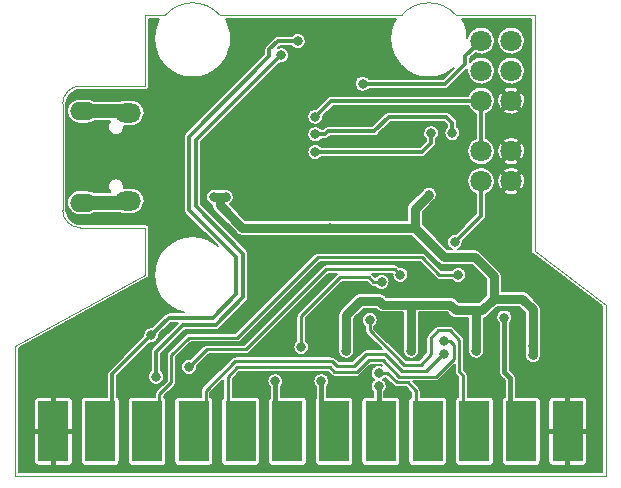
<source format=gbl>
G04 #@! TF.FileFunction,Copper,L2,Bot,Signal*
%FSLAX46Y46*%
G04 Gerber Fmt 4.6, Leading zero omitted, Abs format (unit mm)*
G04 Created by KiCad (PCBNEW 4.0.5) date 02/05/17 15:08:45*
%MOMM*%
%LPD*%
G01*
G04 APERTURE LIST*
%ADD10C,0.100000*%
%ADD11R,2.540000X5.080000*%
%ADD12C,1.800000*%
%ADD13O,2.200000X1.650000*%
%ADD14O,2.200000X1.550000*%
%ADD15C,0.600000*%
%ADD16C,0.800000*%
%ADD17C,0.250000*%
%ADD18C,0.500000*%
%ADD19C,0.400000*%
%ADD20C,0.300000*%
%ADD21C,0.800000*%
%ADD22C,1.200000*%
%ADD23C,0.150000*%
G04 APERTURE END LIST*
D10*
X4000000Y22500000D02*
G75*
G03X5500000Y21000000I1500000J0D01*
G01*
X5500000Y33000000D02*
G75*
G03X4000000Y31500000I0J-1500000D01*
G01*
X37300000Y39000000D02*
G75*
G03X32700000Y39000000I-2300000J-2000000D01*
G01*
X17300000Y39000000D02*
G75*
G03X12700000Y39000000I-2300000J-2000000D01*
G01*
X17300000Y39000000D02*
X32700000Y39000000D01*
X37300000Y39000000D02*
X44000000Y39000000D01*
X11000000Y39000000D02*
X12700000Y39000000D01*
X11000000Y39000000D02*
X11000000Y33000000D01*
X0Y11000000D02*
X11000000Y17000000D01*
X5500000Y33000000D02*
X11000000Y33000000D01*
X5500000Y21000000D02*
X11000000Y21000000D01*
X4000000Y31500000D02*
X4000000Y22500000D01*
X11000000Y21000000D02*
X11000000Y17000000D01*
X44000000Y39000000D02*
X44000000Y19000000D01*
X44000000Y19000000D02*
X50000000Y14500000D01*
X50000000Y0D02*
X50000000Y14500000D01*
X0Y0D02*
X0Y11000000D01*
X0Y0D02*
X50000000Y0D01*
D11*
X46778800Y3770000D03*
X42818800Y3770000D03*
X38858800Y3770000D03*
X34898800Y3770000D03*
X30938800Y3770000D03*
X26978800Y3770000D03*
X23021200Y3770000D03*
X19061200Y3770000D03*
X15101200Y3770000D03*
X11141200Y3770000D03*
X7181200Y3770000D03*
X3221200Y3770000D03*
D12*
X39430000Y27470000D03*
X41970000Y27470000D03*
X39430000Y24930000D03*
X41970000Y24930000D03*
X39430000Y36840000D03*
X41970000Y36840000D03*
X39430000Y34300000D03*
X41970000Y34300000D03*
X39430000Y31760000D03*
X41970000Y31760000D03*
D13*
X9550000Y30725000D03*
X9550000Y23275000D03*
D14*
X5750000Y30875000D03*
X5750000Y23125000D03*
D15*
X20200000Y18000000D03*
X20200000Y19800000D03*
X36300000Y22400000D03*
D16*
X39000000Y15800000D03*
D15*
X48000000Y14200000D03*
X18100000Y29100000D03*
X27700000Y19700000D03*
X12200000Y19800000D03*
X12200000Y20800000D03*
X30800000Y38000000D03*
X34000000Y28200000D03*
X7000000Y27800000D03*
X7000000Y26200000D03*
X19200000Y38000000D03*
X12000000Y34200000D03*
X27400000Y30200000D03*
X27400000Y28200000D03*
X27400000Y26200000D03*
X23400000Y27000000D03*
X24200000Y26200000D03*
X1200000Y9600000D03*
X1200000Y8600000D03*
X1200000Y7600000D03*
X25200000Y13000000D03*
X44800000Y16600000D03*
X45600000Y16000000D03*
X46400000Y15400000D03*
X47200000Y14800000D03*
X48800000Y9600000D03*
X48800000Y8600000D03*
X48800000Y7600000D03*
D16*
X33500000Y15800000D03*
X28000000Y15800000D03*
X30000000Y13200000D03*
X30750000Y8700000D03*
X30750000Y7600000D03*
X31000000Y16400000D03*
X24200000Y10900000D03*
X25900000Y8000000D03*
X14700000Y9200000D03*
X32600000Y17000000D03*
X22000000Y8000000D03*
X36250000Y11400000D03*
X36250000Y10300000D03*
X37500000Y17000000D03*
X37200000Y19800000D03*
X35000000Y23800000D03*
X39000000Y10600000D03*
X26600000Y21000000D03*
X43800000Y11000000D03*
X43800000Y10200000D03*
X17800000Y23600000D03*
X16800000Y23600000D03*
X33500000Y10600000D03*
X28000000Y10600000D03*
X11900000Y8400000D03*
X22500000Y35600000D03*
X41400000Y13400000D03*
X11500000Y11900000D03*
X23900000Y36800000D03*
X25400000Y28900000D03*
X37000000Y29000000D03*
X35200000Y29000000D03*
X25400000Y27400000D03*
X29400000Y33200000D03*
X25400000Y30400000D03*
D17*
X28000000Y15800000D02*
X28600000Y15800000D01*
X32700000Y15600000D02*
X32900000Y15800000D01*
X28600000Y15800000D02*
X28800000Y15600000D01*
X28800000Y15600000D02*
X32700000Y15600000D01*
X32900000Y15800000D02*
X33500000Y15800000D01*
X28000000Y15800000D02*
X25200000Y13000000D01*
X39000000Y15800000D02*
X33500000Y15800000D01*
X22000000Y19700000D02*
X21900000Y19800000D01*
X21900000Y19800000D02*
X20200000Y19800000D01*
X27700000Y19700000D02*
X22000000Y19700000D01*
X19200000Y38000000D02*
X30800000Y38000000D01*
D18*
X27400000Y28200000D02*
X34000000Y28200000D01*
D17*
X7000000Y26200000D02*
X7000000Y27800000D01*
D18*
X24200000Y26200000D02*
X27400000Y26200000D01*
D17*
X30000000Y13200000D02*
X30000000Y12300000D01*
X30000000Y12300000D02*
X32900000Y9400000D01*
X32900000Y9400000D02*
X34300000Y9400000D01*
X34300000Y9400000D02*
X35200000Y10300000D01*
X35200000Y10300000D02*
X35200000Y11700000D01*
X35200000Y11700000D02*
X35800000Y12300000D01*
X35800000Y12300000D02*
X36800000Y12300000D01*
X36800000Y12300000D02*
X37600000Y11500000D01*
X37600000Y11500000D02*
X37600000Y8800000D01*
X37600000Y8800000D02*
X37900000Y8500000D01*
X37900000Y8500000D02*
X37900000Y4728800D01*
X37900000Y4728800D02*
X38858800Y3770000D01*
X33900000Y7200000D02*
X33900000Y4768800D01*
X33200000Y7900000D02*
X33900000Y7200000D01*
X32300000Y7900000D02*
X33200000Y7900000D01*
X31500000Y8700000D02*
X32300000Y7900000D01*
X30750000Y8700000D02*
X31500000Y8700000D01*
X33900000Y4768800D02*
X34898800Y3770000D01*
D19*
X30750000Y7600000D02*
X30750000Y3958800D01*
X30750000Y3958800D02*
X30938800Y3770000D01*
D17*
X24200000Y10900000D02*
X24200000Y13500000D01*
X24200000Y13500000D02*
X27500000Y16800000D01*
X27500000Y16800000D02*
X29900000Y16800000D01*
X29900000Y16800000D02*
X30300000Y16400000D01*
X30300000Y16400000D02*
X31000000Y16400000D01*
D19*
X25900000Y8000000D02*
X25900000Y5000000D01*
X25900000Y5000000D02*
X26978800Y3921200D01*
X26978800Y3921200D02*
X26978800Y3770000D01*
D17*
X14700000Y9200000D02*
X16200000Y10700000D01*
X16200000Y10700000D02*
X19500000Y10700000D01*
X19500000Y10700000D02*
X26300000Y17500000D01*
X26300000Y17500000D02*
X32100000Y17500000D01*
X32100000Y17500000D02*
X32600000Y17000000D01*
D19*
X22000000Y8000000D02*
X22000000Y4800000D01*
X22000000Y4800000D02*
X23021200Y3778800D01*
X23021200Y3778800D02*
X23021200Y3770000D01*
D17*
X36200000Y11400000D02*
X36800000Y11400000D01*
X36800000Y11400000D02*
X37100000Y11100000D01*
X37100000Y11100000D02*
X37100000Y9900000D01*
X37100000Y9900000D02*
X35600000Y8400000D01*
X35600000Y8400000D02*
X32500000Y8400000D01*
X32500000Y8400000D02*
X31100000Y9800000D01*
X31100000Y9800000D02*
X29900000Y9800000D01*
X29900000Y9800000D02*
X28900000Y8800000D01*
X28900000Y8800000D02*
X27000000Y8800000D01*
X27000000Y8800000D02*
X26600000Y9200000D01*
X26600000Y9200000D02*
X18800000Y9200000D01*
X18800000Y9200000D02*
X18000000Y8400000D01*
X18000000Y8400000D02*
X18000000Y4831200D01*
X18000000Y4831200D02*
X19061200Y3770000D01*
X36200000Y10300000D02*
X34800000Y8900000D01*
X34800000Y8900000D02*
X32700000Y8900000D01*
X32700000Y8900000D02*
X31300000Y10300000D01*
X31300000Y10300000D02*
X29700000Y10300000D01*
X29700000Y10300000D02*
X28700000Y9300000D01*
X28700000Y9300000D02*
X27200000Y9300000D01*
X27200000Y9300000D02*
X26800000Y9700000D01*
X26800000Y9700000D02*
X18600000Y9700000D01*
X18600000Y9700000D02*
X16100000Y7200000D01*
X16100000Y7200000D02*
X16100000Y4768800D01*
X16100000Y4768800D02*
X15101200Y3770000D01*
X13200000Y10200000D02*
X14700000Y11700000D01*
X12200000Y6900000D02*
X12200000Y4828800D01*
X13200000Y10200000D02*
X13200000Y7900000D01*
X13200000Y7900000D02*
X12200000Y6900000D01*
X12200000Y4828800D02*
X11141200Y3770000D01*
X14700000Y11700000D02*
X18800000Y11700000D01*
X18800000Y11700000D02*
X25600000Y18500000D01*
X25600000Y18500000D02*
X34400000Y18500000D01*
X34400000Y18500000D02*
X35900000Y17000000D01*
X35900000Y17000000D02*
X37500000Y17000000D01*
D20*
X37200000Y19800000D02*
X39430000Y22030000D01*
X39430000Y22030000D02*
X39430000Y24930000D01*
D21*
X33800000Y21000000D02*
X33800000Y22600000D01*
X33800000Y21000000D02*
X26600000Y21000000D01*
X28000000Y10600000D02*
X28000000Y13600000D01*
X28000000Y13600000D02*
X29200000Y14800000D01*
X29200000Y14800000D02*
X30800000Y14800000D01*
X30800000Y14800000D02*
X31100000Y14500000D01*
X31100000Y14500000D02*
X33500000Y14500000D01*
X39000000Y14000000D02*
X37300000Y14000000D01*
X37300000Y14000000D02*
X36800000Y14500000D01*
X36800000Y14500000D02*
X33500000Y14500000D01*
X40500000Y15000000D02*
X40500000Y16900000D01*
X40500000Y16900000D02*
X38900000Y18500000D01*
X38900000Y18500000D02*
X36300000Y18500000D01*
X36300000Y18500000D02*
X33800000Y21000000D01*
X33500000Y14500000D02*
X33500000Y10600000D01*
X39000000Y14000000D02*
X39500000Y14000000D01*
X39500000Y14000000D02*
X40500000Y15000000D01*
X39000000Y10600000D02*
X39000000Y14000000D01*
X40500000Y15000000D02*
X42900000Y15000000D01*
X42900000Y15000000D02*
X43800000Y14100000D01*
X43800000Y14100000D02*
X43800000Y11000000D01*
X35000000Y23800000D02*
X33800000Y22600000D01*
X17300000Y23600000D02*
X17300000Y22900000D01*
X17300000Y22900000D02*
X19200000Y21000000D01*
X19200000Y21000000D02*
X26600000Y21000000D01*
X17300000Y23600000D02*
X16800000Y23600000D01*
X17800000Y23600000D02*
X17300000Y23600000D01*
X43800000Y11000000D02*
X43800000Y10600000D01*
X43800000Y10600000D02*
X43800000Y10200000D01*
D22*
X5750000Y23125000D02*
X9400000Y23125000D01*
X9400000Y23125000D02*
X9550000Y23275000D01*
X5750000Y30875000D02*
X9400000Y30875000D01*
X9400000Y30875000D02*
X9550000Y30725000D01*
D20*
X11900000Y8400000D02*
X11900000Y10500000D01*
X11900000Y10500000D02*
X14200000Y12800000D01*
X14200000Y12800000D02*
X17000000Y12800000D01*
X17000000Y12800000D02*
X19300000Y15100000D01*
X19300000Y15100000D02*
X19300000Y18800000D01*
X19300000Y18800000D02*
X15300000Y22800000D01*
X15300000Y22800000D02*
X15300000Y28400000D01*
X15300000Y28400000D02*
X22500000Y35600000D01*
D19*
X41400000Y13400000D02*
X41400000Y8800000D01*
X41400000Y8800000D02*
X41900000Y8300000D01*
X41900000Y8300000D02*
X41900000Y4688800D01*
X41900000Y4688800D02*
X42818800Y3770000D01*
D20*
X8200000Y4788800D02*
X7181200Y3770000D01*
X8200000Y8600000D02*
X8200000Y4788800D01*
X11500000Y11900000D02*
X8200000Y8600000D01*
X11500000Y11900000D02*
X13000000Y13400000D01*
X16700000Y13400000D02*
X18700000Y15400000D01*
X13000000Y13400000D02*
X16700000Y13400000D01*
X18700000Y15400000D02*
X18700000Y18500000D01*
X18700000Y18500000D02*
X14700000Y22500000D01*
X14700000Y22500000D02*
X14700000Y28700000D01*
X14700000Y28700000D02*
X21500000Y35500000D01*
X21500000Y35500000D02*
X21500000Y36100000D01*
X21500000Y36100000D02*
X22200000Y36800000D01*
X22200000Y36800000D02*
X23900000Y36800000D01*
X25400000Y28900000D02*
X26200000Y28900000D01*
X26200000Y28900000D02*
X26500000Y29200000D01*
X37000000Y29900000D02*
X37000000Y29000000D01*
X26500000Y29200000D02*
X30400000Y29200000D01*
X30400000Y29200000D02*
X31600000Y30400000D01*
X31600000Y30400000D02*
X36500000Y30400000D01*
X36500000Y30400000D02*
X37000000Y29900000D01*
X34400000Y27400000D02*
X25400000Y27400000D01*
X34400000Y27400000D02*
X35200000Y28200000D01*
X35200000Y28200000D02*
X35200000Y29000000D01*
X29400000Y33200000D02*
X36400000Y33200000D01*
X36400000Y33200000D02*
X38100000Y34900000D01*
X38100000Y34900000D02*
X38100000Y35510000D01*
X38100000Y35510000D02*
X39430000Y36840000D01*
X39430000Y31760000D02*
X39430000Y27470000D01*
X25400000Y30400000D02*
X26760000Y31760000D01*
X26760000Y31760000D02*
X39430000Y31760000D01*
D23*
G36*
X11973889Y38255417D02*
X11968163Y38241551D01*
X11788163Y37641551D01*
X11785349Y37627224D01*
X11725349Y37007224D01*
X11725349Y36992776D01*
X11785349Y36372776D01*
X11788163Y36358449D01*
X11968163Y35758449D01*
X11973889Y35744583D01*
X12273889Y35184583D01*
X12282383Y35171986D01*
X12682383Y34691986D01*
X12691986Y34682383D01*
X13171986Y34282383D01*
X13184583Y34273889D01*
X13744583Y33973889D01*
X13758449Y33968163D01*
X14358449Y33788163D01*
X14372776Y33785349D01*
X14992776Y33725349D01*
X15007224Y33725349D01*
X15627224Y33785349D01*
X15641551Y33788163D01*
X16241551Y33968163D01*
X16255417Y33973889D01*
X16815417Y34273889D01*
X16828014Y34282383D01*
X17308014Y34682383D01*
X17317617Y34691986D01*
X17717617Y35171986D01*
X17726111Y35184583D01*
X18026111Y35744583D01*
X18031837Y35758449D01*
X18211837Y36358449D01*
X18214651Y36372776D01*
X18274651Y36992776D01*
X18274651Y37007224D01*
X18214651Y37627224D01*
X18211837Y37641551D01*
X18031837Y38241551D01*
X18026111Y38255417D01*
X17801334Y38675000D01*
X32198666Y38675000D01*
X31973889Y38255417D01*
X31968163Y38241551D01*
X31788163Y37641551D01*
X31785349Y37627224D01*
X31725349Y37007224D01*
X31725349Y36992776D01*
X31785349Y36372776D01*
X31788163Y36358449D01*
X31968163Y35758449D01*
X31973889Y35744583D01*
X32273889Y35184583D01*
X32282383Y35171986D01*
X32682383Y34691986D01*
X32691986Y34682383D01*
X33171986Y34282383D01*
X33184583Y34273889D01*
X33744583Y33973889D01*
X33758449Y33968163D01*
X34358449Y33788163D01*
X34372776Y33785349D01*
X34992776Y33725349D01*
X35007224Y33725349D01*
X35627224Y33785349D01*
X35641551Y33788163D01*
X36241551Y33968163D01*
X36255417Y33973889D01*
X36815417Y34273889D01*
X36828014Y34282383D01*
X37147988Y34549028D01*
X36223960Y33625000D01*
X29928066Y33625000D01*
X29925618Y33628684D01*
X29832343Y33722613D01*
X29722600Y33796636D01*
X29600569Y33847933D01*
X29470898Y33874550D01*
X29338527Y33875475D01*
X29208497Y33850670D01*
X29085762Y33801082D01*
X28974996Y33728598D01*
X28880418Y33635981D01*
X28805631Y33526757D01*
X28753483Y33405087D01*
X28725961Y33275606D01*
X28724113Y33143244D01*
X28748009Y33013045D01*
X28796739Y32889966D01*
X28868447Y32778697D01*
X28960402Y32683474D01*
X29069101Y32607927D01*
X29190404Y32554931D01*
X29319691Y32526505D01*
X29452036Y32523733D01*
X29582399Y32546720D01*
X29705815Y32594589D01*
X29817582Y32665519D01*
X29913444Y32756807D01*
X29926278Y32775000D01*
X36400000Y32775000D01*
X36439091Y32778833D01*
X36478179Y32782253D01*
X36480322Y32782876D01*
X36482550Y32783094D01*
X36520131Y32794441D01*
X36557832Y32805393D01*
X36559820Y32806423D01*
X36561955Y32807068D01*
X36596587Y32825482D01*
X36631472Y32843565D01*
X36633218Y32844959D01*
X36635191Y32846008D01*
X36665636Y32870838D01*
X36696295Y32895313D01*
X36699397Y32898373D01*
X36699470Y32898432D01*
X36699526Y32898499D01*
X36700520Y32899480D01*
X38263158Y34462118D01*
X38256673Y34431610D01*
X38253456Y34201203D01*
X38295053Y33974559D01*
X38379879Y33760311D01*
X38504705Y33566620D01*
X38664775Y33400863D01*
X38853991Y33269354D01*
X39065148Y33177102D01*
X39290202Y33127621D01*
X39520581Y33122795D01*
X39747510Y33162808D01*
X39962344Y33246137D01*
X40156902Y33369608D01*
X40323773Y33528516D01*
X40456600Y33716810D01*
X40550324Y33927318D01*
X40601375Y34152021D01*
X40602061Y34201203D01*
X40793456Y34201203D01*
X40835053Y33974559D01*
X40919879Y33760311D01*
X41044705Y33566620D01*
X41204775Y33400863D01*
X41393991Y33269354D01*
X41605148Y33177102D01*
X41830202Y33127621D01*
X42060581Y33122795D01*
X42287510Y33162808D01*
X42502344Y33246137D01*
X42696902Y33369608D01*
X42863773Y33528516D01*
X42996600Y33716810D01*
X43090324Y33927318D01*
X43141375Y34152021D01*
X43145050Y34415215D01*
X43100293Y34641256D01*
X43012483Y34854298D01*
X42884965Y35046228D01*
X42722597Y35209733D01*
X42531562Y35338588D01*
X42319138Y35427883D01*
X42093415Y35474217D01*
X41862991Y35475826D01*
X41636644Y35432648D01*
X41422993Y35346327D01*
X41230178Y35220153D01*
X41065543Y35058930D01*
X40935358Y34868799D01*
X40844582Y34657004D01*
X40796673Y34431610D01*
X40793456Y34201203D01*
X40602061Y34201203D01*
X40605050Y34415215D01*
X40560293Y34641256D01*
X40472483Y34854298D01*
X40344965Y35046228D01*
X40182597Y35209733D01*
X39991562Y35338588D01*
X39779138Y35427883D01*
X39553415Y35474217D01*
X39322991Y35475826D01*
X39096644Y35432648D01*
X38882993Y35346327D01*
X38690178Y35220153D01*
X38525543Y35058930D01*
X38525000Y35058137D01*
X38525000Y35333960D01*
X38955880Y35764840D01*
X39065148Y35717102D01*
X39290202Y35667621D01*
X39520581Y35662795D01*
X39747510Y35702808D01*
X39962344Y35786137D01*
X40156902Y35909608D01*
X40323773Y36068516D01*
X40456600Y36256810D01*
X40550324Y36467318D01*
X40601375Y36692021D01*
X40602061Y36741203D01*
X40793456Y36741203D01*
X40835053Y36514559D01*
X40919879Y36300311D01*
X41044705Y36106620D01*
X41204775Y35940863D01*
X41393991Y35809354D01*
X41605148Y35717102D01*
X41830202Y35667621D01*
X42060581Y35662795D01*
X42287510Y35702808D01*
X42502344Y35786137D01*
X42696902Y35909608D01*
X42863773Y36068516D01*
X42996600Y36256810D01*
X43090324Y36467318D01*
X43141375Y36692021D01*
X43145050Y36955215D01*
X43100293Y37181256D01*
X43012483Y37394298D01*
X42884965Y37586228D01*
X42722597Y37749733D01*
X42531562Y37878588D01*
X42319138Y37967883D01*
X42093415Y38014217D01*
X41862991Y38015826D01*
X41636644Y37972648D01*
X41422993Y37886327D01*
X41230178Y37760153D01*
X41065543Y37598930D01*
X40935358Y37408799D01*
X40844582Y37197004D01*
X40796673Y36971610D01*
X40793456Y36741203D01*
X40602061Y36741203D01*
X40605050Y36955215D01*
X40560293Y37181256D01*
X40472483Y37394298D01*
X40344965Y37586228D01*
X40182597Y37749733D01*
X39991562Y37878588D01*
X39779138Y37967883D01*
X39553415Y38014217D01*
X39322991Y38015826D01*
X39096644Y37972648D01*
X38882993Y37886327D01*
X38690178Y37760153D01*
X38525543Y37598930D01*
X38395358Y37408799D01*
X38304582Y37197004D01*
X38271395Y37040871D01*
X38214651Y37627224D01*
X38211837Y37641551D01*
X38031837Y38241551D01*
X38026111Y38255417D01*
X37801334Y38675000D01*
X43675000Y38675000D01*
X43675000Y19000000D01*
X43677083Y18978757D01*
X43677802Y18957410D01*
X43680173Y18947247D01*
X43681190Y18936874D01*
X43687360Y18916438D01*
X43692212Y18895639D01*
X43696509Y18886136D01*
X43699523Y18876152D01*
X43709546Y18857302D01*
X43718344Y18837843D01*
X43724407Y18829353D01*
X43729301Y18820148D01*
X43742789Y18803610D01*
X43755204Y18786224D01*
X43762802Y18779072D01*
X43769390Y18770994D01*
X43785838Y18757387D01*
X43801389Y18742748D01*
X43805000Y18740000D01*
X49675000Y14337500D01*
X49675000Y325000D01*
X325000Y325000D01*
X325000Y3551250D01*
X1576200Y3551250D01*
X1576200Y1193065D01*
X1590611Y1120616D01*
X1618879Y1052371D01*
X1659919Y990951D01*
X1712152Y938718D01*
X1773571Y897679D01*
X1841817Y869411D01*
X1914266Y855000D01*
X3002450Y855000D01*
X3096200Y948750D01*
X3096200Y3645000D01*
X3346200Y3645000D01*
X3346200Y948750D01*
X3439950Y855000D01*
X4528134Y855000D01*
X4600583Y869411D01*
X4668829Y897679D01*
X4730248Y938718D01*
X4782481Y990951D01*
X4823521Y1052371D01*
X4851789Y1120616D01*
X4866200Y1193065D01*
X4866200Y3551250D01*
X4772450Y3645000D01*
X3346200Y3645000D01*
X3096200Y3645000D01*
X1669950Y3645000D01*
X1576200Y3551250D01*
X325000Y3551250D01*
X325000Y6346935D01*
X1576200Y6346935D01*
X1576200Y3988750D01*
X1669950Y3895000D01*
X3096200Y3895000D01*
X3096200Y6591250D01*
X3346200Y6591250D01*
X3346200Y3895000D01*
X4772450Y3895000D01*
X4866200Y3988750D01*
X4866200Y6310000D01*
X5534386Y6310000D01*
X5534386Y1230000D01*
X5539148Y1170283D01*
X5570515Y1068996D01*
X5628857Y980457D01*
X5709557Y911678D01*
X5806222Y868104D01*
X5911200Y853186D01*
X8451200Y853186D01*
X8510917Y857948D01*
X8612204Y889315D01*
X8700743Y947657D01*
X8769522Y1028357D01*
X8813096Y1125022D01*
X8828014Y1230000D01*
X8828014Y6310000D01*
X9494386Y6310000D01*
X9494386Y1230000D01*
X9499148Y1170283D01*
X9530515Y1068996D01*
X9588857Y980457D01*
X9669557Y911678D01*
X9766222Y868104D01*
X9871200Y853186D01*
X12411200Y853186D01*
X12470917Y857948D01*
X12572204Y889315D01*
X12660743Y947657D01*
X12729522Y1028357D01*
X12773096Y1125022D01*
X12788014Y1230000D01*
X12788014Y6310000D01*
X13454386Y6310000D01*
X13454386Y1230000D01*
X13459148Y1170283D01*
X13490515Y1068996D01*
X13548857Y980457D01*
X13629557Y911678D01*
X13726222Y868104D01*
X13831200Y853186D01*
X16371200Y853186D01*
X16430917Y857948D01*
X16532204Y889315D01*
X16620743Y947657D01*
X16689522Y1028357D01*
X16733096Y1125022D01*
X16748014Y1230000D01*
X16748014Y6310000D01*
X16743252Y6369717D01*
X16711885Y6471004D01*
X16653543Y6559543D01*
X16572843Y6628322D01*
X16500000Y6661158D01*
X16500000Y7034314D01*
X17600000Y8134314D01*
X17600000Y6630788D01*
X17541657Y6592343D01*
X17472878Y6511643D01*
X17429304Y6414978D01*
X17414386Y6310000D01*
X17414386Y1230000D01*
X17419148Y1170283D01*
X17450515Y1068996D01*
X17508857Y980457D01*
X17589557Y911678D01*
X17686222Y868104D01*
X17791200Y853186D01*
X20331200Y853186D01*
X20390917Y857948D01*
X20492204Y889315D01*
X20580743Y947657D01*
X20649522Y1028357D01*
X20693096Y1125022D01*
X20708014Y1230000D01*
X20708014Y6310000D01*
X20703252Y6369717D01*
X20671885Y6471004D01*
X20613543Y6559543D01*
X20532843Y6628322D01*
X20436178Y6671896D01*
X20331200Y6686814D01*
X18400000Y6686814D01*
X18400000Y7943244D01*
X21324113Y7943244D01*
X21348009Y7813045D01*
X21396739Y7689966D01*
X21468447Y7578697D01*
X21525000Y7520134D01*
X21525000Y6607725D01*
X21501657Y6592343D01*
X21432878Y6511643D01*
X21389304Y6414978D01*
X21374386Y6310000D01*
X21374386Y1230000D01*
X21379148Y1170283D01*
X21410515Y1068996D01*
X21468857Y980457D01*
X21549557Y911678D01*
X21646222Y868104D01*
X21751200Y853186D01*
X24291200Y853186D01*
X24350917Y857948D01*
X24452204Y889315D01*
X24540743Y947657D01*
X24609522Y1028357D01*
X24653096Y1125022D01*
X24668014Y1230000D01*
X24668014Y6310000D01*
X24663252Y6369717D01*
X24631885Y6471004D01*
X24573543Y6559543D01*
X24492843Y6628322D01*
X24396178Y6671896D01*
X24291200Y6686814D01*
X22475000Y6686814D01*
X22475000Y7520197D01*
X22513444Y7556807D01*
X22589749Y7664976D01*
X22643590Y7785906D01*
X22672918Y7914991D01*
X22673312Y7943244D01*
X25224113Y7943244D01*
X25248009Y7813045D01*
X25296739Y7689966D01*
X25368447Y7578697D01*
X25425000Y7520134D01*
X25425000Y6552148D01*
X25390478Y6511643D01*
X25346904Y6414978D01*
X25331986Y6310000D01*
X25331986Y1230000D01*
X25336748Y1170283D01*
X25368115Y1068996D01*
X25426457Y980457D01*
X25507157Y911678D01*
X25603822Y868104D01*
X25708800Y853186D01*
X28248800Y853186D01*
X28308517Y857948D01*
X28409804Y889315D01*
X28498343Y947657D01*
X28567122Y1028357D01*
X28610696Y1125022D01*
X28625614Y1230000D01*
X28625614Y6310000D01*
X28620852Y6369717D01*
X28589485Y6471004D01*
X28531143Y6559543D01*
X28450443Y6628322D01*
X28353778Y6671896D01*
X28248800Y6686814D01*
X26375000Y6686814D01*
X26375000Y7520197D01*
X26413444Y7556807D01*
X26489749Y7664976D01*
X26543590Y7785906D01*
X26572918Y7914991D01*
X26575029Y8066187D01*
X26549317Y8196040D01*
X26498873Y8318427D01*
X26425618Y8428684D01*
X26332343Y8522613D01*
X26222600Y8596636D01*
X26100569Y8647933D01*
X25970898Y8674550D01*
X25838527Y8675475D01*
X25708497Y8650670D01*
X25585762Y8601082D01*
X25474996Y8528598D01*
X25380418Y8435981D01*
X25305631Y8326757D01*
X25253483Y8205087D01*
X25225961Y8075606D01*
X25224113Y7943244D01*
X22673312Y7943244D01*
X22675029Y8066187D01*
X22649317Y8196040D01*
X22598873Y8318427D01*
X22525618Y8428684D01*
X22432343Y8522613D01*
X22322600Y8596636D01*
X22200569Y8647933D01*
X22070898Y8674550D01*
X21938527Y8675475D01*
X21808497Y8650670D01*
X21685762Y8601082D01*
X21574996Y8528598D01*
X21480418Y8435981D01*
X21405631Y8326757D01*
X21353483Y8205087D01*
X21325961Y8075606D01*
X21324113Y7943244D01*
X18400000Y7943244D01*
X18400000Y8234314D01*
X18965686Y8800000D01*
X26434314Y8800000D01*
X26717157Y8517158D01*
X26745712Y8493702D01*
X26774013Y8469955D01*
X26775855Y8468942D01*
X26777482Y8467606D01*
X26810018Y8450161D01*
X26842423Y8432346D01*
X26844433Y8431708D01*
X26846282Y8430717D01*
X26881546Y8419936D01*
X26916835Y8408741D01*
X26918928Y8408506D01*
X26920937Y8407892D01*
X26957647Y8404163D01*
X26994415Y8400039D01*
X26998533Y8400010D01*
X26998604Y8400003D01*
X26998670Y8400009D01*
X27000000Y8400000D01*
X28900000Y8400000D01*
X28936784Y8403607D01*
X28973580Y8406826D01*
X28975599Y8407413D01*
X28977694Y8407618D01*
X29013077Y8418301D01*
X29048547Y8428606D01*
X29050415Y8429574D01*
X29052428Y8430182D01*
X29085058Y8447531D01*
X29117855Y8464532D01*
X29119498Y8465844D01*
X29121357Y8466832D01*
X29150011Y8490202D01*
X29178866Y8513236D01*
X29181796Y8516124D01*
X29181854Y8516172D01*
X29181899Y8516226D01*
X29182843Y8517157D01*
X30065685Y9400000D01*
X30934314Y9400000D01*
X31012352Y9321962D01*
X30950569Y9347933D01*
X30820898Y9374550D01*
X30688527Y9375475D01*
X30558497Y9350670D01*
X30435762Y9301082D01*
X30324996Y9228598D01*
X30230418Y9135981D01*
X30155631Y9026757D01*
X30103483Y8905087D01*
X30075961Y8775606D01*
X30074113Y8643244D01*
X30098009Y8513045D01*
X30146739Y8389966D01*
X30218447Y8278697D01*
X30310402Y8183474D01*
X30358146Y8150291D01*
X30324996Y8128598D01*
X30230418Y8035981D01*
X30155631Y7926757D01*
X30103483Y7805087D01*
X30075961Y7675606D01*
X30074113Y7543244D01*
X30098009Y7413045D01*
X30146739Y7289966D01*
X30218447Y7178697D01*
X30275000Y7120134D01*
X30275000Y6686814D01*
X29668800Y6686814D01*
X29609083Y6682052D01*
X29507796Y6650685D01*
X29419257Y6592343D01*
X29350478Y6511643D01*
X29306904Y6414978D01*
X29291986Y6310000D01*
X29291986Y1230000D01*
X29296748Y1170283D01*
X29328115Y1068996D01*
X29386457Y980457D01*
X29467157Y911678D01*
X29563822Y868104D01*
X29668800Y853186D01*
X32208800Y853186D01*
X32268517Y857948D01*
X32369804Y889315D01*
X32458343Y947657D01*
X32527122Y1028357D01*
X32570696Y1125022D01*
X32585614Y1230000D01*
X32585614Y6310000D01*
X32580852Y6369717D01*
X32549485Y6471004D01*
X32491143Y6559543D01*
X32410443Y6628322D01*
X32313778Y6671896D01*
X32208800Y6686814D01*
X31225000Y6686814D01*
X31225000Y7120197D01*
X31263444Y7156807D01*
X31339749Y7264976D01*
X31393590Y7385906D01*
X31422918Y7514991D01*
X31425029Y7666187D01*
X31399317Y7796040D01*
X31348873Y7918427D01*
X31275618Y8028684D01*
X31182343Y8122613D01*
X31142413Y8149546D01*
X31167582Y8165519D01*
X31263444Y8256807D01*
X31293913Y8300000D01*
X31334314Y8300000D01*
X32017157Y7617157D01*
X32045742Y7593677D01*
X32074013Y7569955D01*
X32075855Y7568942D01*
X32077482Y7567606D01*
X32110053Y7550142D01*
X32142423Y7532346D01*
X32144429Y7531710D01*
X32146282Y7530716D01*
X32181579Y7519925D01*
X32216835Y7508741D01*
X32218929Y7508506D01*
X32220938Y7507892D01*
X32257687Y7504159D01*
X32294415Y7500039D01*
X32298522Y7500010D01*
X32298604Y7500002D01*
X32298680Y7500009D01*
X32300000Y7500000D01*
X33034314Y7500000D01*
X33500000Y7034315D01*
X33500000Y6660658D01*
X33467796Y6650685D01*
X33379257Y6592343D01*
X33310478Y6511643D01*
X33266904Y6414978D01*
X33251986Y6310000D01*
X33251986Y1230000D01*
X33256748Y1170283D01*
X33288115Y1068996D01*
X33346457Y980457D01*
X33427157Y911678D01*
X33523822Y868104D01*
X33628800Y853186D01*
X36168800Y853186D01*
X36228517Y857948D01*
X36329804Y889315D01*
X36418343Y947657D01*
X36487122Y1028357D01*
X36530696Y1125022D01*
X36545614Y1230000D01*
X36545614Y6310000D01*
X36540852Y6369717D01*
X36509485Y6471004D01*
X36451143Y6559543D01*
X36370443Y6628322D01*
X36273778Y6671896D01*
X36168800Y6686814D01*
X34300000Y6686814D01*
X34300000Y7200000D01*
X34296389Y7236829D01*
X34293174Y7273580D01*
X34292587Y7275599D01*
X34292382Y7277694D01*
X34281699Y7313077D01*
X34271394Y7348547D01*
X34270426Y7350415D01*
X34269818Y7352428D01*
X34252479Y7385037D01*
X34235468Y7417856D01*
X34234155Y7419501D01*
X34233168Y7421357D01*
X34209816Y7449989D01*
X34186764Y7478866D01*
X34183879Y7481791D01*
X34183828Y7481854D01*
X34183770Y7481902D01*
X34182842Y7482843D01*
X33665686Y8000000D01*
X35600000Y8000000D01*
X35636784Y8003607D01*
X35673580Y8006826D01*
X35675599Y8007413D01*
X35677694Y8007618D01*
X35713077Y8018301D01*
X35748547Y8028606D01*
X35750415Y8029574D01*
X35752428Y8030182D01*
X35785058Y8047531D01*
X35817855Y8064532D01*
X35819498Y8065844D01*
X35821357Y8066832D01*
X35850011Y8090202D01*
X35878866Y8113236D01*
X35881796Y8116124D01*
X35881854Y8116172D01*
X35881899Y8116226D01*
X35882843Y8117157D01*
X37200000Y9434315D01*
X37200000Y8800000D01*
X37203607Y8763216D01*
X37206826Y8726420D01*
X37207413Y8724401D01*
X37207618Y8722306D01*
X37218301Y8686923D01*
X37228606Y8651453D01*
X37229574Y8649585D01*
X37230182Y8647572D01*
X37247506Y8614991D01*
X37264532Y8582145D01*
X37265844Y8580502D01*
X37266832Y8578643D01*
X37290202Y8549989D01*
X37313236Y8521134D01*
X37316124Y8518204D01*
X37316172Y8518146D01*
X37316226Y8518101D01*
X37317157Y8517157D01*
X37500000Y8334314D01*
X37500000Y6673045D01*
X37427796Y6650685D01*
X37339257Y6592343D01*
X37270478Y6511643D01*
X37226904Y6414978D01*
X37211986Y6310000D01*
X37211986Y1230000D01*
X37216748Y1170283D01*
X37248115Y1068996D01*
X37306457Y980457D01*
X37387157Y911678D01*
X37483822Y868104D01*
X37588800Y853186D01*
X40128800Y853186D01*
X40188517Y857948D01*
X40289804Y889315D01*
X40378343Y947657D01*
X40447122Y1028357D01*
X40490696Y1125022D01*
X40505614Y1230000D01*
X40505614Y6310000D01*
X40500852Y6369717D01*
X40469485Y6471004D01*
X40411143Y6559543D01*
X40330443Y6628322D01*
X40233778Y6671896D01*
X40128800Y6686814D01*
X38300000Y6686814D01*
X38300000Y8500000D01*
X38296393Y8536784D01*
X38293174Y8573580D01*
X38292587Y8575599D01*
X38292382Y8577694D01*
X38281699Y8613077D01*
X38271394Y8648547D01*
X38270426Y8650415D01*
X38269818Y8652428D01*
X38252469Y8685058D01*
X38235468Y8717855D01*
X38234156Y8719498D01*
X38233168Y8721357D01*
X38209798Y8750011D01*
X38186764Y8778866D01*
X38183876Y8781796D01*
X38183828Y8781854D01*
X38183774Y8781899D01*
X38182843Y8782843D01*
X38000000Y8965686D01*
X38000000Y11500000D01*
X37996393Y11536784D01*
X37993174Y11573580D01*
X37992587Y11575599D01*
X37992382Y11577694D01*
X37981713Y11613030D01*
X37971395Y11648547D01*
X37970424Y11650419D01*
X37969818Y11652428D01*
X37952508Y11684983D01*
X37935469Y11717855D01*
X37934155Y11719502D01*
X37933168Y11721357D01*
X37909821Y11749984D01*
X37886764Y11778866D01*
X37883876Y11781796D01*
X37883828Y11781854D01*
X37883774Y11781899D01*
X37882843Y11782843D01*
X37082843Y12582843D01*
X37054258Y12606323D01*
X37025987Y12630045D01*
X37024145Y12631058D01*
X37022518Y12632394D01*
X36989947Y12649858D01*
X36957577Y12667654D01*
X36955571Y12668290D01*
X36953718Y12669284D01*
X36918421Y12680075D01*
X36883165Y12691259D01*
X36881071Y12691494D01*
X36879062Y12692108D01*
X36842313Y12695841D01*
X36805585Y12699961D01*
X36801478Y12699990D01*
X36801396Y12699998D01*
X36801320Y12699991D01*
X36800000Y12700000D01*
X35800000Y12700000D01*
X35763216Y12696393D01*
X35726420Y12693174D01*
X35724401Y12692587D01*
X35722306Y12692382D01*
X35686923Y12681699D01*
X35651453Y12671394D01*
X35649585Y12670426D01*
X35647572Y12669818D01*
X35614942Y12652469D01*
X35582145Y12635468D01*
X35580502Y12634156D01*
X35578643Y12633168D01*
X35549989Y12609798D01*
X35521134Y12586764D01*
X35518204Y12583876D01*
X35518146Y12583828D01*
X35518101Y12583774D01*
X35517157Y12582843D01*
X34917157Y11982843D01*
X34893677Y11954258D01*
X34869955Y11925987D01*
X34868942Y11924145D01*
X34867606Y11922518D01*
X34850142Y11889947D01*
X34832346Y11857577D01*
X34831710Y11855571D01*
X34830716Y11853718D01*
X34819925Y11818421D01*
X34808741Y11783165D01*
X34808506Y11781071D01*
X34807892Y11779062D01*
X34804159Y11742313D01*
X34800039Y11705585D01*
X34800010Y11701478D01*
X34800002Y11701396D01*
X34800009Y11701320D01*
X34800000Y11700000D01*
X34800000Y10465686D01*
X34134314Y9800000D01*
X33065685Y9800000D01*
X30400000Y12465686D01*
X30400000Y12654361D01*
X30417582Y12665519D01*
X30513444Y12756807D01*
X30589749Y12864976D01*
X30643590Y12985906D01*
X30672918Y13114991D01*
X30675029Y13266187D01*
X30649317Y13396040D01*
X30598873Y13518427D01*
X30525618Y13628684D01*
X30432343Y13722613D01*
X30322600Y13796636D01*
X30200569Y13847933D01*
X30070898Y13874550D01*
X29938527Y13875475D01*
X29808497Y13850670D01*
X29685762Y13801082D01*
X29574996Y13728598D01*
X29480418Y13635981D01*
X29405631Y13526757D01*
X29353483Y13405087D01*
X29325961Y13275606D01*
X29324113Y13143244D01*
X29348009Y13013045D01*
X29396739Y12889966D01*
X29468447Y12778697D01*
X29560402Y12683474D01*
X29600000Y12655953D01*
X29600000Y12300000D01*
X29603607Y12263216D01*
X29606826Y12226420D01*
X29607413Y12224401D01*
X29607618Y12222306D01*
X29618301Y12186923D01*
X29628606Y12151453D01*
X29629574Y12149585D01*
X29630182Y12147572D01*
X29647531Y12114942D01*
X29664532Y12082145D01*
X29665844Y12080502D01*
X29666832Y12078643D01*
X29690202Y12049989D01*
X29713236Y12021134D01*
X29716124Y12018204D01*
X29716172Y12018146D01*
X29716226Y12018101D01*
X29717157Y12017157D01*
X31034314Y10700000D01*
X29700000Y10700000D01*
X29663216Y10696393D01*
X29626420Y10693174D01*
X29624401Y10692587D01*
X29622306Y10692382D01*
X29586970Y10681713D01*
X29551453Y10671395D01*
X29549581Y10670424D01*
X29547572Y10669818D01*
X29515017Y10652508D01*
X29482145Y10635469D01*
X29480498Y10634154D01*
X29478643Y10633168D01*
X29450047Y10609845D01*
X29421134Y10586765D01*
X29418207Y10583878D01*
X29418146Y10583828D01*
X29418099Y10583771D01*
X29417158Y10582843D01*
X28534314Y9700000D01*
X27365685Y9700000D01*
X27082843Y9982843D01*
X27054258Y10006323D01*
X27025987Y10030045D01*
X27024145Y10031058D01*
X27022518Y10032394D01*
X26989947Y10049858D01*
X26957577Y10067654D01*
X26955571Y10068290D01*
X26953718Y10069284D01*
X26918421Y10080075D01*
X26883165Y10091259D01*
X26881071Y10091494D01*
X26879062Y10092108D01*
X26842313Y10095841D01*
X26805585Y10099961D01*
X26801478Y10099990D01*
X26801396Y10099998D01*
X26801320Y10099991D01*
X26800000Y10100000D01*
X18600000Y10100000D01*
X18563216Y10096393D01*
X18526420Y10093174D01*
X18524401Y10092587D01*
X18522306Y10092382D01*
X18486923Y10081699D01*
X18451453Y10071394D01*
X18449585Y10070426D01*
X18447572Y10069818D01*
X18414942Y10052469D01*
X18382145Y10035468D01*
X18380502Y10034156D01*
X18378643Y10033168D01*
X18349989Y10009798D01*
X18321134Y9986764D01*
X18318204Y9983876D01*
X18318146Y9983828D01*
X18318101Y9983774D01*
X18317157Y9982843D01*
X15817157Y7482843D01*
X15793677Y7454258D01*
X15769955Y7425987D01*
X15768942Y7424145D01*
X15767606Y7422518D01*
X15750142Y7389947D01*
X15732346Y7357577D01*
X15731710Y7355571D01*
X15730716Y7353718D01*
X15719925Y7318421D01*
X15708741Y7283165D01*
X15708506Y7281071D01*
X15707892Y7279062D01*
X15704159Y7242313D01*
X15700039Y7205585D01*
X15700010Y7201478D01*
X15700002Y7201396D01*
X15700009Y7201320D01*
X15700000Y7200000D01*
X15700000Y6686814D01*
X13831200Y6686814D01*
X13771483Y6682052D01*
X13670196Y6650685D01*
X13581657Y6592343D01*
X13512878Y6511643D01*
X13469304Y6414978D01*
X13454386Y6310000D01*
X12788014Y6310000D01*
X12783252Y6369717D01*
X12751885Y6471004D01*
X12693543Y6559543D01*
X12612843Y6628322D01*
X12600000Y6634111D01*
X12600000Y6734314D01*
X13482843Y7617158D01*
X13506302Y7645718D01*
X13530045Y7674013D01*
X13531058Y7675855D01*
X13532394Y7677482D01*
X13549858Y7710053D01*
X13567654Y7742423D01*
X13568290Y7744429D01*
X13569284Y7746282D01*
X13580088Y7781620D01*
X13591259Y7816835D01*
X13591493Y7818924D01*
X13592109Y7820938D01*
X13595847Y7857737D01*
X13599961Y7894415D01*
X13599990Y7898522D01*
X13599998Y7898604D01*
X13599991Y7898680D01*
X13600000Y7900000D01*
X13600000Y9143244D01*
X14024113Y9143244D01*
X14048009Y9013045D01*
X14096739Y8889966D01*
X14168447Y8778697D01*
X14260402Y8683474D01*
X14369101Y8607927D01*
X14490404Y8554931D01*
X14619691Y8526505D01*
X14752036Y8523733D01*
X14882399Y8546720D01*
X15005815Y8594589D01*
X15117582Y8665519D01*
X15213444Y8756807D01*
X15289749Y8864976D01*
X15343590Y8985906D01*
X15372918Y9114991D01*
X15375029Y9266187D01*
X15367896Y9302210D01*
X16365685Y10300000D01*
X19500000Y10300000D01*
X19536784Y10303607D01*
X19573580Y10306826D01*
X19575599Y10307413D01*
X19577694Y10307618D01*
X19613077Y10318301D01*
X19648547Y10328606D01*
X19650415Y10329574D01*
X19652428Y10330182D01*
X19685058Y10347531D01*
X19717855Y10364532D01*
X19719498Y10365844D01*
X19721357Y10366832D01*
X19750011Y10390202D01*
X19778866Y10413236D01*
X19781796Y10416124D01*
X19781854Y10416172D01*
X19781899Y10416226D01*
X19782843Y10417157D01*
X26465686Y17100000D01*
X27237714Y17100000D01*
X27221134Y17086764D01*
X27218204Y17083876D01*
X27218146Y17083828D01*
X27218101Y17083774D01*
X27217157Y17082843D01*
X23917157Y13782843D01*
X23893677Y13754258D01*
X23869955Y13725987D01*
X23868942Y13724145D01*
X23867606Y13722518D01*
X23850142Y13689947D01*
X23832346Y13657577D01*
X23831710Y13655571D01*
X23830716Y13653718D01*
X23819925Y13618421D01*
X23808741Y13583165D01*
X23808506Y13581071D01*
X23807892Y13579062D01*
X23804159Y13542313D01*
X23800039Y13505585D01*
X23800010Y13501478D01*
X23800002Y13501396D01*
X23800009Y13501320D01*
X23800000Y13500000D01*
X23800000Y11444960D01*
X23774996Y11428598D01*
X23680418Y11335981D01*
X23605631Y11226757D01*
X23553483Y11105087D01*
X23525961Y10975606D01*
X23524113Y10843244D01*
X23548009Y10713045D01*
X23596739Y10589966D01*
X23668447Y10478697D01*
X23760402Y10383474D01*
X23869101Y10307927D01*
X23990404Y10254931D01*
X24119691Y10226505D01*
X24252036Y10223733D01*
X24382399Y10246720D01*
X24505815Y10294589D01*
X24617582Y10365519D01*
X24713444Y10456807D01*
X24789749Y10564976D01*
X24843590Y10685906D01*
X24872918Y10814991D01*
X24875029Y10966187D01*
X24849317Y11096040D01*
X24798873Y11218427D01*
X24725618Y11328684D01*
X24632343Y11422613D01*
X24600000Y11444429D01*
X24600000Y13334314D01*
X27665686Y16400000D01*
X29734314Y16400000D01*
X30017157Y16117158D01*
X30045712Y16093702D01*
X30074013Y16069955D01*
X30075855Y16068942D01*
X30077482Y16067606D01*
X30110018Y16050161D01*
X30142423Y16032346D01*
X30144433Y16031708D01*
X30146282Y16030717D01*
X30181546Y16019936D01*
X30216835Y16008741D01*
X30218928Y16008506D01*
X30220937Y16007892D01*
X30257647Y16004163D01*
X30294415Y16000039D01*
X30298533Y16000010D01*
X30298604Y16000003D01*
X30298670Y16000009D01*
X30300000Y16000000D01*
X30454718Y16000000D01*
X30468447Y15978697D01*
X30560402Y15883474D01*
X30669101Y15807927D01*
X30790404Y15754931D01*
X30919691Y15726505D01*
X31052036Y15723733D01*
X31182399Y15746720D01*
X31305815Y15794589D01*
X31417582Y15865519D01*
X31513444Y15956807D01*
X31589749Y16064976D01*
X31643590Y16185906D01*
X31672918Y16314991D01*
X31675029Y16466187D01*
X31649317Y16596040D01*
X31598873Y16718427D01*
X31525618Y16828684D01*
X31432343Y16922613D01*
X31322600Y16996636D01*
X31200569Y17047933D01*
X31070898Y17074550D01*
X30938527Y17075475D01*
X30808497Y17050670D01*
X30685762Y17001082D01*
X30574996Y16928598D01*
X30480418Y16835981D01*
X30459807Y16805879D01*
X30182843Y17082843D01*
X30161956Y17100000D01*
X31931146Y17100000D01*
X31925961Y17075606D01*
X31924113Y16943244D01*
X31948009Y16813045D01*
X31996739Y16689966D01*
X32068447Y16578697D01*
X32160402Y16483474D01*
X32269101Y16407927D01*
X32390404Y16354931D01*
X32519691Y16326505D01*
X32652036Y16323733D01*
X32782399Y16346720D01*
X32905815Y16394589D01*
X33017582Y16465519D01*
X33113444Y16556807D01*
X33189749Y16664976D01*
X33243590Y16785906D01*
X33272918Y16914991D01*
X33275029Y17066187D01*
X33249317Y17196040D01*
X33198873Y17318427D01*
X33125618Y17428684D01*
X33032343Y17522613D01*
X32922600Y17596636D01*
X32800569Y17647933D01*
X32670898Y17674550D01*
X32538527Y17675475D01*
X32497951Y17667735D01*
X32382843Y17782843D01*
X32354258Y17806323D01*
X32325987Y17830045D01*
X32324145Y17831058D01*
X32322518Y17832394D01*
X32289947Y17849858D01*
X32257577Y17867654D01*
X32255571Y17868290D01*
X32253718Y17869284D01*
X32218421Y17880075D01*
X32183165Y17891259D01*
X32181071Y17891494D01*
X32179062Y17892108D01*
X32142313Y17895841D01*
X32105585Y17899961D01*
X32101478Y17899990D01*
X32101396Y17899998D01*
X32101320Y17899991D01*
X32100000Y17900000D01*
X26300000Y17900000D01*
X26263216Y17896393D01*
X26226420Y17893174D01*
X26224401Y17892587D01*
X26222306Y17892382D01*
X26186923Y17881699D01*
X26151453Y17871394D01*
X26149585Y17870426D01*
X26147572Y17869818D01*
X26114963Y17852479D01*
X26082144Y17835468D01*
X26080499Y17834155D01*
X26078643Y17833168D01*
X26050011Y17809816D01*
X26021134Y17786764D01*
X26018204Y17783876D01*
X26018146Y17783828D01*
X26018101Y17783774D01*
X26017157Y17782843D01*
X19334314Y11100000D01*
X16200000Y11100000D01*
X16163216Y11096393D01*
X16126420Y11093174D01*
X16124401Y11092587D01*
X16122306Y11092382D01*
X16086923Y11081699D01*
X16051453Y11071394D01*
X16049585Y11070426D01*
X16047572Y11069818D01*
X16014963Y11052479D01*
X15982144Y11035468D01*
X15980499Y11034155D01*
X15978643Y11033168D01*
X15950011Y11009816D01*
X15921134Y10986764D01*
X15918209Y10983879D01*
X15918146Y10983828D01*
X15918098Y10983770D01*
X15917157Y10982842D01*
X14802398Y9868084D01*
X14770898Y9874550D01*
X14638527Y9875475D01*
X14508497Y9850670D01*
X14385762Y9801082D01*
X14274996Y9728598D01*
X14180418Y9635981D01*
X14105631Y9526757D01*
X14053483Y9405087D01*
X14025961Y9275606D01*
X14024113Y9143244D01*
X13600000Y9143244D01*
X13600000Y10034314D01*
X14865685Y11300000D01*
X18800000Y11300000D01*
X18836784Y11303607D01*
X18873580Y11306826D01*
X18875599Y11307413D01*
X18877694Y11307618D01*
X18913077Y11318301D01*
X18948547Y11328606D01*
X18950415Y11329574D01*
X18952428Y11330182D01*
X18985058Y11347531D01*
X19017855Y11364532D01*
X19019498Y11365844D01*
X19021357Y11366832D01*
X19050011Y11390202D01*
X19078866Y11413236D01*
X19081796Y11416124D01*
X19081854Y11416172D01*
X19081899Y11416226D01*
X19082843Y11417157D01*
X25765686Y18100000D01*
X34234314Y18100000D01*
X35617157Y16717158D01*
X35645712Y16693702D01*
X35674013Y16669955D01*
X35675855Y16668942D01*
X35677482Y16667606D01*
X35710018Y16650161D01*
X35742423Y16632346D01*
X35744433Y16631708D01*
X35746282Y16630717D01*
X35781546Y16619936D01*
X35816835Y16608741D01*
X35818928Y16608506D01*
X35820937Y16607892D01*
X35857647Y16604163D01*
X35894415Y16600039D01*
X35898533Y16600010D01*
X35898604Y16600003D01*
X35898670Y16600009D01*
X35900000Y16600000D01*
X36954718Y16600000D01*
X36968447Y16578697D01*
X37060402Y16483474D01*
X37169101Y16407927D01*
X37290404Y16354931D01*
X37419691Y16326505D01*
X37552036Y16323733D01*
X37682399Y16346720D01*
X37805815Y16394589D01*
X37917582Y16465519D01*
X38013444Y16556807D01*
X38089749Y16664976D01*
X38143590Y16785906D01*
X38172918Y16914991D01*
X38175029Y17066187D01*
X38149317Y17196040D01*
X38098873Y17318427D01*
X38025618Y17428684D01*
X37932343Y17522613D01*
X37822600Y17596636D01*
X37700569Y17647933D01*
X37570898Y17674550D01*
X37438527Y17675475D01*
X37308497Y17650670D01*
X37185762Y17601082D01*
X37074996Y17528598D01*
X36980418Y17435981D01*
X36955781Y17400000D01*
X36065685Y17400000D01*
X34682843Y18782843D01*
X34654258Y18806323D01*
X34625987Y18830045D01*
X34624145Y18831058D01*
X34622518Y18832394D01*
X34589947Y18849858D01*
X34557577Y18867654D01*
X34555571Y18868290D01*
X34553718Y18869284D01*
X34518421Y18880075D01*
X34483165Y18891259D01*
X34481071Y18891494D01*
X34479062Y18892108D01*
X34442313Y18895841D01*
X34405585Y18899961D01*
X34401478Y18899990D01*
X34401396Y18899998D01*
X34401320Y18899991D01*
X34400000Y18900000D01*
X25600000Y18900000D01*
X25563216Y18896393D01*
X25526420Y18893174D01*
X25524401Y18892587D01*
X25522306Y18892382D01*
X25486923Y18881699D01*
X25451453Y18871394D01*
X25449585Y18870426D01*
X25447572Y18869818D01*
X25414963Y18852479D01*
X25382144Y18835468D01*
X25380499Y18834155D01*
X25378643Y18833168D01*
X25350011Y18809816D01*
X25321134Y18786764D01*
X25318204Y18783876D01*
X25318146Y18783828D01*
X25318101Y18783774D01*
X25317157Y18782843D01*
X18634314Y12100000D01*
X14700000Y12100000D01*
X14663216Y12096393D01*
X14626420Y12093174D01*
X14624401Y12092587D01*
X14622306Y12092382D01*
X14586923Y12081699D01*
X14551453Y12071394D01*
X14549585Y12070426D01*
X14547572Y12069818D01*
X14514963Y12052479D01*
X14482144Y12035468D01*
X14480499Y12034155D01*
X14478643Y12033168D01*
X14450011Y12009816D01*
X14421134Y11986764D01*
X14418209Y11983879D01*
X14418146Y11983828D01*
X14418098Y11983770D01*
X14417157Y11982842D01*
X12917157Y10482843D01*
X12893677Y10454258D01*
X12869955Y10425987D01*
X12868942Y10424145D01*
X12867606Y10422518D01*
X12850142Y10389947D01*
X12832346Y10357577D01*
X12831710Y10355571D01*
X12830716Y10353718D01*
X12819925Y10318421D01*
X12808741Y10283165D01*
X12808506Y10281071D01*
X12807892Y10279062D01*
X12804159Y10242313D01*
X12800039Y10205585D01*
X12800010Y10201478D01*
X12800002Y10201396D01*
X12800009Y10201320D01*
X12800000Y10200000D01*
X12800000Y8065685D01*
X11917157Y7182843D01*
X11893677Y7154258D01*
X11869955Y7125987D01*
X11868942Y7124145D01*
X11867606Y7122518D01*
X11850142Y7089947D01*
X11832346Y7057577D01*
X11831710Y7055571D01*
X11830716Y7053718D01*
X11819925Y7018421D01*
X11808741Y6983165D01*
X11808506Y6981071D01*
X11807892Y6979062D01*
X11804159Y6942313D01*
X11800039Y6905585D01*
X11800010Y6901478D01*
X11800002Y6901396D01*
X11800009Y6901320D01*
X11800000Y6900000D01*
X11800000Y6686814D01*
X9871200Y6686814D01*
X9811483Y6682052D01*
X9710196Y6650685D01*
X9621657Y6592343D01*
X9552878Y6511643D01*
X9509304Y6414978D01*
X9494386Y6310000D01*
X8828014Y6310000D01*
X8823252Y6369717D01*
X8791885Y6471004D01*
X8733543Y6559543D01*
X8652843Y6628322D01*
X8625000Y6640873D01*
X8625000Y8423960D01*
X11427385Y11226344D01*
X11552036Y11223733D01*
X11682399Y11246720D01*
X11805815Y11294589D01*
X11917582Y11365519D01*
X12013444Y11456807D01*
X12089749Y11564976D01*
X12143590Y11685906D01*
X12172918Y11814991D01*
X12175029Y11966187D01*
X12173740Y11972699D01*
X13176041Y12975000D01*
X13773959Y12975000D01*
X11599480Y10800520D01*
X11574576Y10770201D01*
X11549327Y10740111D01*
X11548251Y10738154D01*
X11546831Y10736425D01*
X11528289Y10701843D01*
X11509367Y10667425D01*
X11508690Y10665291D01*
X11507636Y10663325D01*
X11496172Y10625829D01*
X11484287Y10588362D01*
X11484038Y10586140D01*
X11483385Y10584005D01*
X11479422Y10544994D01*
X11475041Y10505934D01*
X11475011Y10501571D01*
X11475002Y10501484D01*
X11475010Y10501403D01*
X11475000Y10500000D01*
X11475000Y8928601D01*
X11474996Y8928598D01*
X11380418Y8835981D01*
X11305631Y8726757D01*
X11253483Y8605087D01*
X11225961Y8475606D01*
X11224113Y8343244D01*
X11248009Y8213045D01*
X11296739Y8089966D01*
X11368447Y7978697D01*
X11460402Y7883474D01*
X11569101Y7807927D01*
X11690404Y7754931D01*
X11819691Y7726505D01*
X11952036Y7723733D01*
X12082399Y7746720D01*
X12205815Y7794589D01*
X12317582Y7865519D01*
X12413444Y7956807D01*
X12489749Y8064976D01*
X12543590Y8185906D01*
X12572918Y8314991D01*
X12575029Y8466187D01*
X12549317Y8596040D01*
X12498873Y8718427D01*
X12425618Y8828684D01*
X12332343Y8922613D01*
X12325000Y8927566D01*
X12325000Y10323960D01*
X14376041Y12375000D01*
X17000000Y12375000D01*
X17039091Y12378833D01*
X17078179Y12382253D01*
X17080322Y12382876D01*
X17082550Y12383094D01*
X17120131Y12394441D01*
X17157832Y12405393D01*
X17159820Y12406423D01*
X17161955Y12407068D01*
X17196587Y12425482D01*
X17231472Y12443565D01*
X17233218Y12444959D01*
X17235191Y12446008D01*
X17265636Y12470838D01*
X17296295Y12495313D01*
X17299397Y12498373D01*
X17299470Y12498432D01*
X17299526Y12498499D01*
X17300520Y12499480D01*
X19600520Y14799479D01*
X19625463Y14829845D01*
X19650673Y14859889D01*
X19651747Y14861843D01*
X19653169Y14863574D01*
X19671733Y14898196D01*
X19690633Y14932575D01*
X19691309Y14934707D01*
X19692364Y14936674D01*
X19703832Y14974185D01*
X19715713Y15011638D01*
X19715962Y15013860D01*
X19716615Y15015995D01*
X19720582Y15055043D01*
X19724959Y15094066D01*
X19724989Y15098429D01*
X19724998Y15098516D01*
X19724990Y15098597D01*
X19725000Y15100000D01*
X19725000Y18800000D01*
X19721168Y18839087D01*
X19717747Y18878179D01*
X19717124Y18880322D01*
X19716906Y18882550D01*
X19705545Y18920178D01*
X19694606Y18957832D01*
X19693578Y18959815D01*
X19692932Y18961955D01*
X19674499Y18996622D01*
X19656435Y19031472D01*
X19655041Y19033219D01*
X19653992Y19035191D01*
X19629182Y19065612D01*
X19604687Y19096296D01*
X19601623Y19099403D01*
X19601568Y19099470D01*
X19601506Y19099521D01*
X19600520Y19100521D01*
X15725000Y22976040D01*
X15725000Y23543244D01*
X16124113Y23543244D01*
X16148009Y23413045D01*
X16196739Y23289966D01*
X16268447Y23178697D01*
X16360402Y23083474D01*
X16469101Y23007927D01*
X16590404Y22954931D01*
X16625000Y22947324D01*
X16625000Y22900000D01*
X16631082Y22837969D01*
X16636518Y22775833D01*
X16637509Y22772423D01*
X16637855Y22768892D01*
X16655879Y22709192D01*
X16673272Y22649327D01*
X16674904Y22646178D01*
X16675931Y22642777D01*
X16705204Y22587722D01*
X16733897Y22532368D01*
X16736113Y22529592D01*
X16737778Y22526461D01*
X16777162Y22478171D01*
X16816086Y22429413D01*
X16820958Y22424472D01*
X16821040Y22424372D01*
X16821133Y22424295D01*
X16822703Y22422703D01*
X18722703Y20522703D01*
X18770879Y20483130D01*
X18818647Y20443048D01*
X18821757Y20441339D01*
X18824500Y20439085D01*
X18879502Y20409593D01*
X18934089Y20379584D01*
X18937467Y20378512D01*
X18940601Y20376832D01*
X19000275Y20358588D01*
X19059660Y20339750D01*
X19063188Y20339354D01*
X19066581Y20338317D01*
X19128615Y20332016D01*
X19190576Y20325066D01*
X19197512Y20325017D01*
X19197644Y20325004D01*
X19197767Y20325016D01*
X19200000Y20325000D01*
X26591545Y20325000D01*
X26652036Y20323733D01*
X26659221Y20325000D01*
X33520406Y20325000D01*
X35822703Y18022703D01*
X35870879Y17983130D01*
X35918647Y17943048D01*
X35921757Y17941339D01*
X35924500Y17939085D01*
X35979502Y17909593D01*
X36034089Y17879584D01*
X36037467Y17878512D01*
X36040601Y17876832D01*
X36100275Y17858588D01*
X36159660Y17839750D01*
X36163188Y17839354D01*
X36166581Y17838317D01*
X36228615Y17832016D01*
X36290576Y17825066D01*
X36297512Y17825017D01*
X36297644Y17825004D01*
X36297767Y17825016D01*
X36300000Y17825000D01*
X38620406Y17825000D01*
X39825000Y16620406D01*
X39825000Y15279594D01*
X39220406Y14675000D01*
X37579594Y14675000D01*
X37277297Y14977297D01*
X37229121Y15016870D01*
X37181353Y15056952D01*
X37178243Y15058661D01*
X37175500Y15060915D01*
X37120498Y15090407D01*
X37065911Y15120416D01*
X37062533Y15121488D01*
X37059399Y15123168D01*
X36999725Y15141412D01*
X36940340Y15160250D01*
X36936812Y15160646D01*
X36933419Y15161683D01*
X36871385Y15167984D01*
X36809424Y15174934D01*
X36802488Y15174983D01*
X36802356Y15174996D01*
X36802233Y15174984D01*
X36800000Y15175000D01*
X31379594Y15175000D01*
X31277297Y15277297D01*
X31229121Y15316870D01*
X31181353Y15356952D01*
X31178243Y15358661D01*
X31175500Y15360915D01*
X31120498Y15390407D01*
X31065911Y15420416D01*
X31062533Y15421488D01*
X31059399Y15423168D01*
X30999725Y15441412D01*
X30940340Y15460250D01*
X30936812Y15460646D01*
X30933419Y15461683D01*
X30871385Y15467984D01*
X30809424Y15474934D01*
X30802488Y15474983D01*
X30802356Y15474996D01*
X30802233Y15474984D01*
X30800000Y15475000D01*
X29200000Y15475000D01*
X29137969Y15468918D01*
X29075833Y15463482D01*
X29072423Y15462491D01*
X29068892Y15462145D01*
X29009192Y15444121D01*
X28949327Y15426728D01*
X28946178Y15425096D01*
X28942777Y15424069D01*
X28887683Y15394775D01*
X28832368Y15366102D01*
X28829595Y15363889D01*
X28826461Y15362222D01*
X28778144Y15322815D01*
X28729413Y15283914D01*
X28724472Y15279042D01*
X28724372Y15278960D01*
X28724295Y15278867D01*
X28722703Y15277297D01*
X27522703Y14077297D01*
X27483130Y14029121D01*
X27443048Y13981353D01*
X27441339Y13978243D01*
X27439085Y13975500D01*
X27409593Y13920498D01*
X27379584Y13865911D01*
X27378512Y13862533D01*
X27376832Y13859399D01*
X27358588Y13799725D01*
X27339750Y13740340D01*
X27339354Y13736812D01*
X27338317Y13733419D01*
X27332016Y13671385D01*
X27325066Y13609424D01*
X27325017Y13602488D01*
X27325004Y13602356D01*
X27325016Y13602233D01*
X27325000Y13600000D01*
X27325000Y10606775D01*
X27324113Y10543244D01*
X27348009Y10413045D01*
X27396739Y10289966D01*
X27468447Y10178697D01*
X27560402Y10083474D01*
X27669101Y10007927D01*
X27790404Y9954931D01*
X27919691Y9926505D01*
X28052036Y9923733D01*
X28182399Y9946720D01*
X28305815Y9994589D01*
X28417582Y10065519D01*
X28513444Y10156807D01*
X28589749Y10264976D01*
X28643590Y10385906D01*
X28672918Y10514991D01*
X28673837Y10580793D01*
X28674934Y10590576D01*
X28675000Y10600000D01*
X28675000Y10664110D01*
X28675029Y10666187D01*
X28675000Y10666333D01*
X28675000Y13320406D01*
X29479594Y14125000D01*
X30520406Y14125000D01*
X30622703Y14022703D01*
X30670879Y13983130D01*
X30718647Y13943048D01*
X30721757Y13941339D01*
X30724500Y13939085D01*
X30779502Y13909593D01*
X30834089Y13879584D01*
X30837467Y13878512D01*
X30840601Y13876832D01*
X30900275Y13858588D01*
X30959660Y13839750D01*
X30963188Y13839354D01*
X30966581Y13838317D01*
X31028615Y13832016D01*
X31090576Y13825066D01*
X31097512Y13825017D01*
X31097644Y13825004D01*
X31097767Y13825016D01*
X31100000Y13825000D01*
X32825000Y13825000D01*
X32825000Y10606775D01*
X32824113Y10543244D01*
X32848009Y10413045D01*
X32896739Y10289966D01*
X32968447Y10178697D01*
X33060402Y10083474D01*
X33169101Y10007927D01*
X33290404Y9954931D01*
X33419691Y9926505D01*
X33552036Y9923733D01*
X33682399Y9946720D01*
X33805815Y9994589D01*
X33917582Y10065519D01*
X34013444Y10156807D01*
X34089749Y10264976D01*
X34143590Y10385906D01*
X34172918Y10514991D01*
X34173837Y10580793D01*
X34174934Y10590576D01*
X34175000Y10600000D01*
X34175000Y10664110D01*
X34175029Y10666187D01*
X34175000Y10666333D01*
X34175000Y13825000D01*
X36520406Y13825000D01*
X36822703Y13522703D01*
X36870879Y13483130D01*
X36918647Y13443048D01*
X36921757Y13441339D01*
X36924500Y13439085D01*
X36979502Y13409593D01*
X37034089Y13379584D01*
X37037467Y13378512D01*
X37040601Y13376832D01*
X37100275Y13358588D01*
X37159660Y13339750D01*
X37163188Y13339354D01*
X37166581Y13338317D01*
X37228615Y13332016D01*
X37290576Y13325066D01*
X37297512Y13325017D01*
X37297644Y13325004D01*
X37297767Y13325016D01*
X37300000Y13325000D01*
X38325000Y13325000D01*
X38325000Y10606775D01*
X38324113Y10543244D01*
X38348009Y10413045D01*
X38396739Y10289966D01*
X38468447Y10178697D01*
X38560402Y10083474D01*
X38669101Y10007927D01*
X38790404Y9954931D01*
X38919691Y9926505D01*
X39052036Y9923733D01*
X39182399Y9946720D01*
X39305815Y9994589D01*
X39417582Y10065519D01*
X39513444Y10156807D01*
X39589749Y10264976D01*
X39643590Y10385906D01*
X39672918Y10514991D01*
X39673837Y10580793D01*
X39674934Y10590576D01*
X39675000Y10600000D01*
X39675000Y10664110D01*
X39675029Y10666187D01*
X39675000Y10666333D01*
X39675000Y13343244D01*
X40724113Y13343244D01*
X40748009Y13213045D01*
X40796739Y13089966D01*
X40868447Y12978697D01*
X40925000Y12920134D01*
X40925000Y8800000D01*
X40929284Y8756309D01*
X40933106Y8712623D01*
X40933802Y8710227D01*
X40934046Y8707739D01*
X40946738Y8665703D01*
X40958970Y8623600D01*
X40960119Y8621383D01*
X40960841Y8618992D01*
X40981453Y8580226D01*
X41001632Y8541296D01*
X41003188Y8539346D01*
X41004362Y8537139D01*
X41032078Y8503156D01*
X41059467Y8468846D01*
X41062901Y8465364D01*
X41062954Y8465299D01*
X41063015Y8465249D01*
X41064124Y8464124D01*
X41425000Y8103248D01*
X41425000Y6662206D01*
X41387796Y6650685D01*
X41299257Y6592343D01*
X41230478Y6511643D01*
X41186904Y6414978D01*
X41171986Y6310000D01*
X41171986Y1230000D01*
X41176748Y1170283D01*
X41208115Y1068996D01*
X41266457Y980457D01*
X41347157Y911678D01*
X41443822Y868104D01*
X41548800Y853186D01*
X44088800Y853186D01*
X44148517Y857948D01*
X44249804Y889315D01*
X44338343Y947657D01*
X44407122Y1028357D01*
X44450696Y1125022D01*
X44465614Y1230000D01*
X44465614Y3551250D01*
X45133800Y3551250D01*
X45133800Y1193065D01*
X45148211Y1120616D01*
X45176479Y1052371D01*
X45217519Y990951D01*
X45269752Y938718D01*
X45331171Y897679D01*
X45399417Y869411D01*
X45471866Y855000D01*
X46560050Y855000D01*
X46653800Y948750D01*
X46653800Y3645000D01*
X46903800Y3645000D01*
X46903800Y948750D01*
X46997550Y855000D01*
X48085734Y855000D01*
X48158183Y869411D01*
X48226429Y897679D01*
X48287848Y938718D01*
X48340081Y990951D01*
X48381121Y1052371D01*
X48409389Y1120616D01*
X48423800Y1193065D01*
X48423800Y3551250D01*
X48330050Y3645000D01*
X46903800Y3645000D01*
X46653800Y3645000D01*
X45227550Y3645000D01*
X45133800Y3551250D01*
X44465614Y3551250D01*
X44465614Y6310000D01*
X44462669Y6346935D01*
X45133800Y6346935D01*
X45133800Y3988750D01*
X45227550Y3895000D01*
X46653800Y3895000D01*
X46653800Y6591250D01*
X46903800Y6591250D01*
X46903800Y3895000D01*
X48330050Y3895000D01*
X48423800Y3988750D01*
X48423800Y6346935D01*
X48409389Y6419384D01*
X48381121Y6487629D01*
X48340081Y6549049D01*
X48287848Y6601282D01*
X48226429Y6642321D01*
X48158183Y6670589D01*
X48085734Y6685000D01*
X46997550Y6685000D01*
X46903800Y6591250D01*
X46653800Y6591250D01*
X46560050Y6685000D01*
X45471866Y6685000D01*
X45399417Y6670589D01*
X45331171Y6642321D01*
X45269752Y6601282D01*
X45217519Y6549049D01*
X45176479Y6487629D01*
X45148211Y6419384D01*
X45133800Y6346935D01*
X44462669Y6346935D01*
X44460852Y6369717D01*
X44429485Y6471004D01*
X44371143Y6559543D01*
X44290443Y6628322D01*
X44193778Y6671896D01*
X44088800Y6686814D01*
X42375000Y6686814D01*
X42375000Y8300000D01*
X42370715Y8343708D01*
X42366894Y8387377D01*
X42366198Y8389773D01*
X42365954Y8392261D01*
X42353262Y8434297D01*
X42341030Y8476400D01*
X42339881Y8478617D01*
X42339159Y8481008D01*
X42318557Y8519755D01*
X42298369Y8558703D01*
X42296811Y8560654D01*
X42295638Y8562861D01*
X42267927Y8596838D01*
X42240533Y8631154D01*
X42237099Y8634636D01*
X42237046Y8634701D01*
X42236985Y8634751D01*
X42235876Y8635876D01*
X41875000Y8996752D01*
X41875000Y12920197D01*
X41913444Y12956807D01*
X41989749Y13064976D01*
X42043590Y13185906D01*
X42072918Y13314991D01*
X42075029Y13466187D01*
X42049317Y13596040D01*
X41998873Y13718427D01*
X41925618Y13828684D01*
X41832343Y13922613D01*
X41722600Y13996636D01*
X41600569Y14047933D01*
X41470898Y14074550D01*
X41338527Y14075475D01*
X41208497Y14050670D01*
X41085762Y14001082D01*
X40974996Y13928598D01*
X40880418Y13835981D01*
X40805631Y13726757D01*
X40753483Y13605087D01*
X40725961Y13475606D01*
X40724113Y13343244D01*
X39675000Y13343244D01*
X39675000Y13351107D01*
X39690808Y13355879D01*
X39750673Y13373272D01*
X39753822Y13374904D01*
X39757223Y13375931D01*
X39812278Y13405204D01*
X39867632Y13433897D01*
X39870408Y13436113D01*
X39873539Y13437778D01*
X39921829Y13477162D01*
X39970587Y13516086D01*
X39975528Y13520958D01*
X39975628Y13521040D01*
X39975705Y13521133D01*
X39977297Y13522703D01*
X40779594Y14325000D01*
X42620406Y14325000D01*
X43125000Y13820406D01*
X43125000Y11006775D01*
X43124113Y10943244D01*
X43125000Y10938411D01*
X43125000Y10206775D01*
X43124113Y10143244D01*
X43148009Y10013045D01*
X43196739Y9889966D01*
X43268447Y9778697D01*
X43360402Y9683474D01*
X43469101Y9607927D01*
X43590404Y9554931D01*
X43719691Y9526505D01*
X43852036Y9523733D01*
X43982399Y9546720D01*
X44105815Y9594589D01*
X44217582Y9665519D01*
X44313444Y9756807D01*
X44389749Y9864976D01*
X44443590Y9985906D01*
X44472918Y10114991D01*
X44473837Y10180793D01*
X44474934Y10190576D01*
X44475000Y10200000D01*
X44475000Y10264110D01*
X44475029Y10266187D01*
X44475000Y10266333D01*
X44475000Y11064110D01*
X44475029Y11066187D01*
X44475000Y11066333D01*
X44475000Y14100000D01*
X44468918Y14162031D01*
X44463482Y14224167D01*
X44462491Y14227577D01*
X44462145Y14231108D01*
X44444121Y14290808D01*
X44426728Y14350673D01*
X44425096Y14353822D01*
X44424069Y14357223D01*
X44394775Y14412317D01*
X44366102Y14467632D01*
X44363889Y14470405D01*
X44362222Y14473539D01*
X44322815Y14521856D01*
X44283914Y14570587D01*
X44279042Y14575528D01*
X44278960Y14575628D01*
X44278867Y14575705D01*
X44277297Y14577297D01*
X43377297Y15477297D01*
X43329121Y15516870D01*
X43281353Y15556952D01*
X43278243Y15558661D01*
X43275500Y15560915D01*
X43220498Y15590407D01*
X43165911Y15620416D01*
X43162533Y15621488D01*
X43159399Y15623168D01*
X43099725Y15641412D01*
X43040340Y15660250D01*
X43036812Y15660646D01*
X43033419Y15661683D01*
X42971385Y15667984D01*
X42909424Y15674934D01*
X42902488Y15674983D01*
X42902356Y15674996D01*
X42902233Y15674984D01*
X42900000Y15675000D01*
X41175000Y15675000D01*
X41175000Y16900000D01*
X41168918Y16962031D01*
X41163482Y17024167D01*
X41162491Y17027577D01*
X41162145Y17031108D01*
X41144121Y17090808D01*
X41126728Y17150673D01*
X41125096Y17153822D01*
X41124069Y17157223D01*
X41094796Y17212278D01*
X41066103Y17267632D01*
X41063887Y17270408D01*
X41062222Y17273539D01*
X41022818Y17321853D01*
X40983914Y17370586D01*
X40979043Y17375526D01*
X40978960Y17375628D01*
X40978866Y17375706D01*
X40977297Y17377297D01*
X39377297Y18977297D01*
X39329121Y19016870D01*
X39281353Y19056952D01*
X39278243Y19058661D01*
X39275500Y19060915D01*
X39220498Y19090407D01*
X39165911Y19120416D01*
X39162533Y19121488D01*
X39159399Y19123168D01*
X39099725Y19141412D01*
X39040340Y19160250D01*
X39036812Y19160646D01*
X39033419Y19161683D01*
X38971385Y19167984D01*
X38909424Y19174934D01*
X38902488Y19174983D01*
X38902356Y19174996D01*
X38902233Y19174984D01*
X38900000Y19175000D01*
X37455311Y19175000D01*
X37505815Y19194589D01*
X37617582Y19265519D01*
X37713444Y19356807D01*
X37789749Y19464976D01*
X37843590Y19585906D01*
X37872918Y19714991D01*
X37875029Y19866187D01*
X37873740Y19872699D01*
X39730520Y21729479D01*
X39755463Y21759845D01*
X39780673Y21789889D01*
X39781747Y21791843D01*
X39783169Y21793574D01*
X39801733Y21828196D01*
X39820633Y21862575D01*
X39821309Y21864707D01*
X39822364Y21866674D01*
X39833832Y21904185D01*
X39845713Y21941638D01*
X39845962Y21943860D01*
X39846615Y21945995D01*
X39850581Y21985041D01*
X39854959Y22024066D01*
X39854989Y22028429D01*
X39854998Y22028516D01*
X39854990Y22028597D01*
X39855000Y22030000D01*
X39855000Y23834501D01*
X39962344Y23876137D01*
X40156902Y23999608D01*
X40220676Y24060339D01*
X41277115Y24060339D01*
X41381039Y23906701D01*
X41591991Y23811463D01*
X41817470Y23759209D01*
X42048811Y23751949D01*
X42277123Y23789960D01*
X42493632Y23871782D01*
X42558961Y23906701D01*
X42662885Y24060339D01*
X41970000Y24753223D01*
X41277115Y24060339D01*
X40220676Y24060339D01*
X40323773Y24158516D01*
X40456600Y24346810D01*
X40550324Y24557318D01*
X40601375Y24782021D01*
X40602340Y24851189D01*
X40791949Y24851189D01*
X40829960Y24622877D01*
X40911782Y24406368D01*
X40946701Y24341039D01*
X41100339Y24237115D01*
X41793223Y24930000D01*
X42146777Y24930000D01*
X42839661Y24237115D01*
X42993299Y24341039D01*
X43088537Y24551991D01*
X43140791Y24777470D01*
X43148051Y25008811D01*
X43110040Y25237123D01*
X43028218Y25453632D01*
X42993299Y25518961D01*
X42839661Y25622885D01*
X42146777Y24930000D01*
X41793223Y24930000D01*
X41100339Y25622885D01*
X40946701Y25518961D01*
X40851463Y25308009D01*
X40799209Y25082530D01*
X40791949Y24851189D01*
X40602340Y24851189D01*
X40605050Y25045215D01*
X40560293Y25271256D01*
X40472483Y25484298D01*
X40344965Y25676228D01*
X40222391Y25799661D01*
X41277115Y25799661D01*
X41970000Y25106777D01*
X42662885Y25799661D01*
X42558961Y25953299D01*
X42348009Y26048537D01*
X42122530Y26100791D01*
X41891189Y26108051D01*
X41662877Y26070040D01*
X41446368Y25988218D01*
X41381039Y25953299D01*
X41277115Y25799661D01*
X40222391Y25799661D01*
X40182597Y25839733D01*
X39991562Y25968588D01*
X39779138Y26057883D01*
X39553415Y26104217D01*
X39322991Y26105826D01*
X39096644Y26062648D01*
X38882993Y25976327D01*
X38690178Y25850153D01*
X38525543Y25688930D01*
X38395358Y25498799D01*
X38304582Y25287004D01*
X38256673Y25061610D01*
X38253456Y24831203D01*
X38295053Y24604559D01*
X38379879Y24390311D01*
X38504705Y24196620D01*
X38664775Y24030863D01*
X38853991Y23899354D01*
X39005000Y23833380D01*
X39005000Y22206041D01*
X37273065Y20474105D01*
X37270898Y20474550D01*
X37138527Y20475475D01*
X37008497Y20450670D01*
X36885762Y20401082D01*
X36774996Y20328598D01*
X36680418Y20235981D01*
X36605631Y20126757D01*
X36553483Y20005087D01*
X36525961Y19875606D01*
X36524113Y19743244D01*
X36548009Y19613045D01*
X36596739Y19489966D01*
X36668447Y19378697D01*
X36760402Y19283474D01*
X36869101Y19207927D01*
X36944468Y19175000D01*
X36579594Y19175000D01*
X34475000Y21279594D01*
X34475000Y22320406D01*
X35470627Y23316033D01*
X35513444Y23356807D01*
X35589749Y23464976D01*
X35643590Y23585906D01*
X35672918Y23714991D01*
X35673925Y23787108D01*
X35674995Y23797644D01*
X35674191Y23806152D01*
X35675029Y23866187D01*
X35649317Y23996040D01*
X35598873Y24118427D01*
X35525618Y24228684D01*
X35432343Y24322613D01*
X35322600Y24396636D01*
X35200569Y24447933D01*
X35070898Y24474550D01*
X34938527Y24475475D01*
X34808497Y24450670D01*
X34685762Y24401082D01*
X34574996Y24328598D01*
X34480418Y24235981D01*
X34478314Y24232908D01*
X33322703Y23077297D01*
X33283130Y23029121D01*
X33243048Y22981353D01*
X33241339Y22978243D01*
X33239085Y22975500D01*
X33209593Y22920498D01*
X33179584Y22865911D01*
X33178512Y22862533D01*
X33176832Y22859399D01*
X33158588Y22799725D01*
X33139750Y22740340D01*
X33139354Y22736812D01*
X33138317Y22733419D01*
X33132016Y22671385D01*
X33125066Y22609424D01*
X33125017Y22602488D01*
X33125004Y22602356D01*
X33125016Y22602233D01*
X33125000Y22600000D01*
X33125000Y21675000D01*
X26606501Y21675000D01*
X26538527Y21675475D01*
X26536037Y21675000D01*
X19479594Y21675000D01*
X18138966Y23015628D01*
X18217582Y23065519D01*
X18313444Y23156807D01*
X18389749Y23264976D01*
X18443590Y23385906D01*
X18472918Y23514991D01*
X18473894Y23584921D01*
X18474984Y23595288D01*
X18474165Y23604289D01*
X18475029Y23666187D01*
X18449317Y23796040D01*
X18398873Y23918427D01*
X18325618Y24028684D01*
X18232343Y24122613D01*
X18122600Y24196636D01*
X18000569Y24247933D01*
X17870898Y24274550D01*
X17738527Y24275475D01*
X17736037Y24275000D01*
X16806501Y24275000D01*
X16738527Y24275475D01*
X16608497Y24250670D01*
X16485762Y24201082D01*
X16374996Y24128598D01*
X16280418Y24035981D01*
X16205631Y23926757D01*
X16153483Y23805087D01*
X16125961Y23675606D01*
X16124113Y23543244D01*
X15725000Y23543244D01*
X15725000Y27343244D01*
X24724113Y27343244D01*
X24748009Y27213045D01*
X24796739Y27089966D01*
X24868447Y26978697D01*
X24960402Y26883474D01*
X25069101Y26807927D01*
X25190404Y26754931D01*
X25319691Y26726505D01*
X25452036Y26723733D01*
X25582399Y26746720D01*
X25705815Y26794589D01*
X25817582Y26865519D01*
X25913444Y26956807D01*
X25926278Y26975000D01*
X34400000Y26975000D01*
X34439091Y26978833D01*
X34478179Y26982253D01*
X34480322Y26982876D01*
X34482550Y26983094D01*
X34520131Y26994441D01*
X34557832Y27005393D01*
X34559820Y27006423D01*
X34561955Y27007068D01*
X34596587Y27025482D01*
X34631472Y27043565D01*
X34633218Y27044959D01*
X34635191Y27046008D01*
X34665636Y27070838D01*
X34696295Y27095313D01*
X34699397Y27098373D01*
X34699470Y27098432D01*
X34699526Y27098499D01*
X34700520Y27099480D01*
X35500520Y27899480D01*
X35525424Y27929799D01*
X35550673Y27959889D01*
X35551749Y27961846D01*
X35553169Y27963575D01*
X35571711Y27998157D01*
X35590633Y28032575D01*
X35591310Y28034709D01*
X35592364Y28036675D01*
X35603828Y28074171D01*
X35615713Y28111638D01*
X35615962Y28113860D01*
X35616615Y28115995D01*
X35620581Y28155036D01*
X35624959Y28194066D01*
X35624989Y28198430D01*
X35624998Y28198517D01*
X35624990Y28198598D01*
X35625000Y28200000D01*
X35625000Y28472583D01*
X35713444Y28556807D01*
X35789749Y28664976D01*
X35843590Y28785906D01*
X35872918Y28914991D01*
X35875029Y29066187D01*
X35849317Y29196040D01*
X35798873Y29318427D01*
X35725618Y29428684D01*
X35632343Y29522613D01*
X35522600Y29596636D01*
X35400569Y29647933D01*
X35270898Y29674550D01*
X35138527Y29675475D01*
X35008497Y29650670D01*
X34885762Y29601082D01*
X34774996Y29528598D01*
X34680418Y29435981D01*
X34605631Y29326757D01*
X34553483Y29205087D01*
X34525961Y29075606D01*
X34524113Y28943244D01*
X34548009Y28813045D01*
X34596739Y28689966D01*
X34668447Y28578697D01*
X34760402Y28483474D01*
X34775000Y28473328D01*
X34775000Y28376040D01*
X34223960Y27825000D01*
X25928066Y27825000D01*
X25925618Y27828684D01*
X25832343Y27922613D01*
X25722600Y27996636D01*
X25600569Y28047933D01*
X25470898Y28074550D01*
X25338527Y28075475D01*
X25208497Y28050670D01*
X25085762Y28001082D01*
X24974996Y27928598D01*
X24880418Y27835981D01*
X24805631Y27726757D01*
X24753483Y27605087D01*
X24725961Y27475606D01*
X24724113Y27343244D01*
X15725000Y27343244D01*
X15725000Y28223960D01*
X16344284Y28843244D01*
X24724113Y28843244D01*
X24748009Y28713045D01*
X24796739Y28589966D01*
X24868447Y28478697D01*
X24960402Y28383474D01*
X25069101Y28307927D01*
X25190404Y28254931D01*
X25319691Y28226505D01*
X25452036Y28223733D01*
X25582399Y28246720D01*
X25705815Y28294589D01*
X25817582Y28365519D01*
X25913444Y28456807D01*
X25926278Y28475000D01*
X26200000Y28475000D01*
X26239091Y28478833D01*
X26278179Y28482253D01*
X26280322Y28482876D01*
X26282550Y28483094D01*
X26320131Y28494441D01*
X26357832Y28505393D01*
X26359820Y28506423D01*
X26361955Y28507068D01*
X26396587Y28525482D01*
X26431472Y28543565D01*
X26433218Y28544959D01*
X26435191Y28546008D01*
X26465636Y28570838D01*
X26496295Y28595313D01*
X26499397Y28598373D01*
X26499470Y28598432D01*
X26499526Y28598499D01*
X26500520Y28599480D01*
X26676040Y28775000D01*
X30400000Y28775000D01*
X30439091Y28778833D01*
X30478179Y28782253D01*
X30480322Y28782876D01*
X30482550Y28783094D01*
X30520131Y28794441D01*
X30557832Y28805393D01*
X30559820Y28806423D01*
X30561955Y28807068D01*
X30596587Y28825482D01*
X30631472Y28843565D01*
X30633218Y28844959D01*
X30635191Y28846008D01*
X30665636Y28870838D01*
X30696295Y28895313D01*
X30699397Y28898373D01*
X30699470Y28898432D01*
X30699526Y28898499D01*
X30700520Y28899480D01*
X31776041Y29975000D01*
X36323960Y29975000D01*
X36575000Y29723959D01*
X36575000Y29528601D01*
X36574996Y29528598D01*
X36480418Y29435981D01*
X36405631Y29326757D01*
X36353483Y29205087D01*
X36325961Y29075606D01*
X36324113Y28943244D01*
X36348009Y28813045D01*
X36396739Y28689966D01*
X36468447Y28578697D01*
X36560402Y28483474D01*
X36669101Y28407927D01*
X36790404Y28354931D01*
X36919691Y28326505D01*
X37052036Y28323733D01*
X37182399Y28346720D01*
X37305815Y28394589D01*
X37417582Y28465519D01*
X37513444Y28556807D01*
X37589749Y28664976D01*
X37643590Y28785906D01*
X37672918Y28914991D01*
X37675029Y29066187D01*
X37649317Y29196040D01*
X37598873Y29318427D01*
X37525618Y29428684D01*
X37432343Y29522613D01*
X37425000Y29527566D01*
X37425000Y29900000D01*
X37421172Y29939041D01*
X37417748Y29978179D01*
X37417124Y29980327D01*
X37416906Y29982550D01*
X37405572Y30020090D01*
X37394607Y30057832D01*
X37393577Y30059820D01*
X37392932Y30061955D01*
X37374518Y30096587D01*
X37356435Y30131472D01*
X37355041Y30133219D01*
X37353992Y30135191D01*
X37329187Y30165605D01*
X37304688Y30196295D01*
X37301623Y30199403D01*
X37301568Y30199470D01*
X37301506Y30199521D01*
X37300521Y30200520D01*
X36800520Y30700520D01*
X36770201Y30725424D01*
X36740111Y30750673D01*
X36738154Y30751749D01*
X36736425Y30753169D01*
X36701843Y30771711D01*
X36667425Y30790633D01*
X36665291Y30791310D01*
X36663325Y30792364D01*
X36625829Y30803828D01*
X36588362Y30815713D01*
X36586140Y30815962D01*
X36584005Y30816615D01*
X36544959Y30820581D01*
X36505934Y30824959D01*
X36501571Y30824989D01*
X36501484Y30824998D01*
X36501403Y30824990D01*
X36500000Y30825000D01*
X31600000Y30825000D01*
X31560913Y30821168D01*
X31521821Y30817747D01*
X31519678Y30817124D01*
X31517450Y30816906D01*
X31479822Y30805545D01*
X31442168Y30794606D01*
X31440185Y30793578D01*
X31438045Y30792932D01*
X31403378Y30774499D01*
X31368528Y30756435D01*
X31366781Y30755041D01*
X31364809Y30753992D01*
X31334388Y30729182D01*
X31303704Y30704687D01*
X31300597Y30701623D01*
X31300530Y30701568D01*
X31300479Y30701506D01*
X31299479Y30700520D01*
X30223960Y29625000D01*
X26500000Y29625000D01*
X26460913Y29621168D01*
X26421821Y29617747D01*
X26419678Y29617124D01*
X26417450Y29616906D01*
X26379869Y29605559D01*
X26342168Y29594607D01*
X26340180Y29593577D01*
X26338045Y29592932D01*
X26303413Y29574518D01*
X26268528Y29556435D01*
X26266782Y29555041D01*
X26264809Y29553992D01*
X26234364Y29529162D01*
X26203705Y29504687D01*
X26200603Y29501627D01*
X26200530Y29501568D01*
X26200474Y29501501D01*
X26199480Y29500520D01*
X26023960Y29325000D01*
X25928066Y29325000D01*
X25925618Y29328684D01*
X25832343Y29422613D01*
X25722600Y29496636D01*
X25600569Y29547933D01*
X25470898Y29574550D01*
X25338527Y29575475D01*
X25208497Y29550670D01*
X25085762Y29501082D01*
X24974996Y29428598D01*
X24880418Y29335981D01*
X24805631Y29226757D01*
X24753483Y29105087D01*
X24725961Y28975606D01*
X24724113Y28843244D01*
X16344284Y28843244D01*
X17844284Y30343244D01*
X24724113Y30343244D01*
X24748009Y30213045D01*
X24796739Y30089966D01*
X24868447Y29978697D01*
X24960402Y29883474D01*
X25069101Y29807927D01*
X25190404Y29754931D01*
X25319691Y29726505D01*
X25452036Y29723733D01*
X25582399Y29746720D01*
X25705815Y29794589D01*
X25817582Y29865519D01*
X25913444Y29956807D01*
X25989749Y30064976D01*
X26043590Y30185906D01*
X26072918Y30314991D01*
X26075029Y30466187D01*
X26073740Y30472699D01*
X26936041Y31335000D01*
X38334471Y31335000D01*
X38379879Y31220311D01*
X38504705Y31026620D01*
X38664775Y30860863D01*
X38853991Y30729354D01*
X39005000Y30663380D01*
X39005000Y28565621D01*
X38882993Y28516327D01*
X38690178Y28390153D01*
X38525543Y28228930D01*
X38395358Y28038799D01*
X38304582Y27827004D01*
X38256673Y27601610D01*
X38253456Y27371203D01*
X38295053Y27144559D01*
X38379879Y26930311D01*
X38504705Y26736620D01*
X38664775Y26570863D01*
X38853991Y26439354D01*
X39065148Y26347102D01*
X39290202Y26297621D01*
X39520581Y26292795D01*
X39747510Y26332808D01*
X39962344Y26416137D01*
X40156902Y26539608D01*
X40220676Y26600339D01*
X41277115Y26600339D01*
X41381039Y26446701D01*
X41591991Y26351463D01*
X41817470Y26299209D01*
X42048811Y26291949D01*
X42277123Y26329960D01*
X42493632Y26411782D01*
X42558961Y26446701D01*
X42662885Y26600339D01*
X41970000Y27293223D01*
X41277115Y26600339D01*
X40220676Y26600339D01*
X40323773Y26698516D01*
X40456600Y26886810D01*
X40550324Y27097318D01*
X40601375Y27322021D01*
X40602340Y27391189D01*
X40791949Y27391189D01*
X40829960Y27162877D01*
X40911782Y26946368D01*
X40946701Y26881039D01*
X41100339Y26777115D01*
X41793223Y27470000D01*
X42146777Y27470000D01*
X42839661Y26777115D01*
X42993299Y26881039D01*
X43088537Y27091991D01*
X43140791Y27317470D01*
X43148051Y27548811D01*
X43110040Y27777123D01*
X43028218Y27993632D01*
X42993299Y28058961D01*
X42839661Y28162885D01*
X42146777Y27470000D01*
X41793223Y27470000D01*
X41100339Y28162885D01*
X40946701Y28058961D01*
X40851463Y27848009D01*
X40799209Y27622530D01*
X40791949Y27391189D01*
X40602340Y27391189D01*
X40605050Y27585215D01*
X40560293Y27811256D01*
X40472483Y28024298D01*
X40344965Y28216228D01*
X40222391Y28339661D01*
X41277115Y28339661D01*
X41970000Y27646777D01*
X42662885Y28339661D01*
X42558961Y28493299D01*
X42348009Y28588537D01*
X42122530Y28640791D01*
X41891189Y28648051D01*
X41662877Y28610040D01*
X41446368Y28528218D01*
X41381039Y28493299D01*
X41277115Y28339661D01*
X40222391Y28339661D01*
X40182597Y28379733D01*
X39991562Y28508588D01*
X39855000Y28565993D01*
X39855000Y30664501D01*
X39962344Y30706137D01*
X40156902Y30829608D01*
X40220676Y30890339D01*
X41277115Y30890339D01*
X41381039Y30736701D01*
X41591991Y30641463D01*
X41817470Y30589209D01*
X42048811Y30581949D01*
X42277123Y30619960D01*
X42493632Y30701782D01*
X42558961Y30736701D01*
X42662885Y30890339D01*
X41970000Y31583223D01*
X41277115Y30890339D01*
X40220676Y30890339D01*
X40323773Y30988516D01*
X40456600Y31176810D01*
X40550324Y31387318D01*
X40601375Y31612021D01*
X40602340Y31681189D01*
X40791949Y31681189D01*
X40829960Y31452877D01*
X40911782Y31236368D01*
X40946701Y31171039D01*
X41100339Y31067115D01*
X41793223Y31760000D01*
X42146777Y31760000D01*
X42839661Y31067115D01*
X42993299Y31171039D01*
X43088537Y31381991D01*
X43140791Y31607470D01*
X43148051Y31838811D01*
X43110040Y32067123D01*
X43028218Y32283632D01*
X42993299Y32348961D01*
X42839661Y32452885D01*
X42146777Y31760000D01*
X41793223Y31760000D01*
X41100339Y32452885D01*
X40946701Y32348961D01*
X40851463Y32138009D01*
X40799209Y31912530D01*
X40791949Y31681189D01*
X40602340Y31681189D01*
X40605050Y31875215D01*
X40560293Y32101256D01*
X40472483Y32314298D01*
X40344965Y32506228D01*
X40222391Y32629661D01*
X41277115Y32629661D01*
X41970000Y31936777D01*
X42662885Y32629661D01*
X42558961Y32783299D01*
X42348009Y32878537D01*
X42122530Y32930791D01*
X41891189Y32938051D01*
X41662877Y32900040D01*
X41446368Y32818218D01*
X41381039Y32783299D01*
X41277115Y32629661D01*
X40222391Y32629661D01*
X40182597Y32669733D01*
X39991562Y32798588D01*
X39779138Y32887883D01*
X39553415Y32934217D01*
X39322991Y32935826D01*
X39096644Y32892648D01*
X38882993Y32806327D01*
X38690178Y32680153D01*
X38525543Y32518930D01*
X38395358Y32328799D01*
X38333725Y32185000D01*
X26760000Y32185000D01*
X26720913Y32181168D01*
X26681821Y32177747D01*
X26679678Y32177124D01*
X26677450Y32176906D01*
X26639822Y32165545D01*
X26602168Y32154606D01*
X26600185Y32153578D01*
X26598045Y32152932D01*
X26563378Y32134499D01*
X26528528Y32116435D01*
X26526781Y32115041D01*
X26524809Y32113992D01*
X26494388Y32089182D01*
X26463704Y32064687D01*
X26460597Y32061623D01*
X26460530Y32061568D01*
X26460479Y32061506D01*
X26459479Y32060520D01*
X25473065Y31074105D01*
X25470898Y31074550D01*
X25338527Y31075475D01*
X25208497Y31050670D01*
X25085762Y31001082D01*
X24974996Y30928598D01*
X24880418Y30835981D01*
X24805631Y30726757D01*
X24753483Y30605087D01*
X24725961Y30475606D01*
X24724113Y30343244D01*
X17844284Y30343244D01*
X22427385Y34926344D01*
X22552036Y34923733D01*
X22682399Y34946720D01*
X22805815Y34994589D01*
X22917582Y35065519D01*
X23013444Y35156807D01*
X23089749Y35264976D01*
X23143590Y35385906D01*
X23172918Y35514991D01*
X23175029Y35666187D01*
X23149317Y35796040D01*
X23098873Y35918427D01*
X23025618Y36028684D01*
X22932343Y36122613D01*
X22822600Y36196636D01*
X22700569Y36247933D01*
X22570898Y36274550D01*
X22438527Y36275475D01*
X22308497Y36250670D01*
X22213214Y36212173D01*
X22376041Y36375000D01*
X23372017Y36375000D01*
X23460402Y36283474D01*
X23569101Y36207927D01*
X23690404Y36154931D01*
X23819691Y36126505D01*
X23952036Y36123733D01*
X24082399Y36146720D01*
X24205815Y36194589D01*
X24317582Y36265519D01*
X24413444Y36356807D01*
X24489749Y36464976D01*
X24543590Y36585906D01*
X24572918Y36714991D01*
X24575029Y36866187D01*
X24549317Y36996040D01*
X24498873Y37118427D01*
X24425618Y37228684D01*
X24332343Y37322613D01*
X24222600Y37396636D01*
X24100569Y37447933D01*
X23970898Y37474550D01*
X23838527Y37475475D01*
X23708497Y37450670D01*
X23585762Y37401082D01*
X23474996Y37328598D01*
X23380418Y37235981D01*
X23372899Y37225000D01*
X22200000Y37225000D01*
X22160868Y37221163D01*
X22121821Y37217747D01*
X22119678Y37217124D01*
X22117450Y37216906D01*
X22079822Y37205545D01*
X22042168Y37194606D01*
X22040185Y37193578D01*
X22038045Y37192932D01*
X22003378Y37174499D01*
X21968528Y37156435D01*
X21966781Y37155041D01*
X21964809Y37153992D01*
X21934388Y37129182D01*
X21903704Y37104687D01*
X21900597Y37101623D01*
X21900530Y37101568D01*
X21900479Y37101506D01*
X21899479Y37100520D01*
X21199480Y36400520D01*
X21174576Y36370201D01*
X21149327Y36340111D01*
X21148251Y36338154D01*
X21146831Y36336425D01*
X21128289Y36301843D01*
X21109367Y36267425D01*
X21108690Y36265291D01*
X21107636Y36263325D01*
X21096172Y36225829D01*
X21084287Y36188362D01*
X21084038Y36186140D01*
X21083385Y36184005D01*
X21079419Y36144959D01*
X21075041Y36105934D01*
X21075011Y36101571D01*
X21075002Y36101484D01*
X21075010Y36101403D01*
X21075000Y36100000D01*
X21075000Y35676041D01*
X14399480Y29000520D01*
X14374576Y28970201D01*
X14349327Y28940111D01*
X14348251Y28938154D01*
X14346831Y28936425D01*
X14328289Y28901843D01*
X14309367Y28867425D01*
X14308690Y28865291D01*
X14307636Y28863325D01*
X14296172Y28825829D01*
X14284287Y28788362D01*
X14284038Y28786140D01*
X14283385Y28784005D01*
X14279419Y28744959D01*
X14275041Y28705934D01*
X14275011Y28701571D01*
X14275002Y28701484D01*
X14275010Y28701403D01*
X14275000Y28700000D01*
X14275000Y22500000D01*
X14278833Y22460909D01*
X14282253Y22421821D01*
X14282876Y22419678D01*
X14283094Y22417450D01*
X14294441Y22379869D01*
X14305393Y22342168D01*
X14306423Y22340180D01*
X14307068Y22338045D01*
X14325482Y22303413D01*
X14343565Y22268528D01*
X14344959Y22266782D01*
X14346008Y22264809D01*
X14370838Y22234364D01*
X14395313Y22203705D01*
X14398373Y22200603D01*
X14398432Y22200530D01*
X14398499Y22200474D01*
X14399480Y22199480D01*
X17147984Y19450975D01*
X16828014Y19717617D01*
X16815417Y19726111D01*
X16255417Y20026111D01*
X16241551Y20031837D01*
X15641551Y20211837D01*
X15627224Y20214651D01*
X15007224Y20274651D01*
X14992776Y20274651D01*
X14372776Y20214651D01*
X14358449Y20211837D01*
X13758449Y20031837D01*
X13744583Y20026111D01*
X13184583Y19726111D01*
X13171986Y19717617D01*
X12691986Y19317617D01*
X12682383Y19308014D01*
X12282383Y18828014D01*
X12273889Y18815417D01*
X11973889Y18255417D01*
X11968163Y18241551D01*
X11788163Y17641551D01*
X11785349Y17627224D01*
X11725349Y17007224D01*
X11725349Y16992776D01*
X11785349Y16372776D01*
X11788163Y16358449D01*
X11968163Y15758449D01*
X11973889Y15744583D01*
X12273889Y15184583D01*
X12282383Y15171986D01*
X12682383Y14691986D01*
X12691986Y14682383D01*
X13171986Y14282383D01*
X13184583Y14273889D01*
X13744583Y13973889D01*
X13758449Y13968163D01*
X14235659Y13825000D01*
X13000000Y13825000D01*
X12960913Y13821168D01*
X12921821Y13817747D01*
X12919678Y13817124D01*
X12917450Y13816906D01*
X12879822Y13805545D01*
X12842168Y13794606D01*
X12840185Y13793578D01*
X12838045Y13792932D01*
X12803378Y13774499D01*
X12768528Y13756435D01*
X12766781Y13755041D01*
X12764809Y13753992D01*
X12734388Y13729182D01*
X12703704Y13704687D01*
X12700597Y13701623D01*
X12700530Y13701568D01*
X12700479Y13701506D01*
X12699479Y13700520D01*
X11573065Y12574105D01*
X11570898Y12574550D01*
X11438527Y12575475D01*
X11308497Y12550670D01*
X11185762Y12501082D01*
X11074996Y12428598D01*
X10980418Y12335981D01*
X10905631Y12226757D01*
X10853483Y12105087D01*
X10825961Y11975606D01*
X10824113Y11843244D01*
X10826918Y11827959D01*
X7899480Y8900520D01*
X7874576Y8870201D01*
X7849327Y8840111D01*
X7848251Y8838154D01*
X7846831Y8836425D01*
X7828289Y8801843D01*
X7809367Y8767425D01*
X7808690Y8765291D01*
X7807636Y8763325D01*
X7796172Y8725829D01*
X7784287Y8688362D01*
X7784038Y8686140D01*
X7783385Y8684005D01*
X7779422Y8644994D01*
X7775041Y8605934D01*
X7775011Y8601571D01*
X7775002Y8601484D01*
X7775010Y8601403D01*
X7775000Y8600000D01*
X7775000Y6686814D01*
X5911200Y6686814D01*
X5851483Y6682052D01*
X5750196Y6650685D01*
X5661657Y6592343D01*
X5592878Y6511643D01*
X5549304Y6414978D01*
X5534386Y6310000D01*
X4866200Y6310000D01*
X4866200Y6346935D01*
X4851789Y6419384D01*
X4823521Y6487629D01*
X4782481Y6549049D01*
X4730248Y6601282D01*
X4668829Y6642321D01*
X4600583Y6670589D01*
X4528134Y6685000D01*
X3439950Y6685000D01*
X3346200Y6591250D01*
X3096200Y6591250D01*
X3002450Y6685000D01*
X1914266Y6685000D01*
X1841817Y6670589D01*
X1773571Y6642321D01*
X1712152Y6601282D01*
X1659919Y6549049D01*
X1618879Y6487629D01*
X1590611Y6419384D01*
X1576200Y6346935D01*
X325000Y6346935D01*
X325000Y10807069D01*
X11155627Y16714684D01*
X11166408Y16722014D01*
X11177958Y16728052D01*
X11192574Y16739803D01*
X11208081Y16750346D01*
X11217228Y16759625D01*
X11227391Y16767796D01*
X11239448Y16782165D01*
X11252610Y16795517D01*
X11259783Y16806400D01*
X11268162Y16816386D01*
X11277198Y16832822D01*
X11287516Y16848477D01*
X11292437Y16860543D01*
X11298719Y16871969D01*
X11304392Y16889851D01*
X11311471Y16907208D01*
X11313955Y16919999D01*
X11317898Y16932429D01*
X11319988Y16951067D01*
X11323563Y16969473D01*
X11323515Y16982510D01*
X11324968Y16995462D01*
X11325000Y17000000D01*
X11325000Y21000000D01*
X11322015Y21030441D01*
X11319243Y21060899D01*
X11318921Y21061993D01*
X11318810Y21063126D01*
X11309985Y21092354D01*
X11301335Y21121747D01*
X11300806Y21122760D01*
X11300477Y21123848D01*
X11286137Y21150817D01*
X11271948Y21177958D01*
X11271234Y21178847D01*
X11270699Y21179852D01*
X11251421Y21203489D01*
X11232204Y21227391D01*
X11231327Y21228127D01*
X11230610Y21229006D01*
X11207090Y21248464D01*
X11183614Y21268162D01*
X11182616Y21268711D01*
X11181738Y21269437D01*
X11154793Y21284006D01*
X11128031Y21298719D01*
X11126948Y21299062D01*
X11125943Y21299606D01*
X11096682Y21308664D01*
X11067571Y21317898D01*
X11066439Y21318025D01*
X11065350Y21318362D01*
X11034915Y21321561D01*
X11004538Y21324968D01*
X11002351Y21324983D01*
X11002269Y21324992D01*
X11002187Y21324985D01*
X11000000Y21325000D01*
X5515896Y21325000D01*
X5272078Y21348906D01*
X5052834Y21415100D01*
X4850630Y21522614D01*
X4673153Y21667361D01*
X4527170Y21843824D01*
X4418247Y22045273D01*
X4350526Y22264042D01*
X4325000Y22506915D01*
X4325000Y23132330D01*
X4368373Y23132330D01*
X4386945Y22928250D01*
X4444804Y22731663D01*
X4539744Y22550059D01*
X4668151Y22390353D01*
X4825132Y22258631D01*
X5004708Y22159908D01*
X5200040Y22097945D01*
X5403687Y22075102D01*
X5418347Y22075000D01*
X6081653Y22075000D01*
X6285599Y22094997D01*
X6481777Y22154227D01*
X6661900Y22250000D01*
X8878990Y22250000D01*
X9039644Y22199038D01*
X9252989Y22175107D01*
X9268347Y22175000D01*
X9831653Y22175000D01*
X10045311Y22195949D01*
X10250830Y22257999D01*
X10440384Y22358787D01*
X10606751Y22494472D01*
X10743594Y22659888D01*
X10845702Y22848733D01*
X10909186Y23053814D01*
X10931626Y23267321D01*
X10912169Y23481119D01*
X10851555Y23687067D01*
X10752094Y23877320D01*
X10617573Y24044630D01*
X10453117Y24182625D01*
X10264989Y24286049D01*
X10060356Y24350962D01*
X9847011Y24374893D01*
X9831653Y24375000D01*
X9268347Y24375000D01*
X9161451Y24364519D01*
X9172918Y24414991D01*
X9175029Y24566187D01*
X9149317Y24696040D01*
X9098873Y24818427D01*
X9025618Y24928684D01*
X8932343Y25022613D01*
X8822600Y25096636D01*
X8700569Y25147933D01*
X8570898Y25174550D01*
X8438527Y25175475D01*
X8308497Y25150670D01*
X8185762Y25101082D01*
X8074996Y25028598D01*
X7980418Y24935981D01*
X7905631Y24826757D01*
X7853483Y24705087D01*
X7825961Y24575606D01*
X7824113Y24443244D01*
X7848009Y24313045D01*
X7896739Y24189966D01*
X7968447Y24078697D01*
X8044443Y24000000D01*
X6659168Y24000000D01*
X6495292Y24090092D01*
X6299960Y24152055D01*
X6096313Y24174898D01*
X6081653Y24175000D01*
X5418347Y24175000D01*
X5214401Y24155003D01*
X5018223Y24095773D01*
X4837286Y23999567D01*
X4678481Y23870049D01*
X4547858Y23712153D01*
X4450391Y23531891D01*
X4389793Y23336132D01*
X4368373Y23132330D01*
X4325000Y23132330D01*
X4325000Y30882330D01*
X4368373Y30882330D01*
X4386945Y30678250D01*
X4444804Y30481663D01*
X4539744Y30300059D01*
X4668151Y30140353D01*
X4825132Y30008631D01*
X5004708Y29909908D01*
X5200040Y29847945D01*
X5403687Y29825102D01*
X5418347Y29825000D01*
X6081653Y29825000D01*
X6285599Y29844997D01*
X6481777Y29904227D01*
X6661900Y30000000D01*
X8045792Y30000000D01*
X7980418Y29935981D01*
X7905631Y29826757D01*
X7853483Y29705087D01*
X7825961Y29575606D01*
X7824113Y29443244D01*
X7848009Y29313045D01*
X7896739Y29189966D01*
X7968447Y29078697D01*
X8060402Y28983474D01*
X8169101Y28907927D01*
X8290404Y28854931D01*
X8419691Y28826505D01*
X8552036Y28823733D01*
X8682399Y28846720D01*
X8805815Y28894589D01*
X8917582Y28965519D01*
X9013444Y29056807D01*
X9089749Y29164976D01*
X9143590Y29285906D01*
X9172918Y29414991D01*
X9175029Y29566187D01*
X9161326Y29635389D01*
X9252989Y29625107D01*
X9268347Y29625000D01*
X9831653Y29625000D01*
X10045311Y29645949D01*
X10250830Y29707999D01*
X10440384Y29808787D01*
X10606751Y29944472D01*
X10743594Y30109888D01*
X10845702Y30298733D01*
X10909186Y30503814D01*
X10931626Y30717321D01*
X10912169Y30931119D01*
X10851555Y31137067D01*
X10752094Y31327320D01*
X10617573Y31494630D01*
X10453117Y31632625D01*
X10264989Y31736049D01*
X10060356Y31800962D01*
X9847011Y31824893D01*
X9831653Y31825000D01*
X9268347Y31825000D01*
X9054689Y31804051D01*
X8875664Y31750000D01*
X6659168Y31750000D01*
X6495292Y31840092D01*
X6299960Y31902055D01*
X6096313Y31924898D01*
X6081653Y31925000D01*
X5418347Y31925000D01*
X5214401Y31905003D01*
X5018223Y31845773D01*
X4837286Y31749567D01*
X4678481Y31620049D01*
X4547858Y31462153D01*
X4450391Y31281891D01*
X4389793Y31086132D01*
X4368373Y30882330D01*
X4325000Y30882330D01*
X4325000Y31484104D01*
X4348906Y31727922D01*
X4415100Y31947165D01*
X4522614Y32149370D01*
X4667361Y32326847D01*
X4843824Y32472829D01*
X5045276Y32581754D01*
X5264047Y32649474D01*
X5506915Y32675000D01*
X11000000Y32675000D01*
X11030441Y32677985D01*
X11060899Y32680757D01*
X11061993Y32681079D01*
X11063126Y32681190D01*
X11092354Y32690015D01*
X11121747Y32698665D01*
X11122760Y32699194D01*
X11123848Y32699523D01*
X11150817Y32713863D01*
X11177958Y32728052D01*
X11178847Y32728766D01*
X11179852Y32729301D01*
X11203489Y32748579D01*
X11227391Y32767796D01*
X11228127Y32768673D01*
X11229006Y32769390D01*
X11248464Y32792910D01*
X11268162Y32816386D01*
X11268711Y32817384D01*
X11269437Y32818262D01*
X11284006Y32845207D01*
X11298719Y32871969D01*
X11299062Y32873052D01*
X11299606Y32874057D01*
X11308664Y32903318D01*
X11317898Y32932429D01*
X11318025Y32933561D01*
X11318362Y32934650D01*
X11321561Y32965085D01*
X11324968Y32995462D01*
X11324983Y32997649D01*
X11324992Y32997731D01*
X11324985Y32997813D01*
X11325000Y33000000D01*
X11325000Y38675000D01*
X12198666Y38675000D01*
X11973889Y38255417D01*
X11973889Y38255417D01*
G37*
X11973889Y38255417D02*
X11968163Y38241551D01*
X11788163Y37641551D01*
X11785349Y37627224D01*
X11725349Y37007224D01*
X11725349Y36992776D01*
X11785349Y36372776D01*
X11788163Y36358449D01*
X11968163Y35758449D01*
X11973889Y35744583D01*
X12273889Y35184583D01*
X12282383Y35171986D01*
X12682383Y34691986D01*
X12691986Y34682383D01*
X13171986Y34282383D01*
X13184583Y34273889D01*
X13744583Y33973889D01*
X13758449Y33968163D01*
X14358449Y33788163D01*
X14372776Y33785349D01*
X14992776Y33725349D01*
X15007224Y33725349D01*
X15627224Y33785349D01*
X15641551Y33788163D01*
X16241551Y33968163D01*
X16255417Y33973889D01*
X16815417Y34273889D01*
X16828014Y34282383D01*
X17308014Y34682383D01*
X17317617Y34691986D01*
X17717617Y35171986D01*
X17726111Y35184583D01*
X18026111Y35744583D01*
X18031837Y35758449D01*
X18211837Y36358449D01*
X18214651Y36372776D01*
X18274651Y36992776D01*
X18274651Y37007224D01*
X18214651Y37627224D01*
X18211837Y37641551D01*
X18031837Y38241551D01*
X18026111Y38255417D01*
X17801334Y38675000D01*
X32198666Y38675000D01*
X31973889Y38255417D01*
X31968163Y38241551D01*
X31788163Y37641551D01*
X31785349Y37627224D01*
X31725349Y37007224D01*
X31725349Y36992776D01*
X31785349Y36372776D01*
X31788163Y36358449D01*
X31968163Y35758449D01*
X31973889Y35744583D01*
X32273889Y35184583D01*
X32282383Y35171986D01*
X32682383Y34691986D01*
X32691986Y34682383D01*
X33171986Y34282383D01*
X33184583Y34273889D01*
X33744583Y33973889D01*
X33758449Y33968163D01*
X34358449Y33788163D01*
X34372776Y33785349D01*
X34992776Y33725349D01*
X35007224Y33725349D01*
X35627224Y33785349D01*
X35641551Y33788163D01*
X36241551Y33968163D01*
X36255417Y33973889D01*
X36815417Y34273889D01*
X36828014Y34282383D01*
X37147988Y34549028D01*
X36223960Y33625000D01*
X29928066Y33625000D01*
X29925618Y33628684D01*
X29832343Y33722613D01*
X29722600Y33796636D01*
X29600569Y33847933D01*
X29470898Y33874550D01*
X29338527Y33875475D01*
X29208497Y33850670D01*
X29085762Y33801082D01*
X28974996Y33728598D01*
X28880418Y33635981D01*
X28805631Y33526757D01*
X28753483Y33405087D01*
X28725961Y33275606D01*
X28724113Y33143244D01*
X28748009Y33013045D01*
X28796739Y32889966D01*
X28868447Y32778697D01*
X28960402Y32683474D01*
X29069101Y32607927D01*
X29190404Y32554931D01*
X29319691Y32526505D01*
X29452036Y32523733D01*
X29582399Y32546720D01*
X29705815Y32594589D01*
X29817582Y32665519D01*
X29913444Y32756807D01*
X29926278Y32775000D01*
X36400000Y32775000D01*
X36439091Y32778833D01*
X36478179Y32782253D01*
X36480322Y32782876D01*
X36482550Y32783094D01*
X36520131Y32794441D01*
X36557832Y32805393D01*
X36559820Y32806423D01*
X36561955Y32807068D01*
X36596587Y32825482D01*
X36631472Y32843565D01*
X36633218Y32844959D01*
X36635191Y32846008D01*
X36665636Y32870838D01*
X36696295Y32895313D01*
X36699397Y32898373D01*
X36699470Y32898432D01*
X36699526Y32898499D01*
X36700520Y32899480D01*
X38263158Y34462118D01*
X38256673Y34431610D01*
X38253456Y34201203D01*
X38295053Y33974559D01*
X38379879Y33760311D01*
X38504705Y33566620D01*
X38664775Y33400863D01*
X38853991Y33269354D01*
X39065148Y33177102D01*
X39290202Y33127621D01*
X39520581Y33122795D01*
X39747510Y33162808D01*
X39962344Y33246137D01*
X40156902Y33369608D01*
X40323773Y33528516D01*
X40456600Y33716810D01*
X40550324Y33927318D01*
X40601375Y34152021D01*
X40602061Y34201203D01*
X40793456Y34201203D01*
X40835053Y33974559D01*
X40919879Y33760311D01*
X41044705Y33566620D01*
X41204775Y33400863D01*
X41393991Y33269354D01*
X41605148Y33177102D01*
X41830202Y33127621D01*
X42060581Y33122795D01*
X42287510Y33162808D01*
X42502344Y33246137D01*
X42696902Y33369608D01*
X42863773Y33528516D01*
X42996600Y33716810D01*
X43090324Y33927318D01*
X43141375Y34152021D01*
X43145050Y34415215D01*
X43100293Y34641256D01*
X43012483Y34854298D01*
X42884965Y35046228D01*
X42722597Y35209733D01*
X42531562Y35338588D01*
X42319138Y35427883D01*
X42093415Y35474217D01*
X41862991Y35475826D01*
X41636644Y35432648D01*
X41422993Y35346327D01*
X41230178Y35220153D01*
X41065543Y35058930D01*
X40935358Y34868799D01*
X40844582Y34657004D01*
X40796673Y34431610D01*
X40793456Y34201203D01*
X40602061Y34201203D01*
X40605050Y34415215D01*
X40560293Y34641256D01*
X40472483Y34854298D01*
X40344965Y35046228D01*
X40182597Y35209733D01*
X39991562Y35338588D01*
X39779138Y35427883D01*
X39553415Y35474217D01*
X39322991Y35475826D01*
X39096644Y35432648D01*
X38882993Y35346327D01*
X38690178Y35220153D01*
X38525543Y35058930D01*
X38525000Y35058137D01*
X38525000Y35333960D01*
X38955880Y35764840D01*
X39065148Y35717102D01*
X39290202Y35667621D01*
X39520581Y35662795D01*
X39747510Y35702808D01*
X39962344Y35786137D01*
X40156902Y35909608D01*
X40323773Y36068516D01*
X40456600Y36256810D01*
X40550324Y36467318D01*
X40601375Y36692021D01*
X40602061Y36741203D01*
X40793456Y36741203D01*
X40835053Y36514559D01*
X40919879Y36300311D01*
X41044705Y36106620D01*
X41204775Y35940863D01*
X41393991Y35809354D01*
X41605148Y35717102D01*
X41830202Y35667621D01*
X42060581Y35662795D01*
X42287510Y35702808D01*
X42502344Y35786137D01*
X42696902Y35909608D01*
X42863773Y36068516D01*
X42996600Y36256810D01*
X43090324Y36467318D01*
X43141375Y36692021D01*
X43145050Y36955215D01*
X43100293Y37181256D01*
X43012483Y37394298D01*
X42884965Y37586228D01*
X42722597Y37749733D01*
X42531562Y37878588D01*
X42319138Y37967883D01*
X42093415Y38014217D01*
X41862991Y38015826D01*
X41636644Y37972648D01*
X41422993Y37886327D01*
X41230178Y37760153D01*
X41065543Y37598930D01*
X40935358Y37408799D01*
X40844582Y37197004D01*
X40796673Y36971610D01*
X40793456Y36741203D01*
X40602061Y36741203D01*
X40605050Y36955215D01*
X40560293Y37181256D01*
X40472483Y37394298D01*
X40344965Y37586228D01*
X40182597Y37749733D01*
X39991562Y37878588D01*
X39779138Y37967883D01*
X39553415Y38014217D01*
X39322991Y38015826D01*
X39096644Y37972648D01*
X38882993Y37886327D01*
X38690178Y37760153D01*
X38525543Y37598930D01*
X38395358Y37408799D01*
X38304582Y37197004D01*
X38271395Y37040871D01*
X38214651Y37627224D01*
X38211837Y37641551D01*
X38031837Y38241551D01*
X38026111Y38255417D01*
X37801334Y38675000D01*
X43675000Y38675000D01*
X43675000Y19000000D01*
X43677083Y18978757D01*
X43677802Y18957410D01*
X43680173Y18947247D01*
X43681190Y18936874D01*
X43687360Y18916438D01*
X43692212Y18895639D01*
X43696509Y18886136D01*
X43699523Y18876152D01*
X43709546Y18857302D01*
X43718344Y18837843D01*
X43724407Y18829353D01*
X43729301Y18820148D01*
X43742789Y18803610D01*
X43755204Y18786224D01*
X43762802Y18779072D01*
X43769390Y18770994D01*
X43785838Y18757387D01*
X43801389Y18742748D01*
X43805000Y18740000D01*
X49675000Y14337500D01*
X49675000Y325000D01*
X325000Y325000D01*
X325000Y3551250D01*
X1576200Y3551250D01*
X1576200Y1193065D01*
X1590611Y1120616D01*
X1618879Y1052371D01*
X1659919Y990951D01*
X1712152Y938718D01*
X1773571Y897679D01*
X1841817Y869411D01*
X1914266Y855000D01*
X3002450Y855000D01*
X3096200Y948750D01*
X3096200Y3645000D01*
X3346200Y3645000D01*
X3346200Y948750D01*
X3439950Y855000D01*
X4528134Y855000D01*
X4600583Y869411D01*
X4668829Y897679D01*
X4730248Y938718D01*
X4782481Y990951D01*
X4823521Y1052371D01*
X4851789Y1120616D01*
X4866200Y1193065D01*
X4866200Y3551250D01*
X4772450Y3645000D01*
X3346200Y3645000D01*
X3096200Y3645000D01*
X1669950Y3645000D01*
X1576200Y3551250D01*
X325000Y3551250D01*
X325000Y6346935D01*
X1576200Y6346935D01*
X1576200Y3988750D01*
X1669950Y3895000D01*
X3096200Y3895000D01*
X3096200Y6591250D01*
X3346200Y6591250D01*
X3346200Y3895000D01*
X4772450Y3895000D01*
X4866200Y3988750D01*
X4866200Y6310000D01*
X5534386Y6310000D01*
X5534386Y1230000D01*
X5539148Y1170283D01*
X5570515Y1068996D01*
X5628857Y980457D01*
X5709557Y911678D01*
X5806222Y868104D01*
X5911200Y853186D01*
X8451200Y853186D01*
X8510917Y857948D01*
X8612204Y889315D01*
X8700743Y947657D01*
X8769522Y1028357D01*
X8813096Y1125022D01*
X8828014Y1230000D01*
X8828014Y6310000D01*
X9494386Y6310000D01*
X9494386Y1230000D01*
X9499148Y1170283D01*
X9530515Y1068996D01*
X9588857Y980457D01*
X9669557Y911678D01*
X9766222Y868104D01*
X9871200Y853186D01*
X12411200Y853186D01*
X12470917Y857948D01*
X12572204Y889315D01*
X12660743Y947657D01*
X12729522Y1028357D01*
X12773096Y1125022D01*
X12788014Y1230000D01*
X12788014Y6310000D01*
X13454386Y6310000D01*
X13454386Y1230000D01*
X13459148Y1170283D01*
X13490515Y1068996D01*
X13548857Y980457D01*
X13629557Y911678D01*
X13726222Y868104D01*
X13831200Y853186D01*
X16371200Y853186D01*
X16430917Y857948D01*
X16532204Y889315D01*
X16620743Y947657D01*
X16689522Y1028357D01*
X16733096Y1125022D01*
X16748014Y1230000D01*
X16748014Y6310000D01*
X16743252Y6369717D01*
X16711885Y6471004D01*
X16653543Y6559543D01*
X16572843Y6628322D01*
X16500000Y6661158D01*
X16500000Y7034314D01*
X17600000Y8134314D01*
X17600000Y6630788D01*
X17541657Y6592343D01*
X17472878Y6511643D01*
X17429304Y6414978D01*
X17414386Y6310000D01*
X17414386Y1230000D01*
X17419148Y1170283D01*
X17450515Y1068996D01*
X17508857Y980457D01*
X17589557Y911678D01*
X17686222Y868104D01*
X17791200Y853186D01*
X20331200Y853186D01*
X20390917Y857948D01*
X20492204Y889315D01*
X20580743Y947657D01*
X20649522Y1028357D01*
X20693096Y1125022D01*
X20708014Y1230000D01*
X20708014Y6310000D01*
X20703252Y6369717D01*
X20671885Y6471004D01*
X20613543Y6559543D01*
X20532843Y6628322D01*
X20436178Y6671896D01*
X20331200Y6686814D01*
X18400000Y6686814D01*
X18400000Y7943244D01*
X21324113Y7943244D01*
X21348009Y7813045D01*
X21396739Y7689966D01*
X21468447Y7578697D01*
X21525000Y7520134D01*
X21525000Y6607725D01*
X21501657Y6592343D01*
X21432878Y6511643D01*
X21389304Y6414978D01*
X21374386Y6310000D01*
X21374386Y1230000D01*
X21379148Y1170283D01*
X21410515Y1068996D01*
X21468857Y980457D01*
X21549557Y911678D01*
X21646222Y868104D01*
X21751200Y853186D01*
X24291200Y853186D01*
X24350917Y857948D01*
X24452204Y889315D01*
X24540743Y947657D01*
X24609522Y1028357D01*
X24653096Y1125022D01*
X24668014Y1230000D01*
X24668014Y6310000D01*
X24663252Y6369717D01*
X24631885Y6471004D01*
X24573543Y6559543D01*
X24492843Y6628322D01*
X24396178Y6671896D01*
X24291200Y6686814D01*
X22475000Y6686814D01*
X22475000Y7520197D01*
X22513444Y7556807D01*
X22589749Y7664976D01*
X22643590Y7785906D01*
X22672918Y7914991D01*
X22673312Y7943244D01*
X25224113Y7943244D01*
X25248009Y7813045D01*
X25296739Y7689966D01*
X25368447Y7578697D01*
X25425000Y7520134D01*
X25425000Y6552148D01*
X25390478Y6511643D01*
X25346904Y6414978D01*
X25331986Y6310000D01*
X25331986Y1230000D01*
X25336748Y1170283D01*
X25368115Y1068996D01*
X25426457Y980457D01*
X25507157Y911678D01*
X25603822Y868104D01*
X25708800Y853186D01*
X28248800Y853186D01*
X28308517Y857948D01*
X28409804Y889315D01*
X28498343Y947657D01*
X28567122Y1028357D01*
X28610696Y1125022D01*
X28625614Y1230000D01*
X28625614Y6310000D01*
X28620852Y6369717D01*
X28589485Y6471004D01*
X28531143Y6559543D01*
X28450443Y6628322D01*
X28353778Y6671896D01*
X28248800Y6686814D01*
X26375000Y6686814D01*
X26375000Y7520197D01*
X26413444Y7556807D01*
X26489749Y7664976D01*
X26543590Y7785906D01*
X26572918Y7914991D01*
X26575029Y8066187D01*
X26549317Y8196040D01*
X26498873Y8318427D01*
X26425618Y8428684D01*
X26332343Y8522613D01*
X26222600Y8596636D01*
X26100569Y8647933D01*
X25970898Y8674550D01*
X25838527Y8675475D01*
X25708497Y8650670D01*
X25585762Y8601082D01*
X25474996Y8528598D01*
X25380418Y8435981D01*
X25305631Y8326757D01*
X25253483Y8205087D01*
X25225961Y8075606D01*
X25224113Y7943244D01*
X22673312Y7943244D01*
X22675029Y8066187D01*
X22649317Y8196040D01*
X22598873Y8318427D01*
X22525618Y8428684D01*
X22432343Y8522613D01*
X22322600Y8596636D01*
X22200569Y8647933D01*
X22070898Y8674550D01*
X21938527Y8675475D01*
X21808497Y8650670D01*
X21685762Y8601082D01*
X21574996Y8528598D01*
X21480418Y8435981D01*
X21405631Y8326757D01*
X21353483Y8205087D01*
X21325961Y8075606D01*
X21324113Y7943244D01*
X18400000Y7943244D01*
X18400000Y8234314D01*
X18965686Y8800000D01*
X26434314Y8800000D01*
X26717157Y8517158D01*
X26745712Y8493702D01*
X26774013Y8469955D01*
X26775855Y8468942D01*
X26777482Y8467606D01*
X26810018Y8450161D01*
X26842423Y8432346D01*
X26844433Y8431708D01*
X26846282Y8430717D01*
X26881546Y8419936D01*
X26916835Y8408741D01*
X26918928Y8408506D01*
X26920937Y8407892D01*
X26957647Y8404163D01*
X26994415Y8400039D01*
X26998533Y8400010D01*
X26998604Y8400003D01*
X26998670Y8400009D01*
X27000000Y8400000D01*
X28900000Y8400000D01*
X28936784Y8403607D01*
X28973580Y8406826D01*
X28975599Y8407413D01*
X28977694Y8407618D01*
X29013077Y8418301D01*
X29048547Y8428606D01*
X29050415Y8429574D01*
X29052428Y8430182D01*
X29085058Y8447531D01*
X29117855Y8464532D01*
X29119498Y8465844D01*
X29121357Y8466832D01*
X29150011Y8490202D01*
X29178866Y8513236D01*
X29181796Y8516124D01*
X29181854Y8516172D01*
X29181899Y8516226D01*
X29182843Y8517157D01*
X30065685Y9400000D01*
X30934314Y9400000D01*
X31012352Y9321962D01*
X30950569Y9347933D01*
X30820898Y9374550D01*
X30688527Y9375475D01*
X30558497Y9350670D01*
X30435762Y9301082D01*
X30324996Y9228598D01*
X30230418Y9135981D01*
X30155631Y9026757D01*
X30103483Y8905087D01*
X30075961Y8775606D01*
X30074113Y8643244D01*
X30098009Y8513045D01*
X30146739Y8389966D01*
X30218447Y8278697D01*
X30310402Y8183474D01*
X30358146Y8150291D01*
X30324996Y8128598D01*
X30230418Y8035981D01*
X30155631Y7926757D01*
X30103483Y7805087D01*
X30075961Y7675606D01*
X30074113Y7543244D01*
X30098009Y7413045D01*
X30146739Y7289966D01*
X30218447Y7178697D01*
X30275000Y7120134D01*
X30275000Y6686814D01*
X29668800Y6686814D01*
X29609083Y6682052D01*
X29507796Y6650685D01*
X29419257Y6592343D01*
X29350478Y6511643D01*
X29306904Y6414978D01*
X29291986Y6310000D01*
X29291986Y1230000D01*
X29296748Y1170283D01*
X29328115Y1068996D01*
X29386457Y980457D01*
X29467157Y911678D01*
X29563822Y868104D01*
X29668800Y853186D01*
X32208800Y853186D01*
X32268517Y857948D01*
X32369804Y889315D01*
X32458343Y947657D01*
X32527122Y1028357D01*
X32570696Y1125022D01*
X32585614Y1230000D01*
X32585614Y6310000D01*
X32580852Y6369717D01*
X32549485Y6471004D01*
X32491143Y6559543D01*
X32410443Y6628322D01*
X32313778Y6671896D01*
X32208800Y6686814D01*
X31225000Y6686814D01*
X31225000Y7120197D01*
X31263444Y7156807D01*
X31339749Y7264976D01*
X31393590Y7385906D01*
X31422918Y7514991D01*
X31425029Y7666187D01*
X31399317Y7796040D01*
X31348873Y7918427D01*
X31275618Y8028684D01*
X31182343Y8122613D01*
X31142413Y8149546D01*
X31167582Y8165519D01*
X31263444Y8256807D01*
X31293913Y8300000D01*
X31334314Y8300000D01*
X32017157Y7617157D01*
X32045742Y7593677D01*
X32074013Y7569955D01*
X32075855Y7568942D01*
X32077482Y7567606D01*
X32110053Y7550142D01*
X32142423Y7532346D01*
X32144429Y7531710D01*
X32146282Y7530716D01*
X32181579Y7519925D01*
X32216835Y7508741D01*
X32218929Y7508506D01*
X32220938Y7507892D01*
X32257687Y7504159D01*
X32294415Y7500039D01*
X32298522Y7500010D01*
X32298604Y7500002D01*
X32298680Y7500009D01*
X32300000Y7500000D01*
X33034314Y7500000D01*
X33500000Y7034315D01*
X33500000Y6660658D01*
X33467796Y6650685D01*
X33379257Y6592343D01*
X33310478Y6511643D01*
X33266904Y6414978D01*
X33251986Y6310000D01*
X33251986Y1230000D01*
X33256748Y1170283D01*
X33288115Y1068996D01*
X33346457Y980457D01*
X33427157Y911678D01*
X33523822Y868104D01*
X33628800Y853186D01*
X36168800Y853186D01*
X36228517Y857948D01*
X36329804Y889315D01*
X36418343Y947657D01*
X36487122Y1028357D01*
X36530696Y1125022D01*
X36545614Y1230000D01*
X36545614Y6310000D01*
X36540852Y6369717D01*
X36509485Y6471004D01*
X36451143Y6559543D01*
X36370443Y6628322D01*
X36273778Y6671896D01*
X36168800Y6686814D01*
X34300000Y6686814D01*
X34300000Y7200000D01*
X34296389Y7236829D01*
X34293174Y7273580D01*
X34292587Y7275599D01*
X34292382Y7277694D01*
X34281699Y7313077D01*
X34271394Y7348547D01*
X34270426Y7350415D01*
X34269818Y7352428D01*
X34252479Y7385037D01*
X34235468Y7417856D01*
X34234155Y7419501D01*
X34233168Y7421357D01*
X34209816Y7449989D01*
X34186764Y7478866D01*
X34183879Y7481791D01*
X34183828Y7481854D01*
X34183770Y7481902D01*
X34182842Y7482843D01*
X33665686Y8000000D01*
X35600000Y8000000D01*
X35636784Y8003607D01*
X35673580Y8006826D01*
X35675599Y8007413D01*
X35677694Y8007618D01*
X35713077Y8018301D01*
X35748547Y8028606D01*
X35750415Y8029574D01*
X35752428Y8030182D01*
X35785058Y8047531D01*
X35817855Y8064532D01*
X35819498Y8065844D01*
X35821357Y8066832D01*
X35850011Y8090202D01*
X35878866Y8113236D01*
X35881796Y8116124D01*
X35881854Y8116172D01*
X35881899Y8116226D01*
X35882843Y8117157D01*
X37200000Y9434315D01*
X37200000Y8800000D01*
X37203607Y8763216D01*
X37206826Y8726420D01*
X37207413Y8724401D01*
X37207618Y8722306D01*
X37218301Y8686923D01*
X37228606Y8651453D01*
X37229574Y8649585D01*
X37230182Y8647572D01*
X37247506Y8614991D01*
X37264532Y8582145D01*
X37265844Y8580502D01*
X37266832Y8578643D01*
X37290202Y8549989D01*
X37313236Y8521134D01*
X37316124Y8518204D01*
X37316172Y8518146D01*
X37316226Y8518101D01*
X37317157Y8517157D01*
X37500000Y8334314D01*
X37500000Y6673045D01*
X37427796Y6650685D01*
X37339257Y6592343D01*
X37270478Y6511643D01*
X37226904Y6414978D01*
X37211986Y6310000D01*
X37211986Y1230000D01*
X37216748Y1170283D01*
X37248115Y1068996D01*
X37306457Y980457D01*
X37387157Y911678D01*
X37483822Y868104D01*
X37588800Y853186D01*
X40128800Y853186D01*
X40188517Y857948D01*
X40289804Y889315D01*
X40378343Y947657D01*
X40447122Y1028357D01*
X40490696Y1125022D01*
X40505614Y1230000D01*
X40505614Y6310000D01*
X40500852Y6369717D01*
X40469485Y6471004D01*
X40411143Y6559543D01*
X40330443Y6628322D01*
X40233778Y6671896D01*
X40128800Y6686814D01*
X38300000Y6686814D01*
X38300000Y8500000D01*
X38296393Y8536784D01*
X38293174Y8573580D01*
X38292587Y8575599D01*
X38292382Y8577694D01*
X38281699Y8613077D01*
X38271394Y8648547D01*
X38270426Y8650415D01*
X38269818Y8652428D01*
X38252469Y8685058D01*
X38235468Y8717855D01*
X38234156Y8719498D01*
X38233168Y8721357D01*
X38209798Y8750011D01*
X38186764Y8778866D01*
X38183876Y8781796D01*
X38183828Y8781854D01*
X38183774Y8781899D01*
X38182843Y8782843D01*
X38000000Y8965686D01*
X38000000Y11500000D01*
X37996393Y11536784D01*
X37993174Y11573580D01*
X37992587Y11575599D01*
X37992382Y11577694D01*
X37981713Y11613030D01*
X37971395Y11648547D01*
X37970424Y11650419D01*
X37969818Y11652428D01*
X37952508Y11684983D01*
X37935469Y11717855D01*
X37934155Y11719502D01*
X37933168Y11721357D01*
X37909821Y11749984D01*
X37886764Y11778866D01*
X37883876Y11781796D01*
X37883828Y11781854D01*
X37883774Y11781899D01*
X37882843Y11782843D01*
X37082843Y12582843D01*
X37054258Y12606323D01*
X37025987Y12630045D01*
X37024145Y12631058D01*
X37022518Y12632394D01*
X36989947Y12649858D01*
X36957577Y12667654D01*
X36955571Y12668290D01*
X36953718Y12669284D01*
X36918421Y12680075D01*
X36883165Y12691259D01*
X36881071Y12691494D01*
X36879062Y12692108D01*
X36842313Y12695841D01*
X36805585Y12699961D01*
X36801478Y12699990D01*
X36801396Y12699998D01*
X36801320Y12699991D01*
X36800000Y12700000D01*
X35800000Y12700000D01*
X35763216Y12696393D01*
X35726420Y12693174D01*
X35724401Y12692587D01*
X35722306Y12692382D01*
X35686923Y12681699D01*
X35651453Y12671394D01*
X35649585Y12670426D01*
X35647572Y12669818D01*
X35614942Y12652469D01*
X35582145Y12635468D01*
X35580502Y12634156D01*
X35578643Y12633168D01*
X35549989Y12609798D01*
X35521134Y12586764D01*
X35518204Y12583876D01*
X35518146Y12583828D01*
X35518101Y12583774D01*
X35517157Y12582843D01*
X34917157Y11982843D01*
X34893677Y11954258D01*
X34869955Y11925987D01*
X34868942Y11924145D01*
X34867606Y11922518D01*
X34850142Y11889947D01*
X34832346Y11857577D01*
X34831710Y11855571D01*
X34830716Y11853718D01*
X34819925Y11818421D01*
X34808741Y11783165D01*
X34808506Y11781071D01*
X34807892Y11779062D01*
X34804159Y11742313D01*
X34800039Y11705585D01*
X34800010Y11701478D01*
X34800002Y11701396D01*
X34800009Y11701320D01*
X34800000Y11700000D01*
X34800000Y10465686D01*
X34134314Y9800000D01*
X33065685Y9800000D01*
X30400000Y12465686D01*
X30400000Y12654361D01*
X30417582Y12665519D01*
X30513444Y12756807D01*
X30589749Y12864976D01*
X30643590Y12985906D01*
X30672918Y13114991D01*
X30675029Y13266187D01*
X30649317Y13396040D01*
X30598873Y13518427D01*
X30525618Y13628684D01*
X30432343Y13722613D01*
X30322600Y13796636D01*
X30200569Y13847933D01*
X30070898Y13874550D01*
X29938527Y13875475D01*
X29808497Y13850670D01*
X29685762Y13801082D01*
X29574996Y13728598D01*
X29480418Y13635981D01*
X29405631Y13526757D01*
X29353483Y13405087D01*
X29325961Y13275606D01*
X29324113Y13143244D01*
X29348009Y13013045D01*
X29396739Y12889966D01*
X29468447Y12778697D01*
X29560402Y12683474D01*
X29600000Y12655953D01*
X29600000Y12300000D01*
X29603607Y12263216D01*
X29606826Y12226420D01*
X29607413Y12224401D01*
X29607618Y12222306D01*
X29618301Y12186923D01*
X29628606Y12151453D01*
X29629574Y12149585D01*
X29630182Y12147572D01*
X29647531Y12114942D01*
X29664532Y12082145D01*
X29665844Y12080502D01*
X29666832Y12078643D01*
X29690202Y12049989D01*
X29713236Y12021134D01*
X29716124Y12018204D01*
X29716172Y12018146D01*
X29716226Y12018101D01*
X29717157Y12017157D01*
X31034314Y10700000D01*
X29700000Y10700000D01*
X29663216Y10696393D01*
X29626420Y10693174D01*
X29624401Y10692587D01*
X29622306Y10692382D01*
X29586970Y10681713D01*
X29551453Y10671395D01*
X29549581Y10670424D01*
X29547572Y10669818D01*
X29515017Y10652508D01*
X29482145Y10635469D01*
X29480498Y10634154D01*
X29478643Y10633168D01*
X29450047Y10609845D01*
X29421134Y10586765D01*
X29418207Y10583878D01*
X29418146Y10583828D01*
X29418099Y10583771D01*
X29417158Y10582843D01*
X28534314Y9700000D01*
X27365685Y9700000D01*
X27082843Y9982843D01*
X27054258Y10006323D01*
X27025987Y10030045D01*
X27024145Y10031058D01*
X27022518Y10032394D01*
X26989947Y10049858D01*
X26957577Y10067654D01*
X26955571Y10068290D01*
X26953718Y10069284D01*
X26918421Y10080075D01*
X26883165Y10091259D01*
X26881071Y10091494D01*
X26879062Y10092108D01*
X26842313Y10095841D01*
X26805585Y10099961D01*
X26801478Y10099990D01*
X26801396Y10099998D01*
X26801320Y10099991D01*
X26800000Y10100000D01*
X18600000Y10100000D01*
X18563216Y10096393D01*
X18526420Y10093174D01*
X18524401Y10092587D01*
X18522306Y10092382D01*
X18486923Y10081699D01*
X18451453Y10071394D01*
X18449585Y10070426D01*
X18447572Y10069818D01*
X18414942Y10052469D01*
X18382145Y10035468D01*
X18380502Y10034156D01*
X18378643Y10033168D01*
X18349989Y10009798D01*
X18321134Y9986764D01*
X18318204Y9983876D01*
X18318146Y9983828D01*
X18318101Y9983774D01*
X18317157Y9982843D01*
X15817157Y7482843D01*
X15793677Y7454258D01*
X15769955Y7425987D01*
X15768942Y7424145D01*
X15767606Y7422518D01*
X15750142Y7389947D01*
X15732346Y7357577D01*
X15731710Y7355571D01*
X15730716Y7353718D01*
X15719925Y7318421D01*
X15708741Y7283165D01*
X15708506Y7281071D01*
X15707892Y7279062D01*
X15704159Y7242313D01*
X15700039Y7205585D01*
X15700010Y7201478D01*
X15700002Y7201396D01*
X15700009Y7201320D01*
X15700000Y7200000D01*
X15700000Y6686814D01*
X13831200Y6686814D01*
X13771483Y6682052D01*
X13670196Y6650685D01*
X13581657Y6592343D01*
X13512878Y6511643D01*
X13469304Y6414978D01*
X13454386Y6310000D01*
X12788014Y6310000D01*
X12783252Y6369717D01*
X12751885Y6471004D01*
X12693543Y6559543D01*
X12612843Y6628322D01*
X12600000Y6634111D01*
X12600000Y6734314D01*
X13482843Y7617158D01*
X13506302Y7645718D01*
X13530045Y7674013D01*
X13531058Y7675855D01*
X13532394Y7677482D01*
X13549858Y7710053D01*
X13567654Y7742423D01*
X13568290Y7744429D01*
X13569284Y7746282D01*
X13580088Y7781620D01*
X13591259Y7816835D01*
X13591493Y7818924D01*
X13592109Y7820938D01*
X13595847Y7857737D01*
X13599961Y7894415D01*
X13599990Y7898522D01*
X13599998Y7898604D01*
X13599991Y7898680D01*
X13600000Y7900000D01*
X13600000Y9143244D01*
X14024113Y9143244D01*
X14048009Y9013045D01*
X14096739Y8889966D01*
X14168447Y8778697D01*
X14260402Y8683474D01*
X14369101Y8607927D01*
X14490404Y8554931D01*
X14619691Y8526505D01*
X14752036Y8523733D01*
X14882399Y8546720D01*
X15005815Y8594589D01*
X15117582Y8665519D01*
X15213444Y8756807D01*
X15289749Y8864976D01*
X15343590Y8985906D01*
X15372918Y9114991D01*
X15375029Y9266187D01*
X15367896Y9302210D01*
X16365685Y10300000D01*
X19500000Y10300000D01*
X19536784Y10303607D01*
X19573580Y10306826D01*
X19575599Y10307413D01*
X19577694Y10307618D01*
X19613077Y10318301D01*
X19648547Y10328606D01*
X19650415Y10329574D01*
X19652428Y10330182D01*
X19685058Y10347531D01*
X19717855Y10364532D01*
X19719498Y10365844D01*
X19721357Y10366832D01*
X19750011Y10390202D01*
X19778866Y10413236D01*
X19781796Y10416124D01*
X19781854Y10416172D01*
X19781899Y10416226D01*
X19782843Y10417157D01*
X26465686Y17100000D01*
X27237714Y17100000D01*
X27221134Y17086764D01*
X27218204Y17083876D01*
X27218146Y17083828D01*
X27218101Y17083774D01*
X27217157Y17082843D01*
X23917157Y13782843D01*
X23893677Y13754258D01*
X23869955Y13725987D01*
X23868942Y13724145D01*
X23867606Y13722518D01*
X23850142Y13689947D01*
X23832346Y13657577D01*
X23831710Y13655571D01*
X23830716Y13653718D01*
X23819925Y13618421D01*
X23808741Y13583165D01*
X23808506Y13581071D01*
X23807892Y13579062D01*
X23804159Y13542313D01*
X23800039Y13505585D01*
X23800010Y13501478D01*
X23800002Y13501396D01*
X23800009Y13501320D01*
X23800000Y13500000D01*
X23800000Y11444960D01*
X23774996Y11428598D01*
X23680418Y11335981D01*
X23605631Y11226757D01*
X23553483Y11105087D01*
X23525961Y10975606D01*
X23524113Y10843244D01*
X23548009Y10713045D01*
X23596739Y10589966D01*
X23668447Y10478697D01*
X23760402Y10383474D01*
X23869101Y10307927D01*
X23990404Y10254931D01*
X24119691Y10226505D01*
X24252036Y10223733D01*
X24382399Y10246720D01*
X24505815Y10294589D01*
X24617582Y10365519D01*
X24713444Y10456807D01*
X24789749Y10564976D01*
X24843590Y10685906D01*
X24872918Y10814991D01*
X24875029Y10966187D01*
X24849317Y11096040D01*
X24798873Y11218427D01*
X24725618Y11328684D01*
X24632343Y11422613D01*
X24600000Y11444429D01*
X24600000Y13334314D01*
X27665686Y16400000D01*
X29734314Y16400000D01*
X30017157Y16117158D01*
X30045712Y16093702D01*
X30074013Y16069955D01*
X30075855Y16068942D01*
X30077482Y16067606D01*
X30110018Y16050161D01*
X30142423Y16032346D01*
X30144433Y16031708D01*
X30146282Y16030717D01*
X30181546Y16019936D01*
X30216835Y16008741D01*
X30218928Y16008506D01*
X30220937Y16007892D01*
X30257647Y16004163D01*
X30294415Y16000039D01*
X30298533Y16000010D01*
X30298604Y16000003D01*
X30298670Y16000009D01*
X30300000Y16000000D01*
X30454718Y16000000D01*
X30468447Y15978697D01*
X30560402Y15883474D01*
X30669101Y15807927D01*
X30790404Y15754931D01*
X30919691Y15726505D01*
X31052036Y15723733D01*
X31182399Y15746720D01*
X31305815Y15794589D01*
X31417582Y15865519D01*
X31513444Y15956807D01*
X31589749Y16064976D01*
X31643590Y16185906D01*
X31672918Y16314991D01*
X31675029Y16466187D01*
X31649317Y16596040D01*
X31598873Y16718427D01*
X31525618Y16828684D01*
X31432343Y16922613D01*
X31322600Y16996636D01*
X31200569Y17047933D01*
X31070898Y17074550D01*
X30938527Y17075475D01*
X30808497Y17050670D01*
X30685762Y17001082D01*
X30574996Y16928598D01*
X30480418Y16835981D01*
X30459807Y16805879D01*
X30182843Y17082843D01*
X30161956Y17100000D01*
X31931146Y17100000D01*
X31925961Y17075606D01*
X31924113Y16943244D01*
X31948009Y16813045D01*
X31996739Y16689966D01*
X32068447Y16578697D01*
X32160402Y16483474D01*
X32269101Y16407927D01*
X32390404Y16354931D01*
X32519691Y16326505D01*
X32652036Y16323733D01*
X32782399Y16346720D01*
X32905815Y16394589D01*
X33017582Y16465519D01*
X33113444Y16556807D01*
X33189749Y16664976D01*
X33243590Y16785906D01*
X33272918Y16914991D01*
X33275029Y17066187D01*
X33249317Y17196040D01*
X33198873Y17318427D01*
X33125618Y17428684D01*
X33032343Y17522613D01*
X32922600Y17596636D01*
X32800569Y17647933D01*
X32670898Y17674550D01*
X32538527Y17675475D01*
X32497951Y17667735D01*
X32382843Y17782843D01*
X32354258Y17806323D01*
X32325987Y17830045D01*
X32324145Y17831058D01*
X32322518Y17832394D01*
X32289947Y17849858D01*
X32257577Y17867654D01*
X32255571Y17868290D01*
X32253718Y17869284D01*
X32218421Y17880075D01*
X32183165Y17891259D01*
X32181071Y17891494D01*
X32179062Y17892108D01*
X32142313Y17895841D01*
X32105585Y17899961D01*
X32101478Y17899990D01*
X32101396Y17899998D01*
X32101320Y17899991D01*
X32100000Y17900000D01*
X26300000Y17900000D01*
X26263216Y17896393D01*
X26226420Y17893174D01*
X26224401Y17892587D01*
X26222306Y17892382D01*
X26186923Y17881699D01*
X26151453Y17871394D01*
X26149585Y17870426D01*
X26147572Y17869818D01*
X26114963Y17852479D01*
X26082144Y17835468D01*
X26080499Y17834155D01*
X26078643Y17833168D01*
X26050011Y17809816D01*
X26021134Y17786764D01*
X26018204Y17783876D01*
X26018146Y17783828D01*
X26018101Y17783774D01*
X26017157Y17782843D01*
X19334314Y11100000D01*
X16200000Y11100000D01*
X16163216Y11096393D01*
X16126420Y11093174D01*
X16124401Y11092587D01*
X16122306Y11092382D01*
X16086923Y11081699D01*
X16051453Y11071394D01*
X16049585Y11070426D01*
X16047572Y11069818D01*
X16014963Y11052479D01*
X15982144Y11035468D01*
X15980499Y11034155D01*
X15978643Y11033168D01*
X15950011Y11009816D01*
X15921134Y10986764D01*
X15918209Y10983879D01*
X15918146Y10983828D01*
X15918098Y10983770D01*
X15917157Y10982842D01*
X14802398Y9868084D01*
X14770898Y9874550D01*
X14638527Y9875475D01*
X14508497Y9850670D01*
X14385762Y9801082D01*
X14274996Y9728598D01*
X14180418Y9635981D01*
X14105631Y9526757D01*
X14053483Y9405087D01*
X14025961Y9275606D01*
X14024113Y9143244D01*
X13600000Y9143244D01*
X13600000Y10034314D01*
X14865685Y11300000D01*
X18800000Y11300000D01*
X18836784Y11303607D01*
X18873580Y11306826D01*
X18875599Y11307413D01*
X18877694Y11307618D01*
X18913077Y11318301D01*
X18948547Y11328606D01*
X18950415Y11329574D01*
X18952428Y11330182D01*
X18985058Y11347531D01*
X19017855Y11364532D01*
X19019498Y11365844D01*
X19021357Y11366832D01*
X19050011Y11390202D01*
X19078866Y11413236D01*
X19081796Y11416124D01*
X19081854Y11416172D01*
X19081899Y11416226D01*
X19082843Y11417157D01*
X25765686Y18100000D01*
X34234314Y18100000D01*
X35617157Y16717158D01*
X35645712Y16693702D01*
X35674013Y16669955D01*
X35675855Y16668942D01*
X35677482Y16667606D01*
X35710018Y16650161D01*
X35742423Y16632346D01*
X35744433Y16631708D01*
X35746282Y16630717D01*
X35781546Y16619936D01*
X35816835Y16608741D01*
X35818928Y16608506D01*
X35820937Y16607892D01*
X35857647Y16604163D01*
X35894415Y16600039D01*
X35898533Y16600010D01*
X35898604Y16600003D01*
X35898670Y16600009D01*
X35900000Y16600000D01*
X36954718Y16600000D01*
X36968447Y16578697D01*
X37060402Y16483474D01*
X37169101Y16407927D01*
X37290404Y16354931D01*
X37419691Y16326505D01*
X37552036Y16323733D01*
X37682399Y16346720D01*
X37805815Y16394589D01*
X37917582Y16465519D01*
X38013444Y16556807D01*
X38089749Y16664976D01*
X38143590Y16785906D01*
X38172918Y16914991D01*
X38175029Y17066187D01*
X38149317Y17196040D01*
X38098873Y17318427D01*
X38025618Y17428684D01*
X37932343Y17522613D01*
X37822600Y17596636D01*
X37700569Y17647933D01*
X37570898Y17674550D01*
X37438527Y17675475D01*
X37308497Y17650670D01*
X37185762Y17601082D01*
X37074996Y17528598D01*
X36980418Y17435981D01*
X36955781Y17400000D01*
X36065685Y17400000D01*
X34682843Y18782843D01*
X34654258Y18806323D01*
X34625987Y18830045D01*
X34624145Y18831058D01*
X34622518Y18832394D01*
X34589947Y18849858D01*
X34557577Y18867654D01*
X34555571Y18868290D01*
X34553718Y18869284D01*
X34518421Y18880075D01*
X34483165Y18891259D01*
X34481071Y18891494D01*
X34479062Y18892108D01*
X34442313Y18895841D01*
X34405585Y18899961D01*
X34401478Y18899990D01*
X34401396Y18899998D01*
X34401320Y18899991D01*
X34400000Y18900000D01*
X25600000Y18900000D01*
X25563216Y18896393D01*
X25526420Y18893174D01*
X25524401Y18892587D01*
X25522306Y18892382D01*
X25486923Y18881699D01*
X25451453Y18871394D01*
X25449585Y18870426D01*
X25447572Y18869818D01*
X25414963Y18852479D01*
X25382144Y18835468D01*
X25380499Y18834155D01*
X25378643Y18833168D01*
X25350011Y18809816D01*
X25321134Y18786764D01*
X25318204Y18783876D01*
X25318146Y18783828D01*
X25318101Y18783774D01*
X25317157Y18782843D01*
X18634314Y12100000D01*
X14700000Y12100000D01*
X14663216Y12096393D01*
X14626420Y12093174D01*
X14624401Y12092587D01*
X14622306Y12092382D01*
X14586923Y12081699D01*
X14551453Y12071394D01*
X14549585Y12070426D01*
X14547572Y12069818D01*
X14514963Y12052479D01*
X14482144Y12035468D01*
X14480499Y12034155D01*
X14478643Y12033168D01*
X14450011Y12009816D01*
X14421134Y11986764D01*
X14418209Y11983879D01*
X14418146Y11983828D01*
X14418098Y11983770D01*
X14417157Y11982842D01*
X12917157Y10482843D01*
X12893677Y10454258D01*
X12869955Y10425987D01*
X12868942Y10424145D01*
X12867606Y10422518D01*
X12850142Y10389947D01*
X12832346Y10357577D01*
X12831710Y10355571D01*
X12830716Y10353718D01*
X12819925Y10318421D01*
X12808741Y10283165D01*
X12808506Y10281071D01*
X12807892Y10279062D01*
X12804159Y10242313D01*
X12800039Y10205585D01*
X12800010Y10201478D01*
X12800002Y10201396D01*
X12800009Y10201320D01*
X12800000Y10200000D01*
X12800000Y8065685D01*
X11917157Y7182843D01*
X11893677Y7154258D01*
X11869955Y7125987D01*
X11868942Y7124145D01*
X11867606Y7122518D01*
X11850142Y7089947D01*
X11832346Y7057577D01*
X11831710Y7055571D01*
X11830716Y7053718D01*
X11819925Y7018421D01*
X11808741Y6983165D01*
X11808506Y6981071D01*
X11807892Y6979062D01*
X11804159Y6942313D01*
X11800039Y6905585D01*
X11800010Y6901478D01*
X11800002Y6901396D01*
X11800009Y6901320D01*
X11800000Y6900000D01*
X11800000Y6686814D01*
X9871200Y6686814D01*
X9811483Y6682052D01*
X9710196Y6650685D01*
X9621657Y6592343D01*
X9552878Y6511643D01*
X9509304Y6414978D01*
X9494386Y6310000D01*
X8828014Y6310000D01*
X8823252Y6369717D01*
X8791885Y6471004D01*
X8733543Y6559543D01*
X8652843Y6628322D01*
X8625000Y6640873D01*
X8625000Y8423960D01*
X11427385Y11226344D01*
X11552036Y11223733D01*
X11682399Y11246720D01*
X11805815Y11294589D01*
X11917582Y11365519D01*
X12013444Y11456807D01*
X12089749Y11564976D01*
X12143590Y11685906D01*
X12172918Y11814991D01*
X12175029Y11966187D01*
X12173740Y11972699D01*
X13176041Y12975000D01*
X13773959Y12975000D01*
X11599480Y10800520D01*
X11574576Y10770201D01*
X11549327Y10740111D01*
X11548251Y10738154D01*
X11546831Y10736425D01*
X11528289Y10701843D01*
X11509367Y10667425D01*
X11508690Y10665291D01*
X11507636Y10663325D01*
X11496172Y10625829D01*
X11484287Y10588362D01*
X11484038Y10586140D01*
X11483385Y10584005D01*
X11479422Y10544994D01*
X11475041Y10505934D01*
X11475011Y10501571D01*
X11475002Y10501484D01*
X11475010Y10501403D01*
X11475000Y10500000D01*
X11475000Y8928601D01*
X11474996Y8928598D01*
X11380418Y8835981D01*
X11305631Y8726757D01*
X11253483Y8605087D01*
X11225961Y8475606D01*
X11224113Y8343244D01*
X11248009Y8213045D01*
X11296739Y8089966D01*
X11368447Y7978697D01*
X11460402Y7883474D01*
X11569101Y7807927D01*
X11690404Y7754931D01*
X11819691Y7726505D01*
X11952036Y7723733D01*
X12082399Y7746720D01*
X12205815Y7794589D01*
X12317582Y7865519D01*
X12413444Y7956807D01*
X12489749Y8064976D01*
X12543590Y8185906D01*
X12572918Y8314991D01*
X12575029Y8466187D01*
X12549317Y8596040D01*
X12498873Y8718427D01*
X12425618Y8828684D01*
X12332343Y8922613D01*
X12325000Y8927566D01*
X12325000Y10323960D01*
X14376041Y12375000D01*
X17000000Y12375000D01*
X17039091Y12378833D01*
X17078179Y12382253D01*
X17080322Y12382876D01*
X17082550Y12383094D01*
X17120131Y12394441D01*
X17157832Y12405393D01*
X17159820Y12406423D01*
X17161955Y12407068D01*
X17196587Y12425482D01*
X17231472Y12443565D01*
X17233218Y12444959D01*
X17235191Y12446008D01*
X17265636Y12470838D01*
X17296295Y12495313D01*
X17299397Y12498373D01*
X17299470Y12498432D01*
X17299526Y12498499D01*
X17300520Y12499480D01*
X19600520Y14799479D01*
X19625463Y14829845D01*
X19650673Y14859889D01*
X19651747Y14861843D01*
X19653169Y14863574D01*
X19671733Y14898196D01*
X19690633Y14932575D01*
X19691309Y14934707D01*
X19692364Y14936674D01*
X19703832Y14974185D01*
X19715713Y15011638D01*
X19715962Y15013860D01*
X19716615Y15015995D01*
X19720582Y15055043D01*
X19724959Y15094066D01*
X19724989Y15098429D01*
X19724998Y15098516D01*
X19724990Y15098597D01*
X19725000Y15100000D01*
X19725000Y18800000D01*
X19721168Y18839087D01*
X19717747Y18878179D01*
X19717124Y18880322D01*
X19716906Y18882550D01*
X19705545Y18920178D01*
X19694606Y18957832D01*
X19693578Y18959815D01*
X19692932Y18961955D01*
X19674499Y18996622D01*
X19656435Y19031472D01*
X19655041Y19033219D01*
X19653992Y19035191D01*
X19629182Y19065612D01*
X19604687Y19096296D01*
X19601623Y19099403D01*
X19601568Y19099470D01*
X19601506Y19099521D01*
X19600520Y19100521D01*
X15725000Y22976040D01*
X15725000Y23543244D01*
X16124113Y23543244D01*
X16148009Y23413045D01*
X16196739Y23289966D01*
X16268447Y23178697D01*
X16360402Y23083474D01*
X16469101Y23007927D01*
X16590404Y22954931D01*
X16625000Y22947324D01*
X16625000Y22900000D01*
X16631082Y22837969D01*
X16636518Y22775833D01*
X16637509Y22772423D01*
X16637855Y22768892D01*
X16655879Y22709192D01*
X16673272Y22649327D01*
X16674904Y22646178D01*
X16675931Y22642777D01*
X16705204Y22587722D01*
X16733897Y22532368D01*
X16736113Y22529592D01*
X16737778Y22526461D01*
X16777162Y22478171D01*
X16816086Y22429413D01*
X16820958Y22424472D01*
X16821040Y22424372D01*
X16821133Y22424295D01*
X16822703Y22422703D01*
X18722703Y20522703D01*
X18770879Y20483130D01*
X18818647Y20443048D01*
X18821757Y20441339D01*
X18824500Y20439085D01*
X18879502Y20409593D01*
X18934089Y20379584D01*
X18937467Y20378512D01*
X18940601Y20376832D01*
X19000275Y20358588D01*
X19059660Y20339750D01*
X19063188Y20339354D01*
X19066581Y20338317D01*
X19128615Y20332016D01*
X19190576Y20325066D01*
X19197512Y20325017D01*
X19197644Y20325004D01*
X19197767Y20325016D01*
X19200000Y20325000D01*
X26591545Y20325000D01*
X26652036Y20323733D01*
X26659221Y20325000D01*
X33520406Y20325000D01*
X35822703Y18022703D01*
X35870879Y17983130D01*
X35918647Y17943048D01*
X35921757Y17941339D01*
X35924500Y17939085D01*
X35979502Y17909593D01*
X36034089Y17879584D01*
X36037467Y17878512D01*
X36040601Y17876832D01*
X36100275Y17858588D01*
X36159660Y17839750D01*
X36163188Y17839354D01*
X36166581Y17838317D01*
X36228615Y17832016D01*
X36290576Y17825066D01*
X36297512Y17825017D01*
X36297644Y17825004D01*
X36297767Y17825016D01*
X36300000Y17825000D01*
X38620406Y17825000D01*
X39825000Y16620406D01*
X39825000Y15279594D01*
X39220406Y14675000D01*
X37579594Y14675000D01*
X37277297Y14977297D01*
X37229121Y15016870D01*
X37181353Y15056952D01*
X37178243Y15058661D01*
X37175500Y15060915D01*
X37120498Y15090407D01*
X37065911Y15120416D01*
X37062533Y15121488D01*
X37059399Y15123168D01*
X36999725Y15141412D01*
X36940340Y15160250D01*
X36936812Y15160646D01*
X36933419Y15161683D01*
X36871385Y15167984D01*
X36809424Y15174934D01*
X36802488Y15174983D01*
X36802356Y15174996D01*
X36802233Y15174984D01*
X36800000Y15175000D01*
X31379594Y15175000D01*
X31277297Y15277297D01*
X31229121Y15316870D01*
X31181353Y15356952D01*
X31178243Y15358661D01*
X31175500Y15360915D01*
X31120498Y15390407D01*
X31065911Y15420416D01*
X31062533Y15421488D01*
X31059399Y15423168D01*
X30999725Y15441412D01*
X30940340Y15460250D01*
X30936812Y15460646D01*
X30933419Y15461683D01*
X30871385Y15467984D01*
X30809424Y15474934D01*
X30802488Y15474983D01*
X30802356Y15474996D01*
X30802233Y15474984D01*
X30800000Y15475000D01*
X29200000Y15475000D01*
X29137969Y15468918D01*
X29075833Y15463482D01*
X29072423Y15462491D01*
X29068892Y15462145D01*
X29009192Y15444121D01*
X28949327Y15426728D01*
X28946178Y15425096D01*
X28942777Y15424069D01*
X28887683Y15394775D01*
X28832368Y15366102D01*
X28829595Y15363889D01*
X28826461Y15362222D01*
X28778144Y15322815D01*
X28729413Y15283914D01*
X28724472Y15279042D01*
X28724372Y15278960D01*
X28724295Y15278867D01*
X28722703Y15277297D01*
X27522703Y14077297D01*
X27483130Y14029121D01*
X27443048Y13981353D01*
X27441339Y13978243D01*
X27439085Y13975500D01*
X27409593Y13920498D01*
X27379584Y13865911D01*
X27378512Y13862533D01*
X27376832Y13859399D01*
X27358588Y13799725D01*
X27339750Y13740340D01*
X27339354Y13736812D01*
X27338317Y13733419D01*
X27332016Y13671385D01*
X27325066Y13609424D01*
X27325017Y13602488D01*
X27325004Y13602356D01*
X27325016Y13602233D01*
X27325000Y13600000D01*
X27325000Y10606775D01*
X27324113Y10543244D01*
X27348009Y10413045D01*
X27396739Y10289966D01*
X27468447Y10178697D01*
X27560402Y10083474D01*
X27669101Y10007927D01*
X27790404Y9954931D01*
X27919691Y9926505D01*
X28052036Y9923733D01*
X28182399Y9946720D01*
X28305815Y9994589D01*
X28417582Y10065519D01*
X28513444Y10156807D01*
X28589749Y10264976D01*
X28643590Y10385906D01*
X28672918Y10514991D01*
X28673837Y10580793D01*
X28674934Y10590576D01*
X28675000Y10600000D01*
X28675000Y10664110D01*
X28675029Y10666187D01*
X28675000Y10666333D01*
X28675000Y13320406D01*
X29479594Y14125000D01*
X30520406Y14125000D01*
X30622703Y14022703D01*
X30670879Y13983130D01*
X30718647Y13943048D01*
X30721757Y13941339D01*
X30724500Y13939085D01*
X30779502Y13909593D01*
X30834089Y13879584D01*
X30837467Y13878512D01*
X30840601Y13876832D01*
X30900275Y13858588D01*
X30959660Y13839750D01*
X30963188Y13839354D01*
X30966581Y13838317D01*
X31028615Y13832016D01*
X31090576Y13825066D01*
X31097512Y13825017D01*
X31097644Y13825004D01*
X31097767Y13825016D01*
X31100000Y13825000D01*
X32825000Y13825000D01*
X32825000Y10606775D01*
X32824113Y10543244D01*
X32848009Y10413045D01*
X32896739Y10289966D01*
X32968447Y10178697D01*
X33060402Y10083474D01*
X33169101Y10007927D01*
X33290404Y9954931D01*
X33419691Y9926505D01*
X33552036Y9923733D01*
X33682399Y9946720D01*
X33805815Y9994589D01*
X33917582Y10065519D01*
X34013444Y10156807D01*
X34089749Y10264976D01*
X34143590Y10385906D01*
X34172918Y10514991D01*
X34173837Y10580793D01*
X34174934Y10590576D01*
X34175000Y10600000D01*
X34175000Y10664110D01*
X34175029Y10666187D01*
X34175000Y10666333D01*
X34175000Y13825000D01*
X36520406Y13825000D01*
X36822703Y13522703D01*
X36870879Y13483130D01*
X36918647Y13443048D01*
X36921757Y13441339D01*
X36924500Y13439085D01*
X36979502Y13409593D01*
X37034089Y13379584D01*
X37037467Y13378512D01*
X37040601Y13376832D01*
X37100275Y13358588D01*
X37159660Y13339750D01*
X37163188Y13339354D01*
X37166581Y13338317D01*
X37228615Y13332016D01*
X37290576Y13325066D01*
X37297512Y13325017D01*
X37297644Y13325004D01*
X37297767Y13325016D01*
X37300000Y13325000D01*
X38325000Y13325000D01*
X38325000Y10606775D01*
X38324113Y10543244D01*
X38348009Y10413045D01*
X38396739Y10289966D01*
X38468447Y10178697D01*
X38560402Y10083474D01*
X38669101Y10007927D01*
X38790404Y9954931D01*
X38919691Y9926505D01*
X39052036Y9923733D01*
X39182399Y9946720D01*
X39305815Y9994589D01*
X39417582Y10065519D01*
X39513444Y10156807D01*
X39589749Y10264976D01*
X39643590Y10385906D01*
X39672918Y10514991D01*
X39673837Y10580793D01*
X39674934Y10590576D01*
X39675000Y10600000D01*
X39675000Y10664110D01*
X39675029Y10666187D01*
X39675000Y10666333D01*
X39675000Y13343244D01*
X40724113Y13343244D01*
X40748009Y13213045D01*
X40796739Y13089966D01*
X40868447Y12978697D01*
X40925000Y12920134D01*
X40925000Y8800000D01*
X40929284Y8756309D01*
X40933106Y8712623D01*
X40933802Y8710227D01*
X40934046Y8707739D01*
X40946738Y8665703D01*
X40958970Y8623600D01*
X40960119Y8621383D01*
X40960841Y8618992D01*
X40981453Y8580226D01*
X41001632Y8541296D01*
X41003188Y8539346D01*
X41004362Y8537139D01*
X41032078Y8503156D01*
X41059467Y8468846D01*
X41062901Y8465364D01*
X41062954Y8465299D01*
X41063015Y8465249D01*
X41064124Y8464124D01*
X41425000Y8103248D01*
X41425000Y6662206D01*
X41387796Y6650685D01*
X41299257Y6592343D01*
X41230478Y6511643D01*
X41186904Y6414978D01*
X41171986Y6310000D01*
X41171986Y1230000D01*
X41176748Y1170283D01*
X41208115Y1068996D01*
X41266457Y980457D01*
X41347157Y911678D01*
X41443822Y868104D01*
X41548800Y853186D01*
X44088800Y853186D01*
X44148517Y857948D01*
X44249804Y889315D01*
X44338343Y947657D01*
X44407122Y1028357D01*
X44450696Y1125022D01*
X44465614Y1230000D01*
X44465614Y3551250D01*
X45133800Y3551250D01*
X45133800Y1193065D01*
X45148211Y1120616D01*
X45176479Y1052371D01*
X45217519Y990951D01*
X45269752Y938718D01*
X45331171Y897679D01*
X45399417Y869411D01*
X45471866Y855000D01*
X46560050Y855000D01*
X46653800Y948750D01*
X46653800Y3645000D01*
X46903800Y3645000D01*
X46903800Y948750D01*
X46997550Y855000D01*
X48085734Y855000D01*
X48158183Y869411D01*
X48226429Y897679D01*
X48287848Y938718D01*
X48340081Y990951D01*
X48381121Y1052371D01*
X48409389Y1120616D01*
X48423800Y1193065D01*
X48423800Y3551250D01*
X48330050Y3645000D01*
X46903800Y3645000D01*
X46653800Y3645000D01*
X45227550Y3645000D01*
X45133800Y3551250D01*
X44465614Y3551250D01*
X44465614Y6310000D01*
X44462669Y6346935D01*
X45133800Y6346935D01*
X45133800Y3988750D01*
X45227550Y3895000D01*
X46653800Y3895000D01*
X46653800Y6591250D01*
X46903800Y6591250D01*
X46903800Y3895000D01*
X48330050Y3895000D01*
X48423800Y3988750D01*
X48423800Y6346935D01*
X48409389Y6419384D01*
X48381121Y6487629D01*
X48340081Y6549049D01*
X48287848Y6601282D01*
X48226429Y6642321D01*
X48158183Y6670589D01*
X48085734Y6685000D01*
X46997550Y6685000D01*
X46903800Y6591250D01*
X46653800Y6591250D01*
X46560050Y6685000D01*
X45471866Y6685000D01*
X45399417Y6670589D01*
X45331171Y6642321D01*
X45269752Y6601282D01*
X45217519Y6549049D01*
X45176479Y6487629D01*
X45148211Y6419384D01*
X45133800Y6346935D01*
X44462669Y6346935D01*
X44460852Y6369717D01*
X44429485Y6471004D01*
X44371143Y6559543D01*
X44290443Y6628322D01*
X44193778Y6671896D01*
X44088800Y6686814D01*
X42375000Y6686814D01*
X42375000Y8300000D01*
X42370715Y8343708D01*
X42366894Y8387377D01*
X42366198Y8389773D01*
X42365954Y8392261D01*
X42353262Y8434297D01*
X42341030Y8476400D01*
X42339881Y8478617D01*
X42339159Y8481008D01*
X42318557Y8519755D01*
X42298369Y8558703D01*
X42296811Y8560654D01*
X42295638Y8562861D01*
X42267927Y8596838D01*
X42240533Y8631154D01*
X42237099Y8634636D01*
X42237046Y8634701D01*
X42236985Y8634751D01*
X42235876Y8635876D01*
X41875000Y8996752D01*
X41875000Y12920197D01*
X41913444Y12956807D01*
X41989749Y13064976D01*
X42043590Y13185906D01*
X42072918Y13314991D01*
X42075029Y13466187D01*
X42049317Y13596040D01*
X41998873Y13718427D01*
X41925618Y13828684D01*
X41832343Y13922613D01*
X41722600Y13996636D01*
X41600569Y14047933D01*
X41470898Y14074550D01*
X41338527Y14075475D01*
X41208497Y14050670D01*
X41085762Y14001082D01*
X40974996Y13928598D01*
X40880418Y13835981D01*
X40805631Y13726757D01*
X40753483Y13605087D01*
X40725961Y13475606D01*
X40724113Y13343244D01*
X39675000Y13343244D01*
X39675000Y13351107D01*
X39690808Y13355879D01*
X39750673Y13373272D01*
X39753822Y13374904D01*
X39757223Y13375931D01*
X39812278Y13405204D01*
X39867632Y13433897D01*
X39870408Y13436113D01*
X39873539Y13437778D01*
X39921829Y13477162D01*
X39970587Y13516086D01*
X39975528Y13520958D01*
X39975628Y13521040D01*
X39975705Y13521133D01*
X39977297Y13522703D01*
X40779594Y14325000D01*
X42620406Y14325000D01*
X43125000Y13820406D01*
X43125000Y11006775D01*
X43124113Y10943244D01*
X43125000Y10938411D01*
X43125000Y10206775D01*
X43124113Y10143244D01*
X43148009Y10013045D01*
X43196739Y9889966D01*
X43268447Y9778697D01*
X43360402Y9683474D01*
X43469101Y9607927D01*
X43590404Y9554931D01*
X43719691Y9526505D01*
X43852036Y9523733D01*
X43982399Y9546720D01*
X44105815Y9594589D01*
X44217582Y9665519D01*
X44313444Y9756807D01*
X44389749Y9864976D01*
X44443590Y9985906D01*
X44472918Y10114991D01*
X44473837Y10180793D01*
X44474934Y10190576D01*
X44475000Y10200000D01*
X44475000Y10264110D01*
X44475029Y10266187D01*
X44475000Y10266333D01*
X44475000Y11064110D01*
X44475029Y11066187D01*
X44475000Y11066333D01*
X44475000Y14100000D01*
X44468918Y14162031D01*
X44463482Y14224167D01*
X44462491Y14227577D01*
X44462145Y14231108D01*
X44444121Y14290808D01*
X44426728Y14350673D01*
X44425096Y14353822D01*
X44424069Y14357223D01*
X44394775Y14412317D01*
X44366102Y14467632D01*
X44363889Y14470405D01*
X44362222Y14473539D01*
X44322815Y14521856D01*
X44283914Y14570587D01*
X44279042Y14575528D01*
X44278960Y14575628D01*
X44278867Y14575705D01*
X44277297Y14577297D01*
X43377297Y15477297D01*
X43329121Y15516870D01*
X43281353Y15556952D01*
X43278243Y15558661D01*
X43275500Y15560915D01*
X43220498Y15590407D01*
X43165911Y15620416D01*
X43162533Y15621488D01*
X43159399Y15623168D01*
X43099725Y15641412D01*
X43040340Y15660250D01*
X43036812Y15660646D01*
X43033419Y15661683D01*
X42971385Y15667984D01*
X42909424Y15674934D01*
X42902488Y15674983D01*
X42902356Y15674996D01*
X42902233Y15674984D01*
X42900000Y15675000D01*
X41175000Y15675000D01*
X41175000Y16900000D01*
X41168918Y16962031D01*
X41163482Y17024167D01*
X41162491Y17027577D01*
X41162145Y17031108D01*
X41144121Y17090808D01*
X41126728Y17150673D01*
X41125096Y17153822D01*
X41124069Y17157223D01*
X41094796Y17212278D01*
X41066103Y17267632D01*
X41063887Y17270408D01*
X41062222Y17273539D01*
X41022818Y17321853D01*
X40983914Y17370586D01*
X40979043Y17375526D01*
X40978960Y17375628D01*
X40978866Y17375706D01*
X40977297Y17377297D01*
X39377297Y18977297D01*
X39329121Y19016870D01*
X39281353Y19056952D01*
X39278243Y19058661D01*
X39275500Y19060915D01*
X39220498Y19090407D01*
X39165911Y19120416D01*
X39162533Y19121488D01*
X39159399Y19123168D01*
X39099725Y19141412D01*
X39040340Y19160250D01*
X39036812Y19160646D01*
X39033419Y19161683D01*
X38971385Y19167984D01*
X38909424Y19174934D01*
X38902488Y19174983D01*
X38902356Y19174996D01*
X38902233Y19174984D01*
X38900000Y19175000D01*
X37455311Y19175000D01*
X37505815Y19194589D01*
X37617582Y19265519D01*
X37713444Y19356807D01*
X37789749Y19464976D01*
X37843590Y19585906D01*
X37872918Y19714991D01*
X37875029Y19866187D01*
X37873740Y19872699D01*
X39730520Y21729479D01*
X39755463Y21759845D01*
X39780673Y21789889D01*
X39781747Y21791843D01*
X39783169Y21793574D01*
X39801733Y21828196D01*
X39820633Y21862575D01*
X39821309Y21864707D01*
X39822364Y21866674D01*
X39833832Y21904185D01*
X39845713Y21941638D01*
X39845962Y21943860D01*
X39846615Y21945995D01*
X39850581Y21985041D01*
X39854959Y22024066D01*
X39854989Y22028429D01*
X39854998Y22028516D01*
X39854990Y22028597D01*
X39855000Y22030000D01*
X39855000Y23834501D01*
X39962344Y23876137D01*
X40156902Y23999608D01*
X40220676Y24060339D01*
X41277115Y24060339D01*
X41381039Y23906701D01*
X41591991Y23811463D01*
X41817470Y23759209D01*
X42048811Y23751949D01*
X42277123Y23789960D01*
X42493632Y23871782D01*
X42558961Y23906701D01*
X42662885Y24060339D01*
X41970000Y24753223D01*
X41277115Y24060339D01*
X40220676Y24060339D01*
X40323773Y24158516D01*
X40456600Y24346810D01*
X40550324Y24557318D01*
X40601375Y24782021D01*
X40602340Y24851189D01*
X40791949Y24851189D01*
X40829960Y24622877D01*
X40911782Y24406368D01*
X40946701Y24341039D01*
X41100339Y24237115D01*
X41793223Y24930000D01*
X42146777Y24930000D01*
X42839661Y24237115D01*
X42993299Y24341039D01*
X43088537Y24551991D01*
X43140791Y24777470D01*
X43148051Y25008811D01*
X43110040Y25237123D01*
X43028218Y25453632D01*
X42993299Y25518961D01*
X42839661Y25622885D01*
X42146777Y24930000D01*
X41793223Y24930000D01*
X41100339Y25622885D01*
X40946701Y25518961D01*
X40851463Y25308009D01*
X40799209Y25082530D01*
X40791949Y24851189D01*
X40602340Y24851189D01*
X40605050Y25045215D01*
X40560293Y25271256D01*
X40472483Y25484298D01*
X40344965Y25676228D01*
X40222391Y25799661D01*
X41277115Y25799661D01*
X41970000Y25106777D01*
X42662885Y25799661D01*
X42558961Y25953299D01*
X42348009Y26048537D01*
X42122530Y26100791D01*
X41891189Y26108051D01*
X41662877Y26070040D01*
X41446368Y25988218D01*
X41381039Y25953299D01*
X41277115Y25799661D01*
X40222391Y25799661D01*
X40182597Y25839733D01*
X39991562Y25968588D01*
X39779138Y26057883D01*
X39553415Y26104217D01*
X39322991Y26105826D01*
X39096644Y26062648D01*
X38882993Y25976327D01*
X38690178Y25850153D01*
X38525543Y25688930D01*
X38395358Y25498799D01*
X38304582Y25287004D01*
X38256673Y25061610D01*
X38253456Y24831203D01*
X38295053Y24604559D01*
X38379879Y24390311D01*
X38504705Y24196620D01*
X38664775Y24030863D01*
X38853991Y23899354D01*
X39005000Y23833380D01*
X39005000Y22206041D01*
X37273065Y20474105D01*
X37270898Y20474550D01*
X37138527Y20475475D01*
X37008497Y20450670D01*
X36885762Y20401082D01*
X36774996Y20328598D01*
X36680418Y20235981D01*
X36605631Y20126757D01*
X36553483Y20005087D01*
X36525961Y19875606D01*
X36524113Y19743244D01*
X36548009Y19613045D01*
X36596739Y19489966D01*
X36668447Y19378697D01*
X36760402Y19283474D01*
X36869101Y19207927D01*
X36944468Y19175000D01*
X36579594Y19175000D01*
X34475000Y21279594D01*
X34475000Y22320406D01*
X35470627Y23316033D01*
X35513444Y23356807D01*
X35589749Y23464976D01*
X35643590Y23585906D01*
X35672918Y23714991D01*
X35673925Y23787108D01*
X35674995Y23797644D01*
X35674191Y23806152D01*
X35675029Y23866187D01*
X35649317Y23996040D01*
X35598873Y24118427D01*
X35525618Y24228684D01*
X35432343Y24322613D01*
X35322600Y24396636D01*
X35200569Y24447933D01*
X35070898Y24474550D01*
X34938527Y24475475D01*
X34808497Y24450670D01*
X34685762Y24401082D01*
X34574996Y24328598D01*
X34480418Y24235981D01*
X34478314Y24232908D01*
X33322703Y23077297D01*
X33283130Y23029121D01*
X33243048Y22981353D01*
X33241339Y22978243D01*
X33239085Y22975500D01*
X33209593Y22920498D01*
X33179584Y22865911D01*
X33178512Y22862533D01*
X33176832Y22859399D01*
X33158588Y22799725D01*
X33139750Y22740340D01*
X33139354Y22736812D01*
X33138317Y22733419D01*
X33132016Y22671385D01*
X33125066Y22609424D01*
X33125017Y22602488D01*
X33125004Y22602356D01*
X33125016Y22602233D01*
X33125000Y22600000D01*
X33125000Y21675000D01*
X26606501Y21675000D01*
X26538527Y21675475D01*
X26536037Y21675000D01*
X19479594Y21675000D01*
X18138966Y23015628D01*
X18217582Y23065519D01*
X18313444Y23156807D01*
X18389749Y23264976D01*
X18443590Y23385906D01*
X18472918Y23514991D01*
X18473894Y23584921D01*
X18474984Y23595288D01*
X18474165Y23604289D01*
X18475029Y23666187D01*
X18449317Y23796040D01*
X18398873Y23918427D01*
X18325618Y24028684D01*
X18232343Y24122613D01*
X18122600Y24196636D01*
X18000569Y24247933D01*
X17870898Y24274550D01*
X17738527Y24275475D01*
X17736037Y24275000D01*
X16806501Y24275000D01*
X16738527Y24275475D01*
X16608497Y24250670D01*
X16485762Y24201082D01*
X16374996Y24128598D01*
X16280418Y24035981D01*
X16205631Y23926757D01*
X16153483Y23805087D01*
X16125961Y23675606D01*
X16124113Y23543244D01*
X15725000Y23543244D01*
X15725000Y27343244D01*
X24724113Y27343244D01*
X24748009Y27213045D01*
X24796739Y27089966D01*
X24868447Y26978697D01*
X24960402Y26883474D01*
X25069101Y26807927D01*
X25190404Y26754931D01*
X25319691Y26726505D01*
X25452036Y26723733D01*
X25582399Y26746720D01*
X25705815Y26794589D01*
X25817582Y26865519D01*
X25913444Y26956807D01*
X25926278Y26975000D01*
X34400000Y26975000D01*
X34439091Y26978833D01*
X34478179Y26982253D01*
X34480322Y26982876D01*
X34482550Y26983094D01*
X34520131Y26994441D01*
X34557832Y27005393D01*
X34559820Y27006423D01*
X34561955Y27007068D01*
X34596587Y27025482D01*
X34631472Y27043565D01*
X34633218Y27044959D01*
X34635191Y27046008D01*
X34665636Y27070838D01*
X34696295Y27095313D01*
X34699397Y27098373D01*
X34699470Y27098432D01*
X34699526Y27098499D01*
X34700520Y27099480D01*
X35500520Y27899480D01*
X35525424Y27929799D01*
X35550673Y27959889D01*
X35551749Y27961846D01*
X35553169Y27963575D01*
X35571711Y27998157D01*
X35590633Y28032575D01*
X35591310Y28034709D01*
X35592364Y28036675D01*
X35603828Y28074171D01*
X35615713Y28111638D01*
X35615962Y28113860D01*
X35616615Y28115995D01*
X35620581Y28155036D01*
X35624959Y28194066D01*
X35624989Y28198430D01*
X35624998Y28198517D01*
X35624990Y28198598D01*
X35625000Y28200000D01*
X35625000Y28472583D01*
X35713444Y28556807D01*
X35789749Y28664976D01*
X35843590Y28785906D01*
X35872918Y28914991D01*
X35875029Y29066187D01*
X35849317Y29196040D01*
X35798873Y29318427D01*
X35725618Y29428684D01*
X35632343Y29522613D01*
X35522600Y29596636D01*
X35400569Y29647933D01*
X35270898Y29674550D01*
X35138527Y29675475D01*
X35008497Y29650670D01*
X34885762Y29601082D01*
X34774996Y29528598D01*
X34680418Y29435981D01*
X34605631Y29326757D01*
X34553483Y29205087D01*
X34525961Y29075606D01*
X34524113Y28943244D01*
X34548009Y28813045D01*
X34596739Y28689966D01*
X34668447Y28578697D01*
X34760402Y28483474D01*
X34775000Y28473328D01*
X34775000Y28376040D01*
X34223960Y27825000D01*
X25928066Y27825000D01*
X25925618Y27828684D01*
X25832343Y27922613D01*
X25722600Y27996636D01*
X25600569Y28047933D01*
X25470898Y28074550D01*
X25338527Y28075475D01*
X25208497Y28050670D01*
X25085762Y28001082D01*
X24974996Y27928598D01*
X24880418Y27835981D01*
X24805631Y27726757D01*
X24753483Y27605087D01*
X24725961Y27475606D01*
X24724113Y27343244D01*
X15725000Y27343244D01*
X15725000Y28223960D01*
X16344284Y28843244D01*
X24724113Y28843244D01*
X24748009Y28713045D01*
X24796739Y28589966D01*
X24868447Y28478697D01*
X24960402Y28383474D01*
X25069101Y28307927D01*
X25190404Y28254931D01*
X25319691Y28226505D01*
X25452036Y28223733D01*
X25582399Y28246720D01*
X25705815Y28294589D01*
X25817582Y28365519D01*
X25913444Y28456807D01*
X25926278Y28475000D01*
X26200000Y28475000D01*
X26239091Y28478833D01*
X26278179Y28482253D01*
X26280322Y28482876D01*
X26282550Y28483094D01*
X26320131Y28494441D01*
X26357832Y28505393D01*
X26359820Y28506423D01*
X26361955Y28507068D01*
X26396587Y28525482D01*
X26431472Y28543565D01*
X26433218Y28544959D01*
X26435191Y28546008D01*
X26465636Y28570838D01*
X26496295Y28595313D01*
X26499397Y28598373D01*
X26499470Y28598432D01*
X26499526Y28598499D01*
X26500520Y28599480D01*
X26676040Y28775000D01*
X30400000Y28775000D01*
X30439091Y28778833D01*
X30478179Y28782253D01*
X30480322Y28782876D01*
X30482550Y28783094D01*
X30520131Y28794441D01*
X30557832Y28805393D01*
X30559820Y28806423D01*
X30561955Y28807068D01*
X30596587Y28825482D01*
X30631472Y28843565D01*
X30633218Y28844959D01*
X30635191Y28846008D01*
X30665636Y28870838D01*
X30696295Y28895313D01*
X30699397Y28898373D01*
X30699470Y28898432D01*
X30699526Y28898499D01*
X30700520Y28899480D01*
X31776041Y29975000D01*
X36323960Y29975000D01*
X36575000Y29723959D01*
X36575000Y29528601D01*
X36574996Y29528598D01*
X36480418Y29435981D01*
X36405631Y29326757D01*
X36353483Y29205087D01*
X36325961Y29075606D01*
X36324113Y28943244D01*
X36348009Y28813045D01*
X36396739Y28689966D01*
X36468447Y28578697D01*
X36560402Y28483474D01*
X36669101Y28407927D01*
X36790404Y28354931D01*
X36919691Y28326505D01*
X37052036Y28323733D01*
X37182399Y28346720D01*
X37305815Y28394589D01*
X37417582Y28465519D01*
X37513444Y28556807D01*
X37589749Y28664976D01*
X37643590Y28785906D01*
X37672918Y28914991D01*
X37675029Y29066187D01*
X37649317Y29196040D01*
X37598873Y29318427D01*
X37525618Y29428684D01*
X37432343Y29522613D01*
X37425000Y29527566D01*
X37425000Y29900000D01*
X37421172Y29939041D01*
X37417748Y29978179D01*
X37417124Y29980327D01*
X37416906Y29982550D01*
X37405572Y30020090D01*
X37394607Y30057832D01*
X37393577Y30059820D01*
X37392932Y30061955D01*
X37374518Y30096587D01*
X37356435Y30131472D01*
X37355041Y30133219D01*
X37353992Y30135191D01*
X37329187Y30165605D01*
X37304688Y30196295D01*
X37301623Y30199403D01*
X37301568Y30199470D01*
X37301506Y30199521D01*
X37300521Y30200520D01*
X36800520Y30700520D01*
X36770201Y30725424D01*
X36740111Y30750673D01*
X36738154Y30751749D01*
X36736425Y30753169D01*
X36701843Y30771711D01*
X36667425Y30790633D01*
X36665291Y30791310D01*
X36663325Y30792364D01*
X36625829Y30803828D01*
X36588362Y30815713D01*
X36586140Y30815962D01*
X36584005Y30816615D01*
X36544959Y30820581D01*
X36505934Y30824959D01*
X36501571Y30824989D01*
X36501484Y30824998D01*
X36501403Y30824990D01*
X36500000Y30825000D01*
X31600000Y30825000D01*
X31560913Y30821168D01*
X31521821Y30817747D01*
X31519678Y30817124D01*
X31517450Y30816906D01*
X31479822Y30805545D01*
X31442168Y30794606D01*
X31440185Y30793578D01*
X31438045Y30792932D01*
X31403378Y30774499D01*
X31368528Y30756435D01*
X31366781Y30755041D01*
X31364809Y30753992D01*
X31334388Y30729182D01*
X31303704Y30704687D01*
X31300597Y30701623D01*
X31300530Y30701568D01*
X31300479Y30701506D01*
X31299479Y30700520D01*
X30223960Y29625000D01*
X26500000Y29625000D01*
X26460913Y29621168D01*
X26421821Y29617747D01*
X26419678Y29617124D01*
X26417450Y29616906D01*
X26379869Y29605559D01*
X26342168Y29594607D01*
X26340180Y29593577D01*
X26338045Y29592932D01*
X26303413Y29574518D01*
X26268528Y29556435D01*
X26266782Y29555041D01*
X26264809Y29553992D01*
X26234364Y29529162D01*
X26203705Y29504687D01*
X26200603Y29501627D01*
X26200530Y29501568D01*
X26200474Y29501501D01*
X26199480Y29500520D01*
X26023960Y29325000D01*
X25928066Y29325000D01*
X25925618Y29328684D01*
X25832343Y29422613D01*
X25722600Y29496636D01*
X25600569Y29547933D01*
X25470898Y29574550D01*
X25338527Y29575475D01*
X25208497Y29550670D01*
X25085762Y29501082D01*
X24974996Y29428598D01*
X24880418Y29335981D01*
X24805631Y29226757D01*
X24753483Y29105087D01*
X24725961Y28975606D01*
X24724113Y28843244D01*
X16344284Y28843244D01*
X17844284Y30343244D01*
X24724113Y30343244D01*
X24748009Y30213045D01*
X24796739Y30089966D01*
X24868447Y29978697D01*
X24960402Y29883474D01*
X25069101Y29807927D01*
X25190404Y29754931D01*
X25319691Y29726505D01*
X25452036Y29723733D01*
X25582399Y29746720D01*
X25705815Y29794589D01*
X25817582Y29865519D01*
X25913444Y29956807D01*
X25989749Y30064976D01*
X26043590Y30185906D01*
X26072918Y30314991D01*
X26075029Y30466187D01*
X26073740Y30472699D01*
X26936041Y31335000D01*
X38334471Y31335000D01*
X38379879Y31220311D01*
X38504705Y31026620D01*
X38664775Y30860863D01*
X38853991Y30729354D01*
X39005000Y30663380D01*
X39005000Y28565621D01*
X38882993Y28516327D01*
X38690178Y28390153D01*
X38525543Y28228930D01*
X38395358Y28038799D01*
X38304582Y27827004D01*
X38256673Y27601610D01*
X38253456Y27371203D01*
X38295053Y27144559D01*
X38379879Y26930311D01*
X38504705Y26736620D01*
X38664775Y26570863D01*
X38853991Y26439354D01*
X39065148Y26347102D01*
X39290202Y26297621D01*
X39520581Y26292795D01*
X39747510Y26332808D01*
X39962344Y26416137D01*
X40156902Y26539608D01*
X40220676Y26600339D01*
X41277115Y26600339D01*
X41381039Y26446701D01*
X41591991Y26351463D01*
X41817470Y26299209D01*
X42048811Y26291949D01*
X42277123Y26329960D01*
X42493632Y26411782D01*
X42558961Y26446701D01*
X42662885Y26600339D01*
X41970000Y27293223D01*
X41277115Y26600339D01*
X40220676Y26600339D01*
X40323773Y26698516D01*
X40456600Y26886810D01*
X40550324Y27097318D01*
X40601375Y27322021D01*
X40602340Y27391189D01*
X40791949Y27391189D01*
X40829960Y27162877D01*
X40911782Y26946368D01*
X40946701Y26881039D01*
X41100339Y26777115D01*
X41793223Y27470000D01*
X42146777Y27470000D01*
X42839661Y26777115D01*
X42993299Y26881039D01*
X43088537Y27091991D01*
X43140791Y27317470D01*
X43148051Y27548811D01*
X43110040Y27777123D01*
X43028218Y27993632D01*
X42993299Y28058961D01*
X42839661Y28162885D01*
X42146777Y27470000D01*
X41793223Y27470000D01*
X41100339Y28162885D01*
X40946701Y28058961D01*
X40851463Y27848009D01*
X40799209Y27622530D01*
X40791949Y27391189D01*
X40602340Y27391189D01*
X40605050Y27585215D01*
X40560293Y27811256D01*
X40472483Y28024298D01*
X40344965Y28216228D01*
X40222391Y28339661D01*
X41277115Y28339661D01*
X41970000Y27646777D01*
X42662885Y28339661D01*
X42558961Y28493299D01*
X42348009Y28588537D01*
X42122530Y28640791D01*
X41891189Y28648051D01*
X41662877Y28610040D01*
X41446368Y28528218D01*
X41381039Y28493299D01*
X41277115Y28339661D01*
X40222391Y28339661D01*
X40182597Y28379733D01*
X39991562Y28508588D01*
X39855000Y28565993D01*
X39855000Y30664501D01*
X39962344Y30706137D01*
X40156902Y30829608D01*
X40220676Y30890339D01*
X41277115Y30890339D01*
X41381039Y30736701D01*
X41591991Y30641463D01*
X41817470Y30589209D01*
X42048811Y30581949D01*
X42277123Y30619960D01*
X42493632Y30701782D01*
X42558961Y30736701D01*
X42662885Y30890339D01*
X41970000Y31583223D01*
X41277115Y30890339D01*
X40220676Y30890339D01*
X40323773Y30988516D01*
X40456600Y31176810D01*
X40550324Y31387318D01*
X40601375Y31612021D01*
X40602340Y31681189D01*
X40791949Y31681189D01*
X40829960Y31452877D01*
X40911782Y31236368D01*
X40946701Y31171039D01*
X41100339Y31067115D01*
X41793223Y31760000D01*
X42146777Y31760000D01*
X42839661Y31067115D01*
X42993299Y31171039D01*
X43088537Y31381991D01*
X43140791Y31607470D01*
X43148051Y31838811D01*
X43110040Y32067123D01*
X43028218Y32283632D01*
X42993299Y32348961D01*
X42839661Y32452885D01*
X42146777Y31760000D01*
X41793223Y31760000D01*
X41100339Y32452885D01*
X40946701Y32348961D01*
X40851463Y32138009D01*
X40799209Y31912530D01*
X40791949Y31681189D01*
X40602340Y31681189D01*
X40605050Y31875215D01*
X40560293Y32101256D01*
X40472483Y32314298D01*
X40344965Y32506228D01*
X40222391Y32629661D01*
X41277115Y32629661D01*
X41970000Y31936777D01*
X42662885Y32629661D01*
X42558961Y32783299D01*
X42348009Y32878537D01*
X42122530Y32930791D01*
X41891189Y32938051D01*
X41662877Y32900040D01*
X41446368Y32818218D01*
X41381039Y32783299D01*
X41277115Y32629661D01*
X40222391Y32629661D01*
X40182597Y32669733D01*
X39991562Y32798588D01*
X39779138Y32887883D01*
X39553415Y32934217D01*
X39322991Y32935826D01*
X39096644Y32892648D01*
X38882993Y32806327D01*
X38690178Y32680153D01*
X38525543Y32518930D01*
X38395358Y32328799D01*
X38333725Y32185000D01*
X26760000Y32185000D01*
X26720913Y32181168D01*
X26681821Y32177747D01*
X26679678Y32177124D01*
X26677450Y32176906D01*
X26639822Y32165545D01*
X26602168Y32154606D01*
X26600185Y32153578D01*
X26598045Y32152932D01*
X26563378Y32134499D01*
X26528528Y32116435D01*
X26526781Y32115041D01*
X26524809Y32113992D01*
X26494388Y32089182D01*
X26463704Y32064687D01*
X26460597Y32061623D01*
X26460530Y32061568D01*
X26460479Y32061506D01*
X26459479Y32060520D01*
X25473065Y31074105D01*
X25470898Y31074550D01*
X25338527Y31075475D01*
X25208497Y31050670D01*
X25085762Y31001082D01*
X24974996Y30928598D01*
X24880418Y30835981D01*
X24805631Y30726757D01*
X24753483Y30605087D01*
X24725961Y30475606D01*
X24724113Y30343244D01*
X17844284Y30343244D01*
X22427385Y34926344D01*
X22552036Y34923733D01*
X22682399Y34946720D01*
X22805815Y34994589D01*
X22917582Y35065519D01*
X23013444Y35156807D01*
X23089749Y35264976D01*
X23143590Y35385906D01*
X23172918Y35514991D01*
X23175029Y35666187D01*
X23149317Y35796040D01*
X23098873Y35918427D01*
X23025618Y36028684D01*
X22932343Y36122613D01*
X22822600Y36196636D01*
X22700569Y36247933D01*
X22570898Y36274550D01*
X22438527Y36275475D01*
X22308497Y36250670D01*
X22213214Y36212173D01*
X22376041Y36375000D01*
X23372017Y36375000D01*
X23460402Y36283474D01*
X23569101Y36207927D01*
X23690404Y36154931D01*
X23819691Y36126505D01*
X23952036Y36123733D01*
X24082399Y36146720D01*
X24205815Y36194589D01*
X24317582Y36265519D01*
X24413444Y36356807D01*
X24489749Y36464976D01*
X24543590Y36585906D01*
X24572918Y36714991D01*
X24575029Y36866187D01*
X24549317Y36996040D01*
X24498873Y37118427D01*
X24425618Y37228684D01*
X24332343Y37322613D01*
X24222600Y37396636D01*
X24100569Y37447933D01*
X23970898Y37474550D01*
X23838527Y37475475D01*
X23708497Y37450670D01*
X23585762Y37401082D01*
X23474996Y37328598D01*
X23380418Y37235981D01*
X23372899Y37225000D01*
X22200000Y37225000D01*
X22160868Y37221163D01*
X22121821Y37217747D01*
X22119678Y37217124D01*
X22117450Y37216906D01*
X22079822Y37205545D01*
X22042168Y37194606D01*
X22040185Y37193578D01*
X22038045Y37192932D01*
X22003378Y37174499D01*
X21968528Y37156435D01*
X21966781Y37155041D01*
X21964809Y37153992D01*
X21934388Y37129182D01*
X21903704Y37104687D01*
X21900597Y37101623D01*
X21900530Y37101568D01*
X21900479Y37101506D01*
X21899479Y37100520D01*
X21199480Y36400520D01*
X21174576Y36370201D01*
X21149327Y36340111D01*
X21148251Y36338154D01*
X21146831Y36336425D01*
X21128289Y36301843D01*
X21109367Y36267425D01*
X21108690Y36265291D01*
X21107636Y36263325D01*
X21096172Y36225829D01*
X21084287Y36188362D01*
X21084038Y36186140D01*
X21083385Y36184005D01*
X21079419Y36144959D01*
X21075041Y36105934D01*
X21075011Y36101571D01*
X21075002Y36101484D01*
X21075010Y36101403D01*
X21075000Y36100000D01*
X21075000Y35676041D01*
X14399480Y29000520D01*
X14374576Y28970201D01*
X14349327Y28940111D01*
X14348251Y28938154D01*
X14346831Y28936425D01*
X14328289Y28901843D01*
X14309367Y28867425D01*
X14308690Y28865291D01*
X14307636Y28863325D01*
X14296172Y28825829D01*
X14284287Y28788362D01*
X14284038Y28786140D01*
X14283385Y28784005D01*
X14279419Y28744959D01*
X14275041Y28705934D01*
X14275011Y28701571D01*
X14275002Y28701484D01*
X14275010Y28701403D01*
X14275000Y28700000D01*
X14275000Y22500000D01*
X14278833Y22460909D01*
X14282253Y22421821D01*
X14282876Y22419678D01*
X14283094Y22417450D01*
X14294441Y22379869D01*
X14305393Y22342168D01*
X14306423Y22340180D01*
X14307068Y22338045D01*
X14325482Y22303413D01*
X14343565Y22268528D01*
X14344959Y22266782D01*
X14346008Y22264809D01*
X14370838Y22234364D01*
X14395313Y22203705D01*
X14398373Y22200603D01*
X14398432Y22200530D01*
X14398499Y22200474D01*
X14399480Y22199480D01*
X17147984Y19450975D01*
X16828014Y19717617D01*
X16815417Y19726111D01*
X16255417Y20026111D01*
X16241551Y20031837D01*
X15641551Y20211837D01*
X15627224Y20214651D01*
X15007224Y20274651D01*
X14992776Y20274651D01*
X14372776Y20214651D01*
X14358449Y20211837D01*
X13758449Y20031837D01*
X13744583Y20026111D01*
X13184583Y19726111D01*
X13171986Y19717617D01*
X12691986Y19317617D01*
X12682383Y19308014D01*
X12282383Y18828014D01*
X12273889Y18815417D01*
X11973889Y18255417D01*
X11968163Y18241551D01*
X11788163Y17641551D01*
X11785349Y17627224D01*
X11725349Y17007224D01*
X11725349Y16992776D01*
X11785349Y16372776D01*
X11788163Y16358449D01*
X11968163Y15758449D01*
X11973889Y15744583D01*
X12273889Y15184583D01*
X12282383Y15171986D01*
X12682383Y14691986D01*
X12691986Y14682383D01*
X13171986Y14282383D01*
X13184583Y14273889D01*
X13744583Y13973889D01*
X13758449Y13968163D01*
X14235659Y13825000D01*
X13000000Y13825000D01*
X12960913Y13821168D01*
X12921821Y13817747D01*
X12919678Y13817124D01*
X12917450Y13816906D01*
X12879822Y13805545D01*
X12842168Y13794606D01*
X12840185Y13793578D01*
X12838045Y13792932D01*
X12803378Y13774499D01*
X12768528Y13756435D01*
X12766781Y13755041D01*
X12764809Y13753992D01*
X12734388Y13729182D01*
X12703704Y13704687D01*
X12700597Y13701623D01*
X12700530Y13701568D01*
X12700479Y13701506D01*
X12699479Y13700520D01*
X11573065Y12574105D01*
X11570898Y12574550D01*
X11438527Y12575475D01*
X11308497Y12550670D01*
X11185762Y12501082D01*
X11074996Y12428598D01*
X10980418Y12335981D01*
X10905631Y12226757D01*
X10853483Y12105087D01*
X10825961Y11975606D01*
X10824113Y11843244D01*
X10826918Y11827959D01*
X7899480Y8900520D01*
X7874576Y8870201D01*
X7849327Y8840111D01*
X7848251Y8838154D01*
X7846831Y8836425D01*
X7828289Y8801843D01*
X7809367Y8767425D01*
X7808690Y8765291D01*
X7807636Y8763325D01*
X7796172Y8725829D01*
X7784287Y8688362D01*
X7784038Y8686140D01*
X7783385Y8684005D01*
X7779422Y8644994D01*
X7775041Y8605934D01*
X7775011Y8601571D01*
X7775002Y8601484D01*
X7775010Y8601403D01*
X7775000Y8600000D01*
X7775000Y6686814D01*
X5911200Y6686814D01*
X5851483Y6682052D01*
X5750196Y6650685D01*
X5661657Y6592343D01*
X5592878Y6511643D01*
X5549304Y6414978D01*
X5534386Y6310000D01*
X4866200Y6310000D01*
X4866200Y6346935D01*
X4851789Y6419384D01*
X4823521Y6487629D01*
X4782481Y6549049D01*
X4730248Y6601282D01*
X4668829Y6642321D01*
X4600583Y6670589D01*
X4528134Y6685000D01*
X3439950Y6685000D01*
X3346200Y6591250D01*
X3096200Y6591250D01*
X3002450Y6685000D01*
X1914266Y6685000D01*
X1841817Y6670589D01*
X1773571Y6642321D01*
X1712152Y6601282D01*
X1659919Y6549049D01*
X1618879Y6487629D01*
X1590611Y6419384D01*
X1576200Y6346935D01*
X325000Y6346935D01*
X325000Y10807069D01*
X11155627Y16714684D01*
X11166408Y16722014D01*
X11177958Y16728052D01*
X11192574Y16739803D01*
X11208081Y16750346D01*
X11217228Y16759625D01*
X11227391Y16767796D01*
X11239448Y16782165D01*
X11252610Y16795517D01*
X11259783Y16806400D01*
X11268162Y16816386D01*
X11277198Y16832822D01*
X11287516Y16848477D01*
X11292437Y16860543D01*
X11298719Y16871969D01*
X11304392Y16889851D01*
X11311471Y16907208D01*
X11313955Y16919999D01*
X11317898Y16932429D01*
X11319988Y16951067D01*
X11323563Y16969473D01*
X11323515Y16982510D01*
X11324968Y16995462D01*
X11325000Y17000000D01*
X11325000Y21000000D01*
X11322015Y21030441D01*
X11319243Y21060899D01*
X11318921Y21061993D01*
X11318810Y21063126D01*
X11309985Y21092354D01*
X11301335Y21121747D01*
X11300806Y21122760D01*
X11300477Y21123848D01*
X11286137Y21150817D01*
X11271948Y21177958D01*
X11271234Y21178847D01*
X11270699Y21179852D01*
X11251421Y21203489D01*
X11232204Y21227391D01*
X11231327Y21228127D01*
X11230610Y21229006D01*
X11207090Y21248464D01*
X11183614Y21268162D01*
X11182616Y21268711D01*
X11181738Y21269437D01*
X11154793Y21284006D01*
X11128031Y21298719D01*
X11126948Y21299062D01*
X11125943Y21299606D01*
X11096682Y21308664D01*
X11067571Y21317898D01*
X11066439Y21318025D01*
X11065350Y21318362D01*
X11034915Y21321561D01*
X11004538Y21324968D01*
X11002351Y21324983D01*
X11002269Y21324992D01*
X11002187Y21324985D01*
X11000000Y21325000D01*
X5515896Y21325000D01*
X5272078Y21348906D01*
X5052834Y21415100D01*
X4850630Y21522614D01*
X4673153Y21667361D01*
X4527170Y21843824D01*
X4418247Y22045273D01*
X4350526Y22264042D01*
X4325000Y22506915D01*
X4325000Y23132330D01*
X4368373Y23132330D01*
X4386945Y22928250D01*
X4444804Y22731663D01*
X4539744Y22550059D01*
X4668151Y22390353D01*
X4825132Y22258631D01*
X5004708Y22159908D01*
X5200040Y22097945D01*
X5403687Y22075102D01*
X5418347Y22075000D01*
X6081653Y22075000D01*
X6285599Y22094997D01*
X6481777Y22154227D01*
X6661900Y22250000D01*
X8878990Y22250000D01*
X9039644Y22199038D01*
X9252989Y22175107D01*
X9268347Y22175000D01*
X9831653Y22175000D01*
X10045311Y22195949D01*
X10250830Y22257999D01*
X10440384Y22358787D01*
X10606751Y22494472D01*
X10743594Y22659888D01*
X10845702Y22848733D01*
X10909186Y23053814D01*
X10931626Y23267321D01*
X10912169Y23481119D01*
X10851555Y23687067D01*
X10752094Y23877320D01*
X10617573Y24044630D01*
X10453117Y24182625D01*
X10264989Y24286049D01*
X10060356Y24350962D01*
X9847011Y24374893D01*
X9831653Y24375000D01*
X9268347Y24375000D01*
X9161451Y24364519D01*
X9172918Y24414991D01*
X9175029Y24566187D01*
X9149317Y24696040D01*
X9098873Y24818427D01*
X9025618Y24928684D01*
X8932343Y25022613D01*
X8822600Y25096636D01*
X8700569Y25147933D01*
X8570898Y25174550D01*
X8438527Y25175475D01*
X8308497Y25150670D01*
X8185762Y25101082D01*
X8074996Y25028598D01*
X7980418Y24935981D01*
X7905631Y24826757D01*
X7853483Y24705087D01*
X7825961Y24575606D01*
X7824113Y24443244D01*
X7848009Y24313045D01*
X7896739Y24189966D01*
X7968447Y24078697D01*
X8044443Y24000000D01*
X6659168Y24000000D01*
X6495292Y24090092D01*
X6299960Y24152055D01*
X6096313Y24174898D01*
X6081653Y24175000D01*
X5418347Y24175000D01*
X5214401Y24155003D01*
X5018223Y24095773D01*
X4837286Y23999567D01*
X4678481Y23870049D01*
X4547858Y23712153D01*
X4450391Y23531891D01*
X4389793Y23336132D01*
X4368373Y23132330D01*
X4325000Y23132330D01*
X4325000Y30882330D01*
X4368373Y30882330D01*
X4386945Y30678250D01*
X4444804Y30481663D01*
X4539744Y30300059D01*
X4668151Y30140353D01*
X4825132Y30008631D01*
X5004708Y29909908D01*
X5200040Y29847945D01*
X5403687Y29825102D01*
X5418347Y29825000D01*
X6081653Y29825000D01*
X6285599Y29844997D01*
X6481777Y29904227D01*
X6661900Y30000000D01*
X8045792Y30000000D01*
X7980418Y29935981D01*
X7905631Y29826757D01*
X7853483Y29705087D01*
X7825961Y29575606D01*
X7824113Y29443244D01*
X7848009Y29313045D01*
X7896739Y29189966D01*
X7968447Y29078697D01*
X8060402Y28983474D01*
X8169101Y28907927D01*
X8290404Y28854931D01*
X8419691Y28826505D01*
X8552036Y28823733D01*
X8682399Y28846720D01*
X8805815Y28894589D01*
X8917582Y28965519D01*
X9013444Y29056807D01*
X9089749Y29164976D01*
X9143590Y29285906D01*
X9172918Y29414991D01*
X9175029Y29566187D01*
X9161326Y29635389D01*
X9252989Y29625107D01*
X9268347Y29625000D01*
X9831653Y29625000D01*
X10045311Y29645949D01*
X10250830Y29707999D01*
X10440384Y29808787D01*
X10606751Y29944472D01*
X10743594Y30109888D01*
X10845702Y30298733D01*
X10909186Y30503814D01*
X10931626Y30717321D01*
X10912169Y30931119D01*
X10851555Y31137067D01*
X10752094Y31327320D01*
X10617573Y31494630D01*
X10453117Y31632625D01*
X10264989Y31736049D01*
X10060356Y31800962D01*
X9847011Y31824893D01*
X9831653Y31825000D01*
X9268347Y31825000D01*
X9054689Y31804051D01*
X8875664Y31750000D01*
X6659168Y31750000D01*
X6495292Y31840092D01*
X6299960Y31902055D01*
X6096313Y31924898D01*
X6081653Y31925000D01*
X5418347Y31925000D01*
X5214401Y31905003D01*
X5018223Y31845773D01*
X4837286Y31749567D01*
X4678481Y31620049D01*
X4547858Y31462153D01*
X4450391Y31281891D01*
X4389793Y31086132D01*
X4368373Y30882330D01*
X4325000Y30882330D01*
X4325000Y31484104D01*
X4348906Y31727922D01*
X4415100Y31947165D01*
X4522614Y32149370D01*
X4667361Y32326847D01*
X4843824Y32472829D01*
X5045276Y32581754D01*
X5264047Y32649474D01*
X5506915Y32675000D01*
X11000000Y32675000D01*
X11030441Y32677985D01*
X11060899Y32680757D01*
X11061993Y32681079D01*
X11063126Y32681190D01*
X11092354Y32690015D01*
X11121747Y32698665D01*
X11122760Y32699194D01*
X11123848Y32699523D01*
X11150817Y32713863D01*
X11177958Y32728052D01*
X11178847Y32728766D01*
X11179852Y32729301D01*
X11203489Y32748579D01*
X11227391Y32767796D01*
X11228127Y32768673D01*
X11229006Y32769390D01*
X11248464Y32792910D01*
X11268162Y32816386D01*
X11268711Y32817384D01*
X11269437Y32818262D01*
X11284006Y32845207D01*
X11298719Y32871969D01*
X11299062Y32873052D01*
X11299606Y32874057D01*
X11308664Y32903318D01*
X11317898Y32932429D01*
X11318025Y32933561D01*
X11318362Y32934650D01*
X11321561Y32965085D01*
X11324968Y32995462D01*
X11324983Y32997649D01*
X11324992Y32997731D01*
X11324985Y32997813D01*
X11325000Y33000000D01*
X11325000Y38675000D01*
X12198666Y38675000D01*
X11973889Y38255417D01*
M02*

</source>
